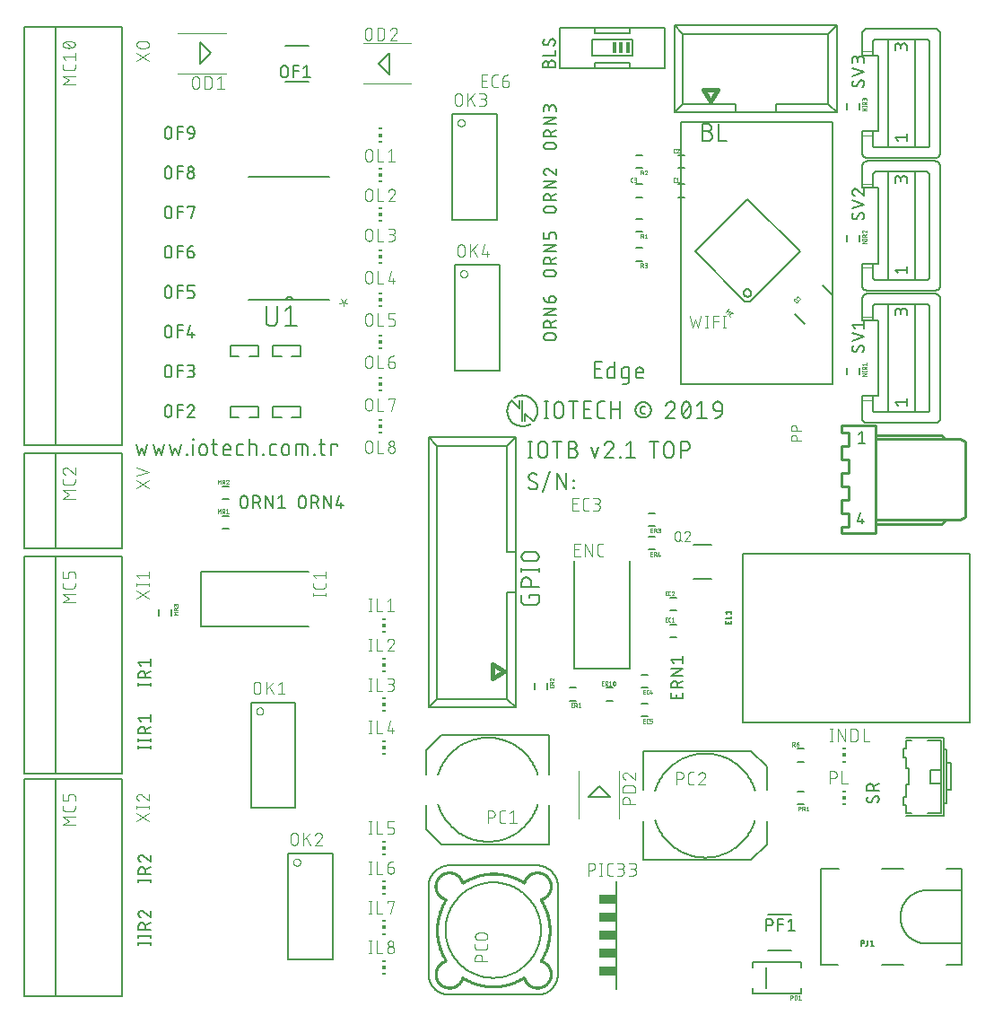
<source format=gbr>
G04 EAGLE Gerber RS-274X export*
G75*
%MOMM*%
%FSLAX34Y34*%
%LPD*%
%INSilkscreen Top*%
%IPPOS*%
%AMOC8*
5,1,8,0,0,1.08239X$1,22.5*%
G01*
%ADD10C,0.127000*%
%ADD11C,0.152400*%
%ADD12R,0.300000X0.150000*%
%ADD13R,0.300000X0.300000*%
%ADD14C,0.101600*%
%ADD15C,0.203200*%
%ADD16C,0.025400*%
%ADD17C,0.076200*%
%ADD18C,0.254000*%
%ADD19C,0.177800*%
%ADD20C,0.020319*%
%ADD21R,1.676400X0.965200*%
%ADD22C,0.050800*%
%ADD23C,0.406400*%
%ADD24R,0.381000X1.016000*%
%ADD25C,0.150000*%


D10*
X447357Y548629D02*
X447357Y533135D01*
X449078Y533135D02*
X445635Y533135D01*
X445635Y548629D02*
X449078Y548629D01*
X454945Y544325D02*
X454945Y537439D01*
X454945Y544325D02*
X454947Y544455D01*
X454953Y544585D01*
X454963Y544715D01*
X454976Y544844D01*
X454994Y544973D01*
X455015Y545101D01*
X455041Y545228D01*
X455070Y545355D01*
X455103Y545481D01*
X455140Y545605D01*
X455180Y545729D01*
X455225Y545851D01*
X455273Y545972D01*
X455324Y546091D01*
X455379Y546209D01*
X455438Y546325D01*
X455500Y546439D01*
X455566Y546552D01*
X455635Y546662D01*
X455707Y546770D01*
X455782Y546876D01*
X455861Y546979D01*
X455943Y547080D01*
X456027Y547179D01*
X456115Y547275D01*
X456206Y547368D01*
X456299Y547459D01*
X456395Y547547D01*
X456494Y547631D01*
X456595Y547713D01*
X456698Y547792D01*
X456804Y547867D01*
X456912Y547939D01*
X457022Y548008D01*
X457135Y548074D01*
X457249Y548136D01*
X457365Y548195D01*
X457483Y548250D01*
X457602Y548301D01*
X457723Y548349D01*
X457845Y548394D01*
X457969Y548434D01*
X458093Y548471D01*
X458219Y548504D01*
X458346Y548533D01*
X458473Y548559D01*
X458601Y548580D01*
X458730Y548598D01*
X458859Y548611D01*
X458989Y548621D01*
X459119Y548627D01*
X459249Y548629D01*
X459379Y548627D01*
X459509Y548621D01*
X459639Y548611D01*
X459768Y548598D01*
X459897Y548580D01*
X460025Y548559D01*
X460152Y548533D01*
X460279Y548504D01*
X460405Y548471D01*
X460529Y548434D01*
X460653Y548394D01*
X460775Y548349D01*
X460896Y548301D01*
X461015Y548250D01*
X461133Y548195D01*
X461249Y548136D01*
X461363Y548074D01*
X461476Y548008D01*
X461586Y547939D01*
X461694Y547867D01*
X461800Y547792D01*
X461903Y547713D01*
X462004Y547631D01*
X462103Y547547D01*
X462199Y547459D01*
X462292Y547368D01*
X462383Y547275D01*
X462471Y547179D01*
X462555Y547080D01*
X462637Y546979D01*
X462716Y546876D01*
X462791Y546770D01*
X462863Y546662D01*
X462932Y546552D01*
X462998Y546439D01*
X463060Y546325D01*
X463119Y546209D01*
X463174Y546091D01*
X463225Y545972D01*
X463273Y545851D01*
X463318Y545729D01*
X463358Y545605D01*
X463395Y545481D01*
X463428Y545355D01*
X463457Y545228D01*
X463483Y545101D01*
X463504Y544973D01*
X463522Y544844D01*
X463535Y544715D01*
X463545Y544585D01*
X463551Y544455D01*
X463553Y544325D01*
X463553Y537439D01*
X463551Y537309D01*
X463545Y537179D01*
X463535Y537049D01*
X463522Y536920D01*
X463504Y536791D01*
X463483Y536663D01*
X463457Y536536D01*
X463428Y536409D01*
X463395Y536283D01*
X463358Y536159D01*
X463318Y536035D01*
X463273Y535913D01*
X463225Y535792D01*
X463174Y535673D01*
X463119Y535555D01*
X463060Y535439D01*
X462998Y535325D01*
X462932Y535212D01*
X462863Y535102D01*
X462791Y534994D01*
X462716Y534888D01*
X462637Y534785D01*
X462555Y534684D01*
X462471Y534585D01*
X462383Y534489D01*
X462292Y534396D01*
X462199Y534305D01*
X462103Y534217D01*
X462004Y534133D01*
X461903Y534051D01*
X461800Y533972D01*
X461694Y533897D01*
X461586Y533825D01*
X461476Y533756D01*
X461363Y533690D01*
X461249Y533628D01*
X461133Y533569D01*
X461015Y533514D01*
X460896Y533463D01*
X460775Y533415D01*
X460653Y533370D01*
X460529Y533330D01*
X460405Y533293D01*
X460279Y533260D01*
X460152Y533231D01*
X460025Y533205D01*
X459897Y533184D01*
X459768Y533166D01*
X459639Y533153D01*
X459509Y533143D01*
X459379Y533137D01*
X459249Y533135D01*
X459119Y533137D01*
X458989Y533143D01*
X458859Y533153D01*
X458730Y533166D01*
X458601Y533184D01*
X458473Y533205D01*
X458346Y533231D01*
X458219Y533260D01*
X458093Y533293D01*
X457969Y533330D01*
X457845Y533370D01*
X457723Y533415D01*
X457602Y533463D01*
X457483Y533514D01*
X457365Y533569D01*
X457249Y533628D01*
X457135Y533690D01*
X457022Y533756D01*
X456912Y533825D01*
X456804Y533897D01*
X456698Y533972D01*
X456595Y534051D01*
X456494Y534133D01*
X456395Y534217D01*
X456299Y534305D01*
X456206Y534396D01*
X456115Y534489D01*
X456027Y534585D01*
X455943Y534684D01*
X455861Y534785D01*
X455782Y534888D01*
X455707Y534994D01*
X455635Y535102D01*
X455566Y535212D01*
X455500Y535325D01*
X455438Y535439D01*
X455379Y535555D01*
X455324Y535673D01*
X455273Y535792D01*
X455225Y535913D01*
X455180Y536035D01*
X455140Y536159D01*
X455103Y536283D01*
X455070Y536409D01*
X455041Y536536D01*
X455015Y536663D01*
X454994Y536791D01*
X454976Y536920D01*
X454963Y537049D01*
X454953Y537179D01*
X454947Y537309D01*
X454945Y537439D01*
X473124Y533135D02*
X473124Y548629D01*
X468820Y548629D02*
X477428Y548629D01*
X483387Y541743D02*
X487691Y541743D01*
X487821Y541741D01*
X487951Y541735D01*
X488081Y541725D01*
X488210Y541712D01*
X488339Y541694D01*
X488467Y541673D01*
X488594Y541647D01*
X488721Y541618D01*
X488847Y541585D01*
X488971Y541548D01*
X489095Y541508D01*
X489217Y541463D01*
X489338Y541415D01*
X489457Y541364D01*
X489575Y541309D01*
X489691Y541250D01*
X489805Y541188D01*
X489918Y541122D01*
X490028Y541053D01*
X490136Y540981D01*
X490242Y540906D01*
X490345Y540827D01*
X490446Y540745D01*
X490545Y540661D01*
X490641Y540573D01*
X490734Y540482D01*
X490825Y540389D01*
X490913Y540293D01*
X490997Y540194D01*
X491079Y540093D01*
X491158Y539990D01*
X491233Y539884D01*
X491305Y539776D01*
X491374Y539666D01*
X491440Y539553D01*
X491502Y539439D01*
X491561Y539323D01*
X491616Y539205D01*
X491667Y539086D01*
X491715Y538965D01*
X491760Y538843D01*
X491800Y538719D01*
X491837Y538595D01*
X491870Y538469D01*
X491899Y538342D01*
X491925Y538215D01*
X491946Y538087D01*
X491964Y537958D01*
X491977Y537829D01*
X491987Y537699D01*
X491993Y537569D01*
X491995Y537439D01*
X491993Y537309D01*
X491987Y537179D01*
X491977Y537049D01*
X491964Y536920D01*
X491946Y536791D01*
X491925Y536663D01*
X491899Y536536D01*
X491870Y536409D01*
X491837Y536283D01*
X491800Y536159D01*
X491760Y536035D01*
X491715Y535913D01*
X491667Y535792D01*
X491616Y535673D01*
X491561Y535555D01*
X491502Y535439D01*
X491440Y535325D01*
X491374Y535212D01*
X491305Y535102D01*
X491233Y534994D01*
X491158Y534888D01*
X491079Y534785D01*
X490997Y534684D01*
X490913Y534585D01*
X490825Y534489D01*
X490734Y534396D01*
X490641Y534305D01*
X490545Y534217D01*
X490446Y534133D01*
X490345Y534051D01*
X490242Y533972D01*
X490136Y533897D01*
X490028Y533825D01*
X489918Y533756D01*
X489805Y533690D01*
X489691Y533628D01*
X489575Y533569D01*
X489457Y533514D01*
X489338Y533463D01*
X489217Y533415D01*
X489095Y533370D01*
X488971Y533330D01*
X488847Y533293D01*
X488721Y533260D01*
X488594Y533231D01*
X488467Y533205D01*
X488339Y533184D01*
X488210Y533166D01*
X488081Y533153D01*
X487951Y533143D01*
X487821Y533137D01*
X487691Y533135D01*
X483387Y533135D01*
X483387Y548629D01*
X487691Y548629D01*
X487807Y548627D01*
X487923Y548621D01*
X488039Y548611D01*
X488155Y548598D01*
X488270Y548580D01*
X488384Y548559D01*
X488498Y548533D01*
X488610Y548504D01*
X488722Y548471D01*
X488832Y548434D01*
X488941Y548394D01*
X489049Y548350D01*
X489155Y548302D01*
X489259Y548251D01*
X489362Y548196D01*
X489463Y548138D01*
X489561Y548077D01*
X489658Y548012D01*
X489752Y547944D01*
X489844Y547873D01*
X489934Y547798D01*
X490021Y547721D01*
X490105Y547641D01*
X490186Y547558D01*
X490265Y547472D01*
X490341Y547384D01*
X490414Y547293D01*
X490483Y547200D01*
X490550Y547105D01*
X490613Y547007D01*
X490673Y546908D01*
X490729Y546806D01*
X490782Y546702D01*
X490832Y546597D01*
X490877Y546490D01*
X490920Y546382D01*
X490958Y546272D01*
X490993Y546161D01*
X491024Y546049D01*
X491051Y545936D01*
X491075Y545822D01*
X491094Y545707D01*
X491110Y545592D01*
X491122Y545476D01*
X491130Y545360D01*
X491134Y545244D01*
X491134Y545128D01*
X491130Y545012D01*
X491122Y544896D01*
X491110Y544780D01*
X491094Y544665D01*
X491075Y544550D01*
X491051Y544436D01*
X491024Y544323D01*
X490993Y544211D01*
X490958Y544100D01*
X490920Y543990D01*
X490877Y543882D01*
X490832Y543775D01*
X490782Y543670D01*
X490729Y543566D01*
X490673Y543465D01*
X490613Y543365D01*
X490550Y543267D01*
X490483Y543172D01*
X490414Y543079D01*
X490341Y542988D01*
X490265Y542900D01*
X490186Y542814D01*
X490105Y542731D01*
X490021Y542651D01*
X489934Y542574D01*
X489844Y542499D01*
X489752Y542428D01*
X489658Y542360D01*
X489561Y542295D01*
X489463Y542234D01*
X489362Y542176D01*
X489259Y542121D01*
X489155Y542070D01*
X489049Y542022D01*
X488941Y541978D01*
X488832Y541938D01*
X488722Y541901D01*
X488610Y541868D01*
X488498Y541839D01*
X488384Y541813D01*
X488270Y541792D01*
X488155Y541774D01*
X488039Y541761D01*
X487923Y541751D01*
X487807Y541745D01*
X487691Y541743D01*
X504863Y543464D02*
X508306Y533135D01*
X511749Y543464D01*
X522116Y548630D02*
X522238Y548628D01*
X522359Y548622D01*
X522481Y548613D01*
X522602Y548599D01*
X522722Y548582D01*
X522842Y548561D01*
X522961Y548537D01*
X523079Y548508D01*
X523197Y548476D01*
X523313Y548440D01*
X523428Y548401D01*
X523542Y548358D01*
X523655Y548311D01*
X523765Y548261D01*
X523875Y548208D01*
X523982Y548151D01*
X524088Y548091D01*
X524192Y548027D01*
X524294Y547960D01*
X524393Y547890D01*
X524490Y547817D01*
X524585Y547741D01*
X524678Y547662D01*
X524768Y547580D01*
X524855Y547495D01*
X524940Y547408D01*
X525022Y547318D01*
X525101Y547225D01*
X525177Y547130D01*
X525250Y547033D01*
X525320Y546934D01*
X525387Y546832D01*
X525451Y546728D01*
X525511Y546622D01*
X525568Y546515D01*
X525621Y546405D01*
X525671Y546295D01*
X525718Y546182D01*
X525761Y546068D01*
X525800Y545953D01*
X525836Y545837D01*
X525868Y545719D01*
X525897Y545601D01*
X525921Y545482D01*
X525942Y545362D01*
X525959Y545242D01*
X525973Y545121D01*
X525982Y544999D01*
X525988Y544878D01*
X525990Y544756D01*
X522116Y548629D02*
X521977Y548627D01*
X521838Y548621D01*
X521699Y548612D01*
X521561Y548598D01*
X521423Y548580D01*
X521286Y548559D01*
X521149Y548534D01*
X521013Y548505D01*
X520878Y548472D01*
X520743Y548436D01*
X520610Y548396D01*
X520478Y548352D01*
X520348Y548304D01*
X520218Y548253D01*
X520091Y548198D01*
X519964Y548140D01*
X519840Y548078D01*
X519717Y548013D01*
X519596Y547944D01*
X519477Y547872D01*
X519360Y547796D01*
X519246Y547718D01*
X519133Y547636D01*
X519023Y547551D01*
X518915Y547463D01*
X518810Y547372D01*
X518708Y547278D01*
X518608Y547182D01*
X518510Y547082D01*
X518416Y546980D01*
X518324Y546876D01*
X518236Y546768D01*
X518150Y546659D01*
X518068Y546547D01*
X517989Y546432D01*
X517913Y546316D01*
X517840Y546198D01*
X517770Y546077D01*
X517704Y545955D01*
X517642Y545830D01*
X517583Y545705D01*
X517527Y545577D01*
X517475Y545448D01*
X517427Y545318D01*
X517382Y545186D01*
X524699Y541743D02*
X524788Y541830D01*
X524874Y541920D01*
X524958Y542013D01*
X525039Y542108D01*
X525117Y542205D01*
X525192Y542305D01*
X525264Y542407D01*
X525333Y542511D01*
X525398Y542617D01*
X525461Y542725D01*
X525520Y542835D01*
X525576Y542947D01*
X525629Y543060D01*
X525678Y543174D01*
X525723Y543291D01*
X525766Y543408D01*
X525804Y543527D01*
X525839Y543646D01*
X525871Y543767D01*
X525899Y543889D01*
X525923Y544011D01*
X525943Y544134D01*
X525960Y544258D01*
X525973Y544382D01*
X525983Y544507D01*
X525988Y544631D01*
X525990Y544756D01*
X524698Y541743D02*
X517382Y533135D01*
X525989Y533135D01*
X531661Y533135D02*
X531661Y533996D01*
X532522Y533996D01*
X532522Y533135D01*
X531661Y533135D01*
X538194Y545186D02*
X542497Y548629D01*
X542497Y533135D01*
X538194Y533135D02*
X546801Y533135D01*
X564301Y533135D02*
X564301Y548629D01*
X568604Y548629D02*
X559997Y548629D01*
X573871Y544325D02*
X573871Y537439D01*
X573871Y544325D02*
X573873Y544455D01*
X573879Y544585D01*
X573889Y544715D01*
X573902Y544844D01*
X573920Y544973D01*
X573941Y545101D01*
X573967Y545228D01*
X573996Y545355D01*
X574029Y545481D01*
X574066Y545605D01*
X574106Y545729D01*
X574151Y545851D01*
X574199Y545972D01*
X574250Y546091D01*
X574305Y546209D01*
X574364Y546325D01*
X574426Y546439D01*
X574492Y546552D01*
X574561Y546662D01*
X574633Y546770D01*
X574708Y546876D01*
X574787Y546979D01*
X574869Y547080D01*
X574953Y547179D01*
X575041Y547275D01*
X575132Y547368D01*
X575225Y547459D01*
X575321Y547547D01*
X575420Y547631D01*
X575521Y547713D01*
X575624Y547792D01*
X575730Y547867D01*
X575838Y547939D01*
X575948Y548008D01*
X576061Y548074D01*
X576175Y548136D01*
X576291Y548195D01*
X576409Y548250D01*
X576528Y548301D01*
X576649Y548349D01*
X576771Y548394D01*
X576895Y548434D01*
X577019Y548471D01*
X577145Y548504D01*
X577272Y548533D01*
X577399Y548559D01*
X577527Y548580D01*
X577656Y548598D01*
X577785Y548611D01*
X577915Y548621D01*
X578045Y548627D01*
X578175Y548629D01*
X578305Y548627D01*
X578435Y548621D01*
X578565Y548611D01*
X578694Y548598D01*
X578823Y548580D01*
X578951Y548559D01*
X579078Y548533D01*
X579205Y548504D01*
X579331Y548471D01*
X579455Y548434D01*
X579579Y548394D01*
X579701Y548349D01*
X579822Y548301D01*
X579941Y548250D01*
X580059Y548195D01*
X580175Y548136D01*
X580289Y548074D01*
X580402Y548008D01*
X580512Y547939D01*
X580620Y547867D01*
X580726Y547792D01*
X580829Y547713D01*
X580930Y547631D01*
X581029Y547547D01*
X581125Y547459D01*
X581218Y547368D01*
X581309Y547275D01*
X581397Y547179D01*
X581481Y547080D01*
X581563Y546979D01*
X581642Y546876D01*
X581717Y546770D01*
X581789Y546662D01*
X581858Y546552D01*
X581924Y546439D01*
X581986Y546325D01*
X582045Y546209D01*
X582100Y546091D01*
X582151Y545972D01*
X582199Y545851D01*
X582244Y545729D01*
X582284Y545605D01*
X582321Y545481D01*
X582354Y545355D01*
X582383Y545228D01*
X582409Y545101D01*
X582430Y544973D01*
X582448Y544844D01*
X582461Y544715D01*
X582471Y544585D01*
X582477Y544455D01*
X582479Y544325D01*
X582479Y537439D01*
X582477Y537309D01*
X582471Y537179D01*
X582461Y537049D01*
X582448Y536920D01*
X582430Y536791D01*
X582409Y536663D01*
X582383Y536536D01*
X582354Y536409D01*
X582321Y536283D01*
X582284Y536159D01*
X582244Y536035D01*
X582199Y535913D01*
X582151Y535792D01*
X582100Y535673D01*
X582045Y535555D01*
X581986Y535439D01*
X581924Y535325D01*
X581858Y535212D01*
X581789Y535102D01*
X581717Y534994D01*
X581642Y534888D01*
X581563Y534785D01*
X581481Y534684D01*
X581397Y534585D01*
X581309Y534489D01*
X581218Y534396D01*
X581125Y534305D01*
X581029Y534217D01*
X580930Y534133D01*
X580829Y534051D01*
X580726Y533972D01*
X580620Y533897D01*
X580512Y533825D01*
X580402Y533756D01*
X580289Y533690D01*
X580175Y533628D01*
X580059Y533569D01*
X579941Y533514D01*
X579822Y533463D01*
X579701Y533415D01*
X579579Y533370D01*
X579455Y533330D01*
X579331Y533293D01*
X579205Y533260D01*
X579078Y533231D01*
X578951Y533205D01*
X578823Y533184D01*
X578694Y533166D01*
X578565Y533153D01*
X578435Y533143D01*
X578305Y533137D01*
X578175Y533135D01*
X578045Y533137D01*
X577915Y533143D01*
X577785Y533153D01*
X577656Y533166D01*
X577527Y533184D01*
X577399Y533205D01*
X577272Y533231D01*
X577145Y533260D01*
X577019Y533293D01*
X576895Y533330D01*
X576771Y533370D01*
X576649Y533415D01*
X576528Y533463D01*
X576409Y533514D01*
X576291Y533569D01*
X576175Y533628D01*
X576061Y533690D01*
X575948Y533756D01*
X575838Y533825D01*
X575730Y533897D01*
X575624Y533972D01*
X575521Y534051D01*
X575420Y534133D01*
X575321Y534217D01*
X575225Y534305D01*
X575132Y534396D01*
X575041Y534489D01*
X574953Y534585D01*
X574869Y534684D01*
X574787Y534785D01*
X574708Y534888D01*
X574633Y534994D01*
X574561Y535102D01*
X574492Y535212D01*
X574426Y535325D01*
X574364Y535439D01*
X574305Y535555D01*
X574250Y535673D01*
X574199Y535792D01*
X574151Y535913D01*
X574106Y536035D01*
X574066Y536159D01*
X574029Y536283D01*
X573996Y536409D01*
X573967Y536536D01*
X573941Y536663D01*
X573920Y536791D01*
X573902Y536920D01*
X573889Y537049D01*
X573879Y537179D01*
X573873Y537309D01*
X573871Y537439D01*
X589430Y533135D02*
X589430Y548629D01*
X593733Y548629D01*
X593863Y548627D01*
X593993Y548621D01*
X594123Y548611D01*
X594252Y548598D01*
X594381Y548580D01*
X594509Y548559D01*
X594636Y548533D01*
X594763Y548504D01*
X594889Y548471D01*
X595013Y548434D01*
X595137Y548394D01*
X595259Y548349D01*
X595380Y548301D01*
X595499Y548250D01*
X595617Y548195D01*
X595733Y548136D01*
X595847Y548074D01*
X595960Y548008D01*
X596070Y547939D01*
X596178Y547867D01*
X596284Y547792D01*
X596387Y547713D01*
X596488Y547631D01*
X596587Y547547D01*
X596683Y547459D01*
X596776Y547368D01*
X596867Y547275D01*
X596955Y547179D01*
X597039Y547080D01*
X597121Y546979D01*
X597200Y546876D01*
X597275Y546770D01*
X597347Y546662D01*
X597416Y546552D01*
X597482Y546439D01*
X597544Y546325D01*
X597603Y546209D01*
X597658Y546091D01*
X597709Y545972D01*
X597757Y545851D01*
X597802Y545729D01*
X597842Y545605D01*
X597879Y545481D01*
X597912Y545355D01*
X597941Y545228D01*
X597967Y545101D01*
X597988Y544973D01*
X598006Y544844D01*
X598019Y544715D01*
X598029Y544585D01*
X598035Y544455D01*
X598037Y544325D01*
X598035Y544195D01*
X598029Y544065D01*
X598019Y543935D01*
X598006Y543806D01*
X597988Y543677D01*
X597967Y543549D01*
X597941Y543422D01*
X597912Y543295D01*
X597879Y543169D01*
X597842Y543045D01*
X597802Y542921D01*
X597757Y542799D01*
X597709Y542678D01*
X597658Y542559D01*
X597603Y542441D01*
X597544Y542325D01*
X597482Y542211D01*
X597416Y542098D01*
X597347Y541988D01*
X597275Y541880D01*
X597200Y541774D01*
X597121Y541671D01*
X597039Y541570D01*
X596955Y541471D01*
X596867Y541375D01*
X596776Y541282D01*
X596683Y541191D01*
X596587Y541103D01*
X596488Y541019D01*
X596387Y540937D01*
X596284Y540858D01*
X596178Y540783D01*
X596070Y540711D01*
X595960Y540642D01*
X595847Y540576D01*
X595733Y540514D01*
X595617Y540455D01*
X595499Y540400D01*
X595380Y540349D01*
X595259Y540301D01*
X595137Y540256D01*
X595013Y540216D01*
X594889Y540179D01*
X594763Y540146D01*
X594636Y540117D01*
X594509Y540091D01*
X594381Y540070D01*
X594252Y540052D01*
X594123Y540039D01*
X593993Y540029D01*
X593863Y540023D01*
X593733Y540021D01*
X589430Y540021D01*
X462357Y570635D02*
X462357Y586129D01*
X460635Y570635D02*
X464078Y570635D01*
X464078Y586129D02*
X460635Y586129D01*
X469945Y581825D02*
X469945Y574939D01*
X469945Y581825D02*
X469947Y581955D01*
X469953Y582085D01*
X469963Y582215D01*
X469976Y582344D01*
X469994Y582473D01*
X470015Y582601D01*
X470041Y582728D01*
X470070Y582855D01*
X470103Y582981D01*
X470140Y583105D01*
X470180Y583229D01*
X470225Y583351D01*
X470273Y583472D01*
X470324Y583591D01*
X470379Y583709D01*
X470438Y583825D01*
X470500Y583939D01*
X470566Y584052D01*
X470635Y584162D01*
X470707Y584270D01*
X470782Y584376D01*
X470861Y584479D01*
X470943Y584580D01*
X471027Y584679D01*
X471115Y584775D01*
X471206Y584868D01*
X471299Y584959D01*
X471395Y585047D01*
X471494Y585131D01*
X471595Y585213D01*
X471698Y585292D01*
X471804Y585367D01*
X471912Y585439D01*
X472022Y585508D01*
X472135Y585574D01*
X472249Y585636D01*
X472365Y585695D01*
X472483Y585750D01*
X472602Y585801D01*
X472723Y585849D01*
X472845Y585894D01*
X472969Y585934D01*
X473093Y585971D01*
X473219Y586004D01*
X473346Y586033D01*
X473473Y586059D01*
X473601Y586080D01*
X473730Y586098D01*
X473859Y586111D01*
X473989Y586121D01*
X474119Y586127D01*
X474249Y586129D01*
X474379Y586127D01*
X474509Y586121D01*
X474639Y586111D01*
X474768Y586098D01*
X474897Y586080D01*
X475025Y586059D01*
X475152Y586033D01*
X475279Y586004D01*
X475405Y585971D01*
X475529Y585934D01*
X475653Y585894D01*
X475775Y585849D01*
X475896Y585801D01*
X476015Y585750D01*
X476133Y585695D01*
X476249Y585636D01*
X476363Y585574D01*
X476476Y585508D01*
X476586Y585439D01*
X476694Y585367D01*
X476800Y585292D01*
X476903Y585213D01*
X477004Y585131D01*
X477103Y585047D01*
X477199Y584959D01*
X477292Y584868D01*
X477383Y584775D01*
X477471Y584679D01*
X477555Y584580D01*
X477637Y584479D01*
X477716Y584376D01*
X477791Y584270D01*
X477863Y584162D01*
X477932Y584052D01*
X477998Y583939D01*
X478060Y583825D01*
X478119Y583709D01*
X478174Y583591D01*
X478225Y583472D01*
X478273Y583351D01*
X478318Y583229D01*
X478358Y583105D01*
X478395Y582981D01*
X478428Y582855D01*
X478457Y582728D01*
X478483Y582601D01*
X478504Y582473D01*
X478522Y582344D01*
X478535Y582215D01*
X478545Y582085D01*
X478551Y581955D01*
X478553Y581825D01*
X478553Y574939D01*
X478551Y574809D01*
X478545Y574679D01*
X478535Y574549D01*
X478522Y574420D01*
X478504Y574291D01*
X478483Y574163D01*
X478457Y574036D01*
X478428Y573909D01*
X478395Y573783D01*
X478358Y573659D01*
X478318Y573535D01*
X478273Y573413D01*
X478225Y573292D01*
X478174Y573173D01*
X478119Y573055D01*
X478060Y572939D01*
X477998Y572825D01*
X477932Y572712D01*
X477863Y572602D01*
X477791Y572494D01*
X477716Y572388D01*
X477637Y572285D01*
X477555Y572184D01*
X477471Y572085D01*
X477383Y571989D01*
X477292Y571896D01*
X477199Y571805D01*
X477103Y571717D01*
X477004Y571633D01*
X476903Y571551D01*
X476800Y571472D01*
X476694Y571397D01*
X476586Y571325D01*
X476476Y571256D01*
X476363Y571190D01*
X476249Y571128D01*
X476133Y571069D01*
X476015Y571014D01*
X475896Y570963D01*
X475775Y570915D01*
X475653Y570870D01*
X475529Y570830D01*
X475405Y570793D01*
X475279Y570760D01*
X475152Y570731D01*
X475025Y570705D01*
X474897Y570684D01*
X474768Y570666D01*
X474639Y570653D01*
X474509Y570643D01*
X474379Y570637D01*
X474249Y570635D01*
X474119Y570637D01*
X473989Y570643D01*
X473859Y570653D01*
X473730Y570666D01*
X473601Y570684D01*
X473473Y570705D01*
X473346Y570731D01*
X473219Y570760D01*
X473093Y570793D01*
X472969Y570830D01*
X472845Y570870D01*
X472723Y570915D01*
X472602Y570963D01*
X472483Y571014D01*
X472365Y571069D01*
X472249Y571128D01*
X472135Y571190D01*
X472022Y571256D01*
X471912Y571325D01*
X471804Y571397D01*
X471698Y571472D01*
X471595Y571551D01*
X471494Y571633D01*
X471395Y571717D01*
X471299Y571805D01*
X471206Y571896D01*
X471115Y571989D01*
X471027Y572085D01*
X470943Y572184D01*
X470861Y572285D01*
X470782Y572388D01*
X470707Y572494D01*
X470635Y572602D01*
X470566Y572712D01*
X470500Y572825D01*
X470438Y572939D01*
X470379Y573055D01*
X470324Y573173D01*
X470273Y573292D01*
X470225Y573413D01*
X470180Y573535D01*
X470140Y573659D01*
X470103Y573783D01*
X470070Y573909D01*
X470041Y574036D01*
X470015Y574163D01*
X469994Y574291D01*
X469976Y574420D01*
X469963Y574549D01*
X469953Y574679D01*
X469947Y574809D01*
X469945Y574939D01*
X488124Y570635D02*
X488124Y586129D01*
X483820Y586129D02*
X492428Y586129D01*
X498218Y570635D02*
X505104Y570635D01*
X498218Y570635D02*
X498218Y586129D01*
X505104Y586129D01*
X503382Y579243D02*
X498218Y579243D01*
X513984Y570635D02*
X517427Y570635D01*
X513984Y570635D02*
X513869Y570637D01*
X513754Y570643D01*
X513639Y570652D01*
X513525Y570666D01*
X513411Y570683D01*
X513298Y570704D01*
X513186Y570729D01*
X513074Y570757D01*
X512964Y570790D01*
X512855Y570826D01*
X512747Y570865D01*
X512640Y570908D01*
X512535Y570955D01*
X512431Y571005D01*
X512329Y571059D01*
X512229Y571116D01*
X512131Y571176D01*
X512035Y571239D01*
X511942Y571306D01*
X511850Y571376D01*
X511761Y571449D01*
X511674Y571524D01*
X511590Y571603D01*
X511509Y571684D01*
X511430Y571768D01*
X511355Y571855D01*
X511282Y571944D01*
X511212Y572036D01*
X511145Y572129D01*
X511082Y572225D01*
X511022Y572323D01*
X510965Y572423D01*
X510911Y572525D01*
X510861Y572629D01*
X510814Y572734D01*
X510771Y572841D01*
X510732Y572949D01*
X510696Y573058D01*
X510663Y573168D01*
X510635Y573280D01*
X510610Y573392D01*
X510589Y573505D01*
X510572Y573619D01*
X510558Y573733D01*
X510549Y573848D01*
X510543Y573963D01*
X510541Y574078D01*
X510541Y582686D01*
X510543Y582801D01*
X510549Y582916D01*
X510558Y583031D01*
X510572Y583145D01*
X510589Y583259D01*
X510610Y583372D01*
X510635Y583484D01*
X510663Y583596D01*
X510696Y583706D01*
X510732Y583815D01*
X510771Y583923D01*
X510814Y584030D01*
X510861Y584135D01*
X510911Y584239D01*
X510965Y584341D01*
X511022Y584441D01*
X511082Y584539D01*
X511145Y584635D01*
X511212Y584728D01*
X511282Y584820D01*
X511355Y584909D01*
X511430Y584996D01*
X511509Y585080D01*
X511590Y585161D01*
X511674Y585239D01*
X511761Y585315D01*
X511850Y585388D01*
X511942Y585458D01*
X512035Y585525D01*
X512131Y585588D01*
X512229Y585648D01*
X512329Y585705D01*
X512431Y585759D01*
X512535Y585809D01*
X512640Y585856D01*
X512747Y585899D01*
X512855Y585938D01*
X512964Y585974D01*
X513074Y586007D01*
X513186Y586035D01*
X513298Y586060D01*
X513411Y586081D01*
X513525Y586098D01*
X513639Y586112D01*
X513754Y586121D01*
X513869Y586127D01*
X513984Y586129D01*
X517427Y586129D01*
X523462Y586129D02*
X523462Y570635D01*
X523462Y579243D02*
X532070Y579243D01*
X532070Y586129D02*
X532070Y570635D01*
X546712Y578382D02*
X546714Y578560D01*
X546721Y578738D01*
X546732Y578916D01*
X546747Y579094D01*
X546766Y579271D01*
X546790Y579447D01*
X546818Y579623D01*
X546850Y579799D01*
X546887Y579973D01*
X546928Y580146D01*
X546973Y580319D01*
X547022Y580490D01*
X547076Y580660D01*
X547133Y580829D01*
X547195Y580996D01*
X547260Y581162D01*
X547330Y581325D01*
X547404Y581488D01*
X547481Y581648D01*
X547563Y581807D01*
X547648Y581963D01*
X547737Y582117D01*
X547830Y582269D01*
X547927Y582419D01*
X548027Y582567D01*
X548130Y582712D01*
X548238Y582854D01*
X548348Y582994D01*
X548462Y583131D01*
X548580Y583265D01*
X548700Y583396D01*
X548824Y583524D01*
X548950Y583650D01*
X549080Y583772D01*
X549213Y583891D01*
X549349Y584006D01*
X549487Y584118D01*
X549628Y584227D01*
X549772Y584333D01*
X549918Y584435D01*
X550066Y584533D01*
X550217Y584628D01*
X550371Y584719D01*
X550526Y584806D01*
X550683Y584889D01*
X550843Y584969D01*
X551004Y585044D01*
X551167Y585116D01*
X551332Y585184D01*
X551499Y585248D01*
X551666Y585307D01*
X551836Y585363D01*
X552006Y585414D01*
X552178Y585461D01*
X552351Y585504D01*
X552525Y585543D01*
X552700Y585577D01*
X552876Y585608D01*
X553052Y585633D01*
X553229Y585655D01*
X553406Y585672D01*
X553584Y585685D01*
X553762Y585694D01*
X553940Y585698D01*
X554118Y585698D01*
X554296Y585694D01*
X554474Y585685D01*
X554652Y585672D01*
X554829Y585655D01*
X555006Y585633D01*
X555182Y585608D01*
X555358Y585577D01*
X555533Y585543D01*
X555707Y585504D01*
X555880Y585461D01*
X556052Y585414D01*
X556222Y585363D01*
X556392Y585307D01*
X556559Y585248D01*
X556726Y585184D01*
X556891Y585116D01*
X557054Y585044D01*
X557215Y584969D01*
X557375Y584889D01*
X557532Y584806D01*
X557688Y584719D01*
X557841Y584628D01*
X557992Y584533D01*
X558140Y584435D01*
X558286Y584333D01*
X558430Y584227D01*
X558571Y584118D01*
X558709Y584006D01*
X558845Y583891D01*
X558978Y583772D01*
X559108Y583650D01*
X559234Y583524D01*
X559358Y583396D01*
X559478Y583265D01*
X559596Y583131D01*
X559710Y582994D01*
X559820Y582854D01*
X559928Y582712D01*
X560031Y582567D01*
X560131Y582419D01*
X560228Y582269D01*
X560321Y582117D01*
X560410Y581963D01*
X560495Y581807D01*
X560577Y581648D01*
X560654Y581488D01*
X560728Y581325D01*
X560798Y581162D01*
X560863Y580996D01*
X560925Y580829D01*
X560982Y580660D01*
X561036Y580490D01*
X561085Y580319D01*
X561130Y580146D01*
X561171Y579973D01*
X561208Y579799D01*
X561240Y579623D01*
X561268Y579447D01*
X561292Y579271D01*
X561311Y579094D01*
X561326Y578916D01*
X561337Y578738D01*
X561344Y578560D01*
X561346Y578382D01*
X561344Y578204D01*
X561337Y578026D01*
X561326Y577848D01*
X561311Y577670D01*
X561292Y577493D01*
X561268Y577317D01*
X561240Y577141D01*
X561208Y576965D01*
X561171Y576791D01*
X561130Y576618D01*
X561085Y576445D01*
X561036Y576274D01*
X560982Y576104D01*
X560925Y575935D01*
X560863Y575768D01*
X560798Y575602D01*
X560728Y575439D01*
X560654Y575276D01*
X560577Y575116D01*
X560495Y574957D01*
X560410Y574801D01*
X560321Y574647D01*
X560228Y574495D01*
X560131Y574345D01*
X560031Y574197D01*
X559928Y574052D01*
X559820Y573910D01*
X559710Y573770D01*
X559596Y573633D01*
X559478Y573499D01*
X559358Y573368D01*
X559234Y573240D01*
X559108Y573114D01*
X558978Y572992D01*
X558845Y572873D01*
X558709Y572758D01*
X558571Y572646D01*
X558430Y572537D01*
X558286Y572431D01*
X558140Y572329D01*
X557992Y572231D01*
X557841Y572136D01*
X557688Y572045D01*
X557532Y571958D01*
X557375Y571875D01*
X557215Y571795D01*
X557054Y571720D01*
X556891Y571648D01*
X556726Y571580D01*
X556559Y571516D01*
X556392Y571457D01*
X556222Y571401D01*
X556052Y571350D01*
X555880Y571303D01*
X555707Y571260D01*
X555533Y571221D01*
X555358Y571187D01*
X555182Y571156D01*
X555006Y571131D01*
X554829Y571109D01*
X554652Y571092D01*
X554474Y571079D01*
X554296Y571070D01*
X554118Y571066D01*
X553940Y571066D01*
X553762Y571070D01*
X553584Y571079D01*
X553406Y571092D01*
X553229Y571109D01*
X553052Y571131D01*
X552876Y571156D01*
X552700Y571187D01*
X552525Y571221D01*
X552351Y571260D01*
X552178Y571303D01*
X552006Y571350D01*
X551836Y571401D01*
X551666Y571457D01*
X551499Y571516D01*
X551332Y571580D01*
X551167Y571648D01*
X551004Y571720D01*
X550843Y571795D01*
X550683Y571875D01*
X550526Y571958D01*
X550371Y572045D01*
X550217Y572136D01*
X550066Y572231D01*
X549918Y572329D01*
X549772Y572431D01*
X549628Y572537D01*
X549487Y572646D01*
X549349Y572758D01*
X549213Y572873D01*
X549080Y572992D01*
X548950Y573114D01*
X548824Y573240D01*
X548700Y573368D01*
X548580Y573499D01*
X548462Y573633D01*
X548348Y573770D01*
X548238Y573910D01*
X548130Y574052D01*
X548027Y574197D01*
X547927Y574345D01*
X547830Y574495D01*
X547737Y574647D01*
X547648Y574801D01*
X547563Y574957D01*
X547481Y575116D01*
X547404Y575276D01*
X547330Y575439D01*
X547260Y575602D01*
X547195Y575768D01*
X547133Y575935D01*
X547076Y576104D01*
X547022Y576274D01*
X546973Y576445D01*
X546928Y576618D01*
X546887Y576791D01*
X546850Y576965D01*
X546818Y577141D01*
X546790Y577317D01*
X546766Y577493D01*
X546747Y577670D01*
X546732Y577848D01*
X546721Y578026D01*
X546714Y578204D01*
X546712Y578382D01*
X553598Y574939D02*
X555750Y574939D01*
X553598Y574938D02*
X553516Y574940D01*
X553434Y574946D01*
X553353Y574956D01*
X553272Y574969D01*
X553192Y574987D01*
X553113Y575008D01*
X553035Y575033D01*
X552958Y575061D01*
X552883Y575094D01*
X552809Y575129D01*
X552737Y575169D01*
X552667Y575211D01*
X552599Y575257D01*
X552534Y575306D01*
X552470Y575359D01*
X552410Y575414D01*
X552352Y575472D01*
X552297Y575532D01*
X552244Y575596D01*
X552195Y575661D01*
X552149Y575729D01*
X552107Y575799D01*
X552067Y575871D01*
X552032Y575945D01*
X551999Y576020D01*
X551971Y576097D01*
X551946Y576175D01*
X551925Y576254D01*
X551907Y576334D01*
X551894Y576415D01*
X551884Y576496D01*
X551878Y576578D01*
X551876Y576660D01*
X551877Y576660D02*
X551877Y580104D01*
X551876Y580104D02*
X551878Y580186D01*
X551884Y580268D01*
X551894Y580349D01*
X551907Y580430D01*
X551925Y580510D01*
X551946Y580589D01*
X551971Y580667D01*
X551999Y580744D01*
X552032Y580819D01*
X552067Y580893D01*
X552107Y580965D01*
X552149Y581035D01*
X552195Y581103D01*
X552244Y581168D01*
X552297Y581232D01*
X552352Y581292D01*
X552410Y581350D01*
X552470Y581405D01*
X552534Y581458D01*
X552599Y581507D01*
X552667Y581553D01*
X552737Y581595D01*
X552809Y581635D01*
X552883Y581670D01*
X552958Y581703D01*
X553035Y581731D01*
X553113Y581756D01*
X553192Y581777D01*
X553272Y581795D01*
X553353Y581808D01*
X553434Y581818D01*
X553516Y581824D01*
X553598Y581826D01*
X553598Y581825D02*
X555750Y581825D01*
X580227Y586130D02*
X580349Y586128D01*
X580470Y586122D01*
X580592Y586113D01*
X580713Y586099D01*
X580833Y586082D01*
X580953Y586061D01*
X581072Y586037D01*
X581190Y586008D01*
X581308Y585976D01*
X581424Y585940D01*
X581539Y585901D01*
X581653Y585858D01*
X581766Y585811D01*
X581876Y585761D01*
X581986Y585708D01*
X582093Y585651D01*
X582199Y585591D01*
X582303Y585527D01*
X582405Y585460D01*
X582504Y585390D01*
X582601Y585317D01*
X582696Y585241D01*
X582789Y585162D01*
X582879Y585080D01*
X582966Y584995D01*
X583051Y584908D01*
X583133Y584818D01*
X583212Y584725D01*
X583288Y584630D01*
X583361Y584533D01*
X583431Y584434D01*
X583498Y584332D01*
X583562Y584228D01*
X583622Y584122D01*
X583679Y584015D01*
X583732Y583905D01*
X583782Y583795D01*
X583829Y583682D01*
X583872Y583568D01*
X583911Y583453D01*
X583947Y583337D01*
X583979Y583219D01*
X584008Y583101D01*
X584032Y582982D01*
X584053Y582862D01*
X584070Y582742D01*
X584084Y582621D01*
X584093Y582499D01*
X584099Y582378D01*
X584101Y582256D01*
X580227Y586129D02*
X580088Y586127D01*
X579949Y586121D01*
X579810Y586112D01*
X579672Y586098D01*
X579534Y586080D01*
X579397Y586059D01*
X579260Y586034D01*
X579124Y586005D01*
X578989Y585972D01*
X578854Y585936D01*
X578721Y585896D01*
X578589Y585852D01*
X578459Y585804D01*
X578329Y585753D01*
X578202Y585698D01*
X578075Y585640D01*
X577951Y585578D01*
X577828Y585513D01*
X577707Y585444D01*
X577588Y585372D01*
X577471Y585296D01*
X577357Y585218D01*
X577244Y585136D01*
X577134Y585051D01*
X577026Y584963D01*
X576921Y584872D01*
X576819Y584778D01*
X576719Y584682D01*
X576621Y584582D01*
X576527Y584480D01*
X576435Y584376D01*
X576347Y584268D01*
X576261Y584159D01*
X576179Y584047D01*
X576100Y583932D01*
X576024Y583816D01*
X575951Y583698D01*
X575881Y583577D01*
X575815Y583455D01*
X575753Y583330D01*
X575694Y583205D01*
X575638Y583077D01*
X575586Y582948D01*
X575538Y582818D01*
X575493Y582686D01*
X582810Y579243D02*
X582899Y579330D01*
X582985Y579420D01*
X583069Y579513D01*
X583150Y579608D01*
X583228Y579705D01*
X583303Y579805D01*
X583375Y579907D01*
X583444Y580011D01*
X583509Y580117D01*
X583572Y580225D01*
X583631Y580335D01*
X583687Y580447D01*
X583740Y580560D01*
X583789Y580674D01*
X583834Y580791D01*
X583877Y580908D01*
X583915Y581027D01*
X583950Y581146D01*
X583982Y581267D01*
X584010Y581389D01*
X584034Y581511D01*
X584054Y581634D01*
X584071Y581758D01*
X584084Y581882D01*
X584094Y582007D01*
X584099Y582131D01*
X584101Y582256D01*
X582809Y579243D02*
X575492Y570635D01*
X584100Y570635D01*
X590358Y578382D02*
X590362Y578687D01*
X590373Y578991D01*
X590391Y579296D01*
X590416Y579599D01*
X590449Y579902D01*
X590489Y580205D01*
X590536Y580506D01*
X590590Y580806D01*
X590652Y581104D01*
X590720Y581401D01*
X590796Y581697D01*
X590878Y581990D01*
X590968Y582281D01*
X591065Y582570D01*
X591168Y582857D01*
X591278Y583141D01*
X591395Y583423D01*
X591519Y583701D01*
X591649Y583977D01*
X591687Y584080D01*
X591727Y584182D01*
X591772Y584282D01*
X591820Y584381D01*
X591871Y584478D01*
X591925Y584573D01*
X591983Y584667D01*
X592044Y584758D01*
X592108Y584847D01*
X592175Y584934D01*
X592245Y585018D01*
X592318Y585101D01*
X592394Y585180D01*
X592472Y585257D01*
X592553Y585331D01*
X592637Y585402D01*
X592723Y585470D01*
X592811Y585536D01*
X592901Y585598D01*
X592994Y585657D01*
X593088Y585713D01*
X593184Y585766D01*
X593282Y585815D01*
X593382Y585861D01*
X593483Y585903D01*
X593586Y585942D01*
X593690Y585977D01*
X593795Y586009D01*
X593901Y586037D01*
X594008Y586061D01*
X594116Y586082D01*
X594224Y586099D01*
X594333Y586112D01*
X594443Y586121D01*
X594552Y586127D01*
X594662Y586129D01*
X594772Y586127D01*
X594881Y586121D01*
X594991Y586112D01*
X595100Y586099D01*
X595208Y586082D01*
X595316Y586061D01*
X595423Y586037D01*
X595529Y586009D01*
X595634Y585977D01*
X595738Y585942D01*
X595841Y585903D01*
X595942Y585861D01*
X596042Y585815D01*
X596140Y585766D01*
X596236Y585713D01*
X596330Y585657D01*
X596423Y585598D01*
X596513Y585536D01*
X596601Y585470D01*
X596687Y585402D01*
X596771Y585331D01*
X596852Y585257D01*
X596930Y585180D01*
X597006Y585100D01*
X597079Y585018D01*
X597149Y584934D01*
X597216Y584847D01*
X597280Y584758D01*
X597341Y584667D01*
X597399Y584573D01*
X597453Y584478D01*
X597504Y584381D01*
X597552Y584282D01*
X597597Y584182D01*
X597637Y584080D01*
X597675Y583977D01*
X597805Y583701D01*
X597929Y583423D01*
X598046Y583141D01*
X598156Y582857D01*
X598259Y582570D01*
X598356Y582281D01*
X598446Y581990D01*
X598528Y581697D01*
X598604Y581401D01*
X598672Y581104D01*
X598734Y580806D01*
X598788Y580506D01*
X598835Y580205D01*
X598875Y579902D01*
X598908Y579599D01*
X598933Y579296D01*
X598951Y578991D01*
X598962Y578687D01*
X598966Y578382D01*
X590358Y578382D02*
X590362Y578077D01*
X590373Y577773D01*
X590391Y577468D01*
X590416Y577165D01*
X590449Y576862D01*
X590489Y576559D01*
X590536Y576258D01*
X590590Y575958D01*
X590652Y575660D01*
X590720Y575363D01*
X590796Y575067D01*
X590878Y574774D01*
X590968Y574483D01*
X591065Y574194D01*
X591168Y573907D01*
X591278Y573623D01*
X591395Y573341D01*
X591519Y573063D01*
X591649Y572787D01*
X591687Y572684D01*
X591727Y572582D01*
X591772Y572482D01*
X591820Y572383D01*
X591871Y572286D01*
X591925Y572191D01*
X591983Y572097D01*
X592044Y572006D01*
X592108Y571917D01*
X592175Y571830D01*
X592245Y571745D01*
X592318Y571663D01*
X592394Y571584D01*
X592472Y571507D01*
X592553Y571433D01*
X592637Y571362D01*
X592723Y571294D01*
X592811Y571228D01*
X592901Y571166D01*
X592994Y571107D01*
X593088Y571051D01*
X593184Y570998D01*
X593283Y570949D01*
X593382Y570903D01*
X593483Y570861D01*
X593586Y570822D01*
X593690Y570787D01*
X593795Y570755D01*
X593901Y570727D01*
X594008Y570703D01*
X594116Y570682D01*
X594224Y570665D01*
X594333Y570652D01*
X594443Y570643D01*
X594552Y570637D01*
X594662Y570635D01*
X597675Y572787D02*
X597805Y573063D01*
X597929Y573341D01*
X598046Y573623D01*
X598156Y573907D01*
X598259Y574194D01*
X598356Y574483D01*
X598446Y574774D01*
X598528Y575067D01*
X598604Y575363D01*
X598672Y575660D01*
X598734Y575958D01*
X598788Y576258D01*
X598835Y576559D01*
X598875Y576862D01*
X598908Y577165D01*
X598933Y577468D01*
X598951Y577773D01*
X598962Y578077D01*
X598966Y578382D01*
X597675Y572787D02*
X597637Y572684D01*
X597597Y572582D01*
X597552Y572482D01*
X597504Y572383D01*
X597453Y572286D01*
X597399Y572191D01*
X597341Y572097D01*
X597280Y572006D01*
X597216Y571917D01*
X597149Y571830D01*
X597079Y571746D01*
X597006Y571663D01*
X596930Y571584D01*
X596852Y571507D01*
X596771Y571433D01*
X596687Y571362D01*
X596601Y571294D01*
X596513Y571228D01*
X596423Y571166D01*
X596330Y571107D01*
X596236Y571051D01*
X596140Y570998D01*
X596042Y570949D01*
X595942Y570903D01*
X595841Y570861D01*
X595738Y570822D01*
X595634Y570787D01*
X595529Y570755D01*
X595423Y570727D01*
X595316Y570703D01*
X595208Y570682D01*
X595100Y570665D01*
X594991Y570652D01*
X594881Y570643D01*
X594772Y570637D01*
X594662Y570635D01*
X591219Y574078D02*
X598105Y582686D01*
X605224Y582686D02*
X609528Y586129D01*
X609528Y570635D01*
X605224Y570635D02*
X613832Y570635D01*
X623533Y577521D02*
X628697Y577521D01*
X623533Y577521D02*
X623418Y577523D01*
X623303Y577529D01*
X623188Y577538D01*
X623074Y577552D01*
X622960Y577569D01*
X622847Y577590D01*
X622735Y577615D01*
X622623Y577643D01*
X622513Y577676D01*
X622404Y577712D01*
X622296Y577751D01*
X622189Y577794D01*
X622084Y577841D01*
X621980Y577891D01*
X621878Y577945D01*
X621778Y578002D01*
X621680Y578062D01*
X621584Y578125D01*
X621491Y578192D01*
X621399Y578262D01*
X621310Y578335D01*
X621223Y578410D01*
X621139Y578489D01*
X621058Y578570D01*
X620979Y578654D01*
X620904Y578741D01*
X620831Y578830D01*
X620761Y578922D01*
X620694Y579015D01*
X620631Y579111D01*
X620571Y579209D01*
X620514Y579309D01*
X620460Y579411D01*
X620410Y579515D01*
X620363Y579620D01*
X620320Y579727D01*
X620281Y579835D01*
X620245Y579944D01*
X620212Y580054D01*
X620184Y580166D01*
X620159Y580278D01*
X620138Y580391D01*
X620121Y580505D01*
X620107Y580619D01*
X620098Y580734D01*
X620092Y580849D01*
X620090Y580964D01*
X620090Y581825D01*
X620089Y581825D02*
X620091Y581955D01*
X620097Y582085D01*
X620107Y582215D01*
X620120Y582344D01*
X620138Y582473D01*
X620159Y582601D01*
X620185Y582728D01*
X620214Y582855D01*
X620247Y582981D01*
X620284Y583105D01*
X620324Y583229D01*
X620369Y583351D01*
X620417Y583472D01*
X620468Y583591D01*
X620523Y583709D01*
X620582Y583825D01*
X620644Y583939D01*
X620710Y584052D01*
X620779Y584162D01*
X620851Y584270D01*
X620926Y584376D01*
X621005Y584479D01*
X621087Y584580D01*
X621171Y584679D01*
X621259Y584775D01*
X621350Y584868D01*
X621443Y584959D01*
X621539Y585047D01*
X621638Y585131D01*
X621739Y585213D01*
X621842Y585292D01*
X621948Y585367D01*
X622056Y585439D01*
X622166Y585508D01*
X622279Y585574D01*
X622393Y585636D01*
X622509Y585695D01*
X622627Y585750D01*
X622746Y585801D01*
X622867Y585849D01*
X622989Y585894D01*
X623113Y585934D01*
X623237Y585971D01*
X623363Y586004D01*
X623490Y586033D01*
X623617Y586059D01*
X623745Y586080D01*
X623874Y586098D01*
X624003Y586111D01*
X624133Y586121D01*
X624263Y586127D01*
X624393Y586129D01*
X624523Y586127D01*
X624653Y586121D01*
X624783Y586111D01*
X624912Y586098D01*
X625041Y586080D01*
X625169Y586059D01*
X625296Y586033D01*
X625423Y586004D01*
X625549Y585971D01*
X625673Y585934D01*
X625797Y585894D01*
X625919Y585849D01*
X626040Y585801D01*
X626159Y585750D01*
X626277Y585695D01*
X626393Y585636D01*
X626507Y585574D01*
X626620Y585508D01*
X626730Y585439D01*
X626838Y585367D01*
X626944Y585292D01*
X627047Y585213D01*
X627148Y585131D01*
X627247Y585047D01*
X627343Y584959D01*
X627436Y584868D01*
X627527Y584775D01*
X627615Y584679D01*
X627699Y584580D01*
X627781Y584479D01*
X627860Y584376D01*
X627935Y584270D01*
X628007Y584162D01*
X628076Y584052D01*
X628142Y583939D01*
X628204Y583825D01*
X628263Y583709D01*
X628318Y583591D01*
X628369Y583472D01*
X628417Y583351D01*
X628462Y583229D01*
X628502Y583105D01*
X628539Y582981D01*
X628572Y582855D01*
X628601Y582728D01*
X628627Y582601D01*
X628648Y582473D01*
X628666Y582344D01*
X628679Y582215D01*
X628689Y582085D01*
X628695Y581955D01*
X628697Y581825D01*
X628697Y577521D01*
X628695Y577352D01*
X628689Y577183D01*
X628678Y577014D01*
X628664Y576846D01*
X628645Y576678D01*
X628622Y576511D01*
X628596Y576344D01*
X628565Y576178D01*
X628530Y576012D01*
X628491Y575848D01*
X628448Y575684D01*
X628400Y575522D01*
X628349Y575361D01*
X628294Y575201D01*
X628236Y575043D01*
X628173Y574886D01*
X628106Y574731D01*
X628036Y574577D01*
X627962Y574425D01*
X627884Y574275D01*
X627802Y574127D01*
X627717Y573981D01*
X627629Y573837D01*
X627537Y573695D01*
X627441Y573556D01*
X627342Y573419D01*
X627240Y573285D01*
X627134Y573153D01*
X627025Y573023D01*
X626913Y572897D01*
X626798Y572773D01*
X626680Y572652D01*
X626559Y572534D01*
X626435Y572419D01*
X626309Y572307D01*
X626179Y572198D01*
X626047Y572092D01*
X625913Y571990D01*
X625776Y571891D01*
X625637Y571796D01*
X625495Y571703D01*
X625351Y571615D01*
X625205Y571530D01*
X625057Y571448D01*
X624907Y571370D01*
X624755Y571296D01*
X624602Y571226D01*
X624446Y571159D01*
X624289Y571096D01*
X624131Y571038D01*
X623971Y570983D01*
X623810Y570932D01*
X623648Y570884D01*
X623484Y570841D01*
X623320Y570802D01*
X623154Y570767D01*
X622988Y570736D01*
X622821Y570710D01*
X622654Y570687D01*
X622486Y570668D01*
X622318Y570654D01*
X622149Y570643D01*
X621980Y570637D01*
X621811Y570635D01*
D11*
X437500Y580000D02*
X430000Y587500D01*
X442500Y575000D02*
X450000Y567500D01*
X437500Y580000D02*
X437500Y587500D01*
X442500Y575000D02*
X442500Y567500D01*
X440000Y567500D02*
X440000Y587500D01*
X432500Y590000D02*
X432802Y590176D01*
X433108Y590344D01*
X433419Y590505D01*
X433733Y590658D01*
X434051Y590803D01*
X434372Y590941D01*
X434697Y591071D01*
X435024Y591193D01*
X435355Y591306D01*
X435688Y591412D01*
X436024Y591510D01*
X436362Y591599D01*
X436702Y591680D01*
X437043Y591753D01*
X437387Y591818D01*
X437732Y591874D01*
X438078Y591921D01*
X438426Y591961D01*
X438774Y591991D01*
X439123Y592014D01*
X439472Y592028D01*
X439821Y592033D01*
X440171Y592030D01*
X440520Y592018D01*
X440869Y591998D01*
X441217Y591969D01*
X441565Y591932D01*
X441912Y591886D01*
X442257Y591832D01*
X442601Y591770D01*
X442943Y591699D01*
X443284Y591620D01*
X443622Y591533D01*
X443958Y591437D01*
X444292Y591334D01*
X444623Y591222D01*
X444952Y591102D01*
X445277Y590974D01*
X445599Y590839D01*
X445918Y590695D01*
X446233Y590544D01*
X446544Y590385D01*
X446852Y590219D01*
X447155Y590045D01*
X447454Y589864D01*
X447748Y589676D01*
X448038Y589480D01*
X448323Y589278D01*
X448603Y589068D01*
X448878Y588852D01*
X449147Y588630D01*
X449411Y588401D01*
X449669Y588165D01*
X449922Y587923D01*
X450168Y587675D01*
X450409Y587422D01*
X450643Y587162D01*
X450871Y586897D01*
X451092Y586626D01*
X451307Y586351D01*
X451514Y586070D01*
X451715Y585784D01*
X451909Y585493D01*
X452096Y585197D01*
X452275Y584897D01*
X452448Y584593D01*
X452612Y584285D01*
X452769Y583973D01*
X452919Y583657D01*
X453061Y583337D01*
X453195Y583014D01*
X453321Y582688D01*
X453439Y582359D01*
X453549Y582028D01*
X453651Y581693D01*
X453745Y581357D01*
X453830Y581018D01*
X453907Y580677D01*
X453976Y580334D01*
X454037Y579990D01*
X454089Y579644D01*
X454133Y579297D01*
X454168Y578950D01*
X454195Y578601D01*
X454213Y578252D01*
X454223Y577903D01*
X454225Y577553D01*
X454217Y577204D01*
X454202Y576855D01*
X454177Y576506D01*
X454145Y576158D01*
X454104Y575811D01*
X454054Y575465D01*
X453996Y575120D01*
X453930Y574777D01*
X453855Y574435D01*
X453772Y574096D01*
X453681Y573758D01*
X453582Y573423D01*
X453474Y573091D01*
X453359Y572761D01*
X453235Y572434D01*
X453104Y572110D01*
X452964Y571789D01*
X452817Y571472D01*
X452663Y571159D01*
X452500Y570849D01*
X452330Y570544D01*
X452153Y570243D01*
X451969Y569946D01*
X451777Y569653D01*
X451578Y569366D01*
X451373Y569083D01*
X451160Y568806D01*
X450941Y568533D01*
X450715Y568267D01*
X450483Y568005D01*
X450245Y567750D01*
X450000Y567500D01*
X447500Y565000D02*
X447198Y564824D01*
X446892Y564656D01*
X446581Y564495D01*
X446267Y564342D01*
X445949Y564197D01*
X445628Y564059D01*
X445303Y563929D01*
X444976Y563807D01*
X444645Y563694D01*
X444312Y563588D01*
X443976Y563490D01*
X443638Y563401D01*
X443298Y563320D01*
X442957Y563247D01*
X442613Y563182D01*
X442268Y563126D01*
X441922Y563079D01*
X441574Y563039D01*
X441226Y563009D01*
X440877Y562986D01*
X440528Y562972D01*
X440179Y562967D01*
X439829Y562970D01*
X439480Y562982D01*
X439131Y563002D01*
X438783Y563031D01*
X438435Y563068D01*
X438088Y563114D01*
X437743Y563168D01*
X437399Y563230D01*
X437057Y563301D01*
X436716Y563380D01*
X436378Y563467D01*
X436042Y563563D01*
X435708Y563666D01*
X435377Y563778D01*
X435048Y563898D01*
X434723Y564026D01*
X434401Y564161D01*
X434082Y564305D01*
X433767Y564456D01*
X433456Y564615D01*
X433148Y564781D01*
X432845Y564955D01*
X432546Y565136D01*
X432252Y565324D01*
X431962Y565520D01*
X431677Y565722D01*
X431397Y565932D01*
X431122Y566148D01*
X430853Y566370D01*
X430589Y566599D01*
X430331Y566835D01*
X430078Y567077D01*
X429832Y567325D01*
X429591Y567578D01*
X429357Y567838D01*
X429129Y568103D01*
X428908Y568374D01*
X428693Y568649D01*
X428486Y568930D01*
X428285Y569216D01*
X428091Y569507D01*
X427904Y569803D01*
X427725Y570103D01*
X427552Y570407D01*
X427388Y570715D01*
X427231Y571027D01*
X427081Y571343D01*
X426939Y571663D01*
X426805Y571986D01*
X426679Y572312D01*
X426561Y572641D01*
X426451Y572972D01*
X426349Y573307D01*
X426255Y573643D01*
X426170Y573982D01*
X426093Y574323D01*
X426024Y574666D01*
X425963Y575010D01*
X425911Y575356D01*
X425867Y575703D01*
X425832Y576050D01*
X425805Y576399D01*
X425787Y576748D01*
X425777Y577097D01*
X425775Y577447D01*
X425783Y577796D01*
X425798Y578145D01*
X425823Y578494D01*
X425855Y578842D01*
X425896Y579189D01*
X425946Y579535D01*
X426004Y579880D01*
X426070Y580223D01*
X426145Y580565D01*
X426228Y580904D01*
X426319Y581242D01*
X426418Y581577D01*
X426526Y581909D01*
X426641Y582239D01*
X426765Y582566D01*
X426896Y582890D01*
X427036Y583211D01*
X427183Y583528D01*
X427337Y583841D01*
X427500Y584151D01*
X427670Y584456D01*
X427847Y584757D01*
X428031Y585054D01*
X428223Y585347D01*
X428422Y585634D01*
X428627Y585917D01*
X428840Y586194D01*
X429059Y586467D01*
X429285Y586733D01*
X429517Y586995D01*
X429755Y587250D01*
X430000Y587500D01*
D10*
X78217Y535635D02*
X75635Y545964D01*
X80800Y542521D02*
X78217Y535635D01*
X83382Y535635D02*
X80800Y542521D01*
X85964Y545964D02*
X83382Y535635D01*
X94074Y535635D02*
X91492Y545964D01*
X96657Y542521D02*
X94074Y535635D01*
X99239Y535635D02*
X96657Y542521D01*
X101821Y545964D02*
X99239Y535635D01*
X109931Y535635D02*
X107349Y545964D01*
X112513Y542521D02*
X109931Y535635D01*
X115096Y535635D02*
X112513Y542521D01*
X117678Y545964D02*
X115096Y535635D01*
X122985Y535635D02*
X122985Y536496D01*
X123845Y536496D01*
X123845Y535635D01*
X122985Y535635D01*
X129361Y535635D02*
X129361Y545964D01*
X128931Y550268D02*
X128931Y551129D01*
X129792Y551129D01*
X129792Y550268D01*
X128931Y550268D01*
X135333Y542521D02*
X135333Y539078D01*
X135333Y542521D02*
X135335Y542637D01*
X135341Y542753D01*
X135351Y542869D01*
X135364Y542985D01*
X135382Y543100D01*
X135403Y543214D01*
X135429Y543328D01*
X135458Y543440D01*
X135491Y543552D01*
X135528Y543662D01*
X135568Y543771D01*
X135612Y543879D01*
X135660Y543985D01*
X135711Y544089D01*
X135766Y544192D01*
X135824Y544293D01*
X135885Y544391D01*
X135950Y544488D01*
X136018Y544582D01*
X136089Y544674D01*
X136164Y544764D01*
X136241Y544851D01*
X136321Y544935D01*
X136404Y545016D01*
X136490Y545095D01*
X136578Y545171D01*
X136669Y545244D01*
X136762Y545313D01*
X136857Y545380D01*
X136955Y545443D01*
X137055Y545503D01*
X137156Y545559D01*
X137260Y545612D01*
X137365Y545662D01*
X137472Y545707D01*
X137580Y545750D01*
X137690Y545788D01*
X137801Y545823D01*
X137913Y545854D01*
X138026Y545881D01*
X138140Y545905D01*
X138255Y545924D01*
X138370Y545940D01*
X138486Y545952D01*
X138602Y545960D01*
X138718Y545964D01*
X138834Y545964D01*
X138950Y545960D01*
X139066Y545952D01*
X139182Y545940D01*
X139297Y545924D01*
X139412Y545905D01*
X139526Y545881D01*
X139639Y545854D01*
X139751Y545823D01*
X139862Y545788D01*
X139972Y545750D01*
X140080Y545707D01*
X140187Y545662D01*
X140292Y545612D01*
X140396Y545559D01*
X140498Y545503D01*
X140597Y545443D01*
X140695Y545380D01*
X140790Y545313D01*
X140883Y545244D01*
X140974Y545171D01*
X141062Y545095D01*
X141148Y545016D01*
X141231Y544935D01*
X141311Y544851D01*
X141388Y544764D01*
X141463Y544674D01*
X141534Y544582D01*
X141602Y544488D01*
X141667Y544391D01*
X141728Y544293D01*
X141786Y544192D01*
X141841Y544089D01*
X141892Y543985D01*
X141940Y543879D01*
X141984Y543771D01*
X142024Y543662D01*
X142061Y543552D01*
X142094Y543440D01*
X142123Y543328D01*
X142149Y543214D01*
X142170Y543100D01*
X142188Y542985D01*
X142201Y542869D01*
X142211Y542753D01*
X142217Y542637D01*
X142219Y542521D01*
X142219Y539078D01*
X142217Y538962D01*
X142211Y538846D01*
X142201Y538730D01*
X142188Y538614D01*
X142170Y538499D01*
X142149Y538385D01*
X142123Y538271D01*
X142094Y538159D01*
X142061Y538047D01*
X142024Y537937D01*
X141984Y537828D01*
X141940Y537720D01*
X141892Y537614D01*
X141841Y537510D01*
X141786Y537407D01*
X141728Y537306D01*
X141667Y537208D01*
X141602Y537111D01*
X141534Y537017D01*
X141463Y536925D01*
X141388Y536835D01*
X141311Y536748D01*
X141231Y536664D01*
X141148Y536583D01*
X141062Y536504D01*
X140974Y536428D01*
X140883Y536355D01*
X140790Y536286D01*
X140695Y536219D01*
X140597Y536156D01*
X140497Y536096D01*
X140396Y536040D01*
X140292Y535987D01*
X140187Y535937D01*
X140080Y535892D01*
X139972Y535849D01*
X139862Y535811D01*
X139751Y535776D01*
X139639Y535745D01*
X139526Y535718D01*
X139412Y535694D01*
X139297Y535675D01*
X139182Y535659D01*
X139066Y535647D01*
X138950Y535639D01*
X138834Y535635D01*
X138718Y535635D01*
X138602Y535639D01*
X138486Y535647D01*
X138370Y535659D01*
X138255Y535675D01*
X138140Y535694D01*
X138026Y535718D01*
X137913Y535745D01*
X137801Y535776D01*
X137690Y535811D01*
X137580Y535849D01*
X137472Y535892D01*
X137365Y535937D01*
X137260Y535987D01*
X137156Y536040D01*
X137055Y536096D01*
X136955Y536156D01*
X136857Y536219D01*
X136762Y536286D01*
X136669Y536355D01*
X136578Y536428D01*
X136490Y536504D01*
X136404Y536583D01*
X136321Y536664D01*
X136241Y536748D01*
X136164Y536835D01*
X136089Y536925D01*
X136018Y537017D01*
X135950Y537111D01*
X135885Y537208D01*
X135824Y537306D01*
X135766Y537407D01*
X135711Y537510D01*
X135660Y537614D01*
X135612Y537720D01*
X135568Y537828D01*
X135528Y537937D01*
X135491Y538047D01*
X135458Y538159D01*
X135429Y538271D01*
X135403Y538385D01*
X135382Y538499D01*
X135364Y538614D01*
X135351Y538730D01*
X135341Y538846D01*
X135335Y538962D01*
X135333Y539078D01*
X146987Y545964D02*
X152152Y545964D01*
X148709Y551129D02*
X148709Y538217D01*
X148711Y538118D01*
X148717Y538019D01*
X148726Y537921D01*
X148739Y537823D01*
X148756Y537725D01*
X148777Y537629D01*
X148801Y537533D01*
X148829Y537438D01*
X148861Y537344D01*
X148896Y537252D01*
X148935Y537161D01*
X148977Y537071D01*
X149023Y536984D01*
X149072Y536898D01*
X149124Y536813D01*
X149179Y536732D01*
X149238Y536652D01*
X149299Y536574D01*
X149363Y536499D01*
X149431Y536427D01*
X149501Y536357D01*
X149573Y536289D01*
X149648Y536225D01*
X149726Y536164D01*
X149806Y536105D01*
X149888Y536050D01*
X149972Y535998D01*
X150058Y535949D01*
X150145Y535903D01*
X150235Y535861D01*
X150326Y535822D01*
X150418Y535787D01*
X150512Y535755D01*
X150607Y535727D01*
X150703Y535703D01*
X150799Y535682D01*
X150897Y535665D01*
X150995Y535652D01*
X151093Y535643D01*
X151192Y535637D01*
X151291Y535635D01*
X152152Y535635D01*
X160214Y535635D02*
X164518Y535635D01*
X160214Y535635D02*
X160115Y535637D01*
X160016Y535643D01*
X159918Y535652D01*
X159820Y535665D01*
X159722Y535682D01*
X159626Y535703D01*
X159530Y535727D01*
X159435Y535755D01*
X159341Y535787D01*
X159249Y535822D01*
X159158Y535861D01*
X159068Y535903D01*
X158981Y535949D01*
X158895Y535998D01*
X158811Y536050D01*
X158729Y536105D01*
X158649Y536164D01*
X158571Y536225D01*
X158496Y536289D01*
X158424Y536357D01*
X158354Y536427D01*
X158286Y536499D01*
X158222Y536574D01*
X158161Y536652D01*
X158102Y536732D01*
X158047Y536814D01*
X157995Y536898D01*
X157946Y536984D01*
X157900Y537071D01*
X157858Y537161D01*
X157819Y537252D01*
X157784Y537344D01*
X157752Y537438D01*
X157724Y537533D01*
X157700Y537629D01*
X157679Y537725D01*
X157662Y537823D01*
X157649Y537921D01*
X157640Y538019D01*
X157634Y538118D01*
X157632Y538217D01*
X157632Y542521D01*
X157634Y542637D01*
X157640Y542753D01*
X157650Y542869D01*
X157663Y542985D01*
X157681Y543100D01*
X157702Y543214D01*
X157728Y543328D01*
X157757Y543440D01*
X157790Y543552D01*
X157827Y543662D01*
X157867Y543771D01*
X157911Y543879D01*
X157959Y543985D01*
X158010Y544089D01*
X158065Y544192D01*
X158123Y544293D01*
X158184Y544391D01*
X158249Y544488D01*
X158317Y544582D01*
X158388Y544674D01*
X158463Y544764D01*
X158540Y544851D01*
X158620Y544935D01*
X158703Y545016D01*
X158789Y545095D01*
X158877Y545171D01*
X158968Y545244D01*
X159061Y545313D01*
X159156Y545380D01*
X159254Y545443D01*
X159354Y545503D01*
X159455Y545559D01*
X159559Y545612D01*
X159664Y545662D01*
X159771Y545707D01*
X159879Y545750D01*
X159989Y545788D01*
X160100Y545823D01*
X160212Y545854D01*
X160325Y545881D01*
X160439Y545905D01*
X160554Y545924D01*
X160669Y545940D01*
X160785Y545952D01*
X160901Y545960D01*
X161017Y545964D01*
X161133Y545964D01*
X161249Y545960D01*
X161365Y545952D01*
X161481Y545940D01*
X161596Y545924D01*
X161711Y545905D01*
X161825Y545881D01*
X161938Y545854D01*
X162050Y545823D01*
X162161Y545788D01*
X162271Y545750D01*
X162379Y545707D01*
X162486Y545662D01*
X162591Y545612D01*
X162695Y545559D01*
X162797Y545503D01*
X162896Y545443D01*
X162994Y545380D01*
X163089Y545313D01*
X163182Y545244D01*
X163273Y545171D01*
X163361Y545095D01*
X163447Y545016D01*
X163530Y544935D01*
X163610Y544851D01*
X163687Y544764D01*
X163762Y544674D01*
X163833Y544582D01*
X163901Y544488D01*
X163966Y544391D01*
X164027Y544293D01*
X164085Y544192D01*
X164140Y544089D01*
X164191Y543985D01*
X164239Y543879D01*
X164283Y543771D01*
X164323Y543662D01*
X164360Y543552D01*
X164393Y543440D01*
X164422Y543328D01*
X164448Y543214D01*
X164469Y543100D01*
X164487Y542985D01*
X164500Y542869D01*
X164510Y542753D01*
X164516Y542637D01*
X164518Y542521D01*
X164518Y540800D01*
X157632Y540800D01*
X173114Y535635D02*
X176557Y535635D01*
X173114Y535635D02*
X173015Y535637D01*
X172916Y535643D01*
X172818Y535652D01*
X172720Y535665D01*
X172622Y535682D01*
X172526Y535703D01*
X172430Y535727D01*
X172335Y535755D01*
X172241Y535787D01*
X172149Y535822D01*
X172058Y535861D01*
X171968Y535903D01*
X171881Y535949D01*
X171795Y535998D01*
X171711Y536050D01*
X171629Y536105D01*
X171549Y536164D01*
X171471Y536225D01*
X171396Y536289D01*
X171324Y536357D01*
X171254Y536427D01*
X171186Y536499D01*
X171122Y536574D01*
X171061Y536652D01*
X171002Y536732D01*
X170947Y536814D01*
X170895Y536898D01*
X170846Y536984D01*
X170800Y537071D01*
X170758Y537161D01*
X170719Y537252D01*
X170684Y537344D01*
X170652Y537438D01*
X170624Y537533D01*
X170600Y537629D01*
X170579Y537725D01*
X170562Y537823D01*
X170549Y537921D01*
X170540Y538019D01*
X170534Y538118D01*
X170532Y538217D01*
X170531Y538217D02*
X170531Y543382D01*
X170532Y543382D02*
X170534Y543481D01*
X170540Y543580D01*
X170549Y543678D01*
X170562Y543776D01*
X170579Y543874D01*
X170600Y543970D01*
X170624Y544066D01*
X170652Y544161D01*
X170684Y544255D01*
X170719Y544347D01*
X170758Y544438D01*
X170800Y544528D01*
X170846Y544615D01*
X170895Y544701D01*
X170947Y544785D01*
X171002Y544867D01*
X171061Y544947D01*
X171122Y545025D01*
X171186Y545100D01*
X171254Y545172D01*
X171324Y545242D01*
X171396Y545310D01*
X171471Y545374D01*
X171549Y545435D01*
X171629Y545494D01*
X171711Y545549D01*
X171795Y545601D01*
X171881Y545650D01*
X171968Y545696D01*
X172058Y545738D01*
X172149Y545777D01*
X172241Y545812D01*
X172335Y545844D01*
X172430Y545872D01*
X172526Y545896D01*
X172622Y545917D01*
X172720Y545934D01*
X172818Y545947D01*
X172916Y545956D01*
X173015Y545962D01*
X173114Y545964D01*
X176557Y545964D01*
X182408Y551129D02*
X182408Y535635D01*
X182408Y545964D02*
X186712Y545964D01*
X186813Y545962D01*
X186915Y545956D01*
X187015Y545946D01*
X187116Y545932D01*
X187216Y545914D01*
X187315Y545893D01*
X187413Y545867D01*
X187510Y545838D01*
X187606Y545804D01*
X187700Y545767D01*
X187793Y545727D01*
X187884Y545683D01*
X187974Y545635D01*
X188061Y545584D01*
X188146Y545529D01*
X188230Y545471D01*
X188310Y545410D01*
X188389Y545345D01*
X188465Y545278D01*
X188538Y545208D01*
X188608Y545135D01*
X188675Y545059D01*
X188740Y544981D01*
X188801Y544900D01*
X188859Y544816D01*
X188914Y544731D01*
X188965Y544644D01*
X189013Y544554D01*
X189057Y544463D01*
X189097Y544370D01*
X189134Y544276D01*
X189168Y544180D01*
X189197Y544083D01*
X189223Y543985D01*
X189244Y543886D01*
X189262Y543786D01*
X189276Y543686D01*
X189286Y543585D01*
X189292Y543483D01*
X189294Y543382D01*
X189294Y535635D01*
X195331Y535635D02*
X195331Y536496D01*
X196192Y536496D01*
X196192Y535635D01*
X195331Y535635D01*
X204332Y535635D02*
X207775Y535635D01*
X204332Y535635D02*
X204233Y535637D01*
X204134Y535643D01*
X204036Y535652D01*
X203938Y535665D01*
X203840Y535682D01*
X203744Y535703D01*
X203648Y535727D01*
X203553Y535755D01*
X203459Y535787D01*
X203367Y535822D01*
X203276Y535861D01*
X203186Y535903D01*
X203099Y535949D01*
X203013Y535998D01*
X202929Y536050D01*
X202847Y536105D01*
X202767Y536164D01*
X202689Y536225D01*
X202614Y536289D01*
X202542Y536357D01*
X202472Y536427D01*
X202404Y536499D01*
X202340Y536574D01*
X202279Y536652D01*
X202220Y536732D01*
X202165Y536814D01*
X202113Y536898D01*
X202064Y536984D01*
X202018Y537071D01*
X201976Y537161D01*
X201937Y537252D01*
X201902Y537344D01*
X201870Y537438D01*
X201842Y537533D01*
X201818Y537629D01*
X201797Y537725D01*
X201780Y537823D01*
X201767Y537921D01*
X201758Y538019D01*
X201752Y538118D01*
X201750Y538217D01*
X201749Y538217D02*
X201749Y543382D01*
X201750Y543382D02*
X201752Y543481D01*
X201758Y543580D01*
X201767Y543678D01*
X201780Y543776D01*
X201797Y543874D01*
X201818Y543970D01*
X201842Y544066D01*
X201870Y544161D01*
X201902Y544255D01*
X201937Y544347D01*
X201976Y544438D01*
X202018Y544528D01*
X202064Y544615D01*
X202113Y544701D01*
X202165Y544785D01*
X202220Y544867D01*
X202279Y544947D01*
X202340Y545025D01*
X202404Y545100D01*
X202472Y545172D01*
X202542Y545242D01*
X202614Y545310D01*
X202689Y545374D01*
X202767Y545435D01*
X202847Y545494D01*
X202929Y545549D01*
X203013Y545601D01*
X203099Y545650D01*
X203186Y545696D01*
X203276Y545738D01*
X203367Y545777D01*
X203459Y545812D01*
X203553Y545844D01*
X203648Y545872D01*
X203744Y545896D01*
X203840Y545917D01*
X203938Y545934D01*
X204036Y545947D01*
X204134Y545956D01*
X204233Y545962D01*
X204332Y545964D01*
X207775Y545964D01*
X213131Y542521D02*
X213131Y539078D01*
X213131Y542521D02*
X213133Y542637D01*
X213139Y542753D01*
X213149Y542869D01*
X213162Y542985D01*
X213180Y543100D01*
X213201Y543214D01*
X213227Y543328D01*
X213256Y543440D01*
X213289Y543552D01*
X213326Y543662D01*
X213366Y543771D01*
X213410Y543879D01*
X213458Y543985D01*
X213509Y544089D01*
X213564Y544192D01*
X213622Y544293D01*
X213683Y544391D01*
X213748Y544488D01*
X213816Y544582D01*
X213887Y544674D01*
X213962Y544764D01*
X214039Y544851D01*
X214119Y544935D01*
X214202Y545016D01*
X214288Y545095D01*
X214376Y545171D01*
X214467Y545244D01*
X214560Y545313D01*
X214655Y545380D01*
X214753Y545443D01*
X214853Y545503D01*
X214954Y545559D01*
X215058Y545612D01*
X215163Y545662D01*
X215270Y545707D01*
X215378Y545750D01*
X215488Y545788D01*
X215599Y545823D01*
X215711Y545854D01*
X215824Y545881D01*
X215938Y545905D01*
X216053Y545924D01*
X216168Y545940D01*
X216284Y545952D01*
X216400Y545960D01*
X216516Y545964D01*
X216632Y545964D01*
X216748Y545960D01*
X216864Y545952D01*
X216980Y545940D01*
X217095Y545924D01*
X217210Y545905D01*
X217324Y545881D01*
X217437Y545854D01*
X217549Y545823D01*
X217660Y545788D01*
X217770Y545750D01*
X217878Y545707D01*
X217985Y545662D01*
X218090Y545612D01*
X218194Y545559D01*
X218296Y545503D01*
X218395Y545443D01*
X218493Y545380D01*
X218588Y545313D01*
X218681Y545244D01*
X218772Y545171D01*
X218860Y545095D01*
X218946Y545016D01*
X219029Y544935D01*
X219109Y544851D01*
X219186Y544764D01*
X219261Y544674D01*
X219332Y544582D01*
X219400Y544488D01*
X219465Y544391D01*
X219526Y544293D01*
X219584Y544192D01*
X219639Y544089D01*
X219690Y543985D01*
X219738Y543879D01*
X219782Y543771D01*
X219822Y543662D01*
X219859Y543552D01*
X219892Y543440D01*
X219921Y543328D01*
X219947Y543214D01*
X219968Y543100D01*
X219986Y542985D01*
X219999Y542869D01*
X220009Y542753D01*
X220015Y542637D01*
X220017Y542521D01*
X220017Y539078D01*
X220015Y538962D01*
X220009Y538846D01*
X219999Y538730D01*
X219986Y538614D01*
X219968Y538499D01*
X219947Y538385D01*
X219921Y538271D01*
X219892Y538159D01*
X219859Y538047D01*
X219822Y537937D01*
X219782Y537828D01*
X219738Y537720D01*
X219690Y537614D01*
X219639Y537510D01*
X219584Y537407D01*
X219526Y537306D01*
X219465Y537208D01*
X219400Y537111D01*
X219332Y537017D01*
X219261Y536925D01*
X219186Y536835D01*
X219109Y536748D01*
X219029Y536664D01*
X218946Y536583D01*
X218860Y536504D01*
X218772Y536428D01*
X218681Y536355D01*
X218588Y536286D01*
X218493Y536219D01*
X218395Y536156D01*
X218295Y536096D01*
X218194Y536040D01*
X218090Y535987D01*
X217985Y535937D01*
X217878Y535892D01*
X217770Y535849D01*
X217660Y535811D01*
X217549Y535776D01*
X217437Y535745D01*
X217324Y535718D01*
X217210Y535694D01*
X217095Y535675D01*
X216980Y535659D01*
X216864Y535647D01*
X216748Y535639D01*
X216632Y535635D01*
X216516Y535635D01*
X216400Y535639D01*
X216284Y535647D01*
X216168Y535659D01*
X216053Y535675D01*
X215938Y535694D01*
X215824Y535718D01*
X215711Y535745D01*
X215599Y535776D01*
X215488Y535811D01*
X215378Y535849D01*
X215270Y535892D01*
X215163Y535937D01*
X215058Y535987D01*
X214954Y536040D01*
X214853Y536096D01*
X214753Y536156D01*
X214655Y536219D01*
X214560Y536286D01*
X214467Y536355D01*
X214376Y536428D01*
X214288Y536504D01*
X214202Y536583D01*
X214119Y536664D01*
X214039Y536748D01*
X213962Y536835D01*
X213887Y536925D01*
X213816Y537017D01*
X213748Y537111D01*
X213683Y537208D01*
X213622Y537306D01*
X213564Y537407D01*
X213509Y537510D01*
X213458Y537614D01*
X213410Y537720D01*
X213366Y537828D01*
X213326Y537937D01*
X213289Y538047D01*
X213256Y538159D01*
X213227Y538271D01*
X213201Y538385D01*
X213180Y538499D01*
X213162Y538614D01*
X213149Y538730D01*
X213139Y538846D01*
X213133Y538962D01*
X213131Y539078D01*
X226770Y535635D02*
X226770Y545964D01*
X234517Y545964D01*
X234616Y545962D01*
X234715Y545956D01*
X234813Y545947D01*
X234911Y545934D01*
X235009Y545917D01*
X235105Y545896D01*
X235201Y545872D01*
X235296Y545844D01*
X235390Y545812D01*
X235482Y545777D01*
X235573Y545738D01*
X235663Y545696D01*
X235750Y545650D01*
X235836Y545601D01*
X235920Y545549D01*
X236002Y545494D01*
X236082Y545435D01*
X236160Y545374D01*
X236235Y545310D01*
X236307Y545242D01*
X236377Y545172D01*
X236445Y545100D01*
X236509Y545025D01*
X236570Y544947D01*
X236629Y544867D01*
X236684Y544785D01*
X236736Y544701D01*
X236785Y544615D01*
X236831Y544528D01*
X236873Y544438D01*
X236912Y544347D01*
X236947Y544255D01*
X236979Y544161D01*
X237007Y544066D01*
X237031Y543970D01*
X237052Y543874D01*
X237069Y543776D01*
X237082Y543678D01*
X237091Y543580D01*
X237097Y543481D01*
X237099Y543382D01*
X237100Y543382D02*
X237100Y535635D01*
X231935Y535635D02*
X231935Y545964D01*
X243397Y536496D02*
X243397Y535635D01*
X243397Y536496D02*
X244258Y536496D01*
X244258Y535635D01*
X243397Y535635D01*
X248570Y545964D02*
X253735Y545964D01*
X250292Y551129D02*
X250292Y538217D01*
X250294Y538118D01*
X250300Y538019D01*
X250309Y537921D01*
X250322Y537823D01*
X250339Y537725D01*
X250360Y537629D01*
X250384Y537533D01*
X250412Y537438D01*
X250444Y537344D01*
X250479Y537252D01*
X250518Y537161D01*
X250560Y537071D01*
X250606Y536984D01*
X250655Y536898D01*
X250707Y536813D01*
X250762Y536732D01*
X250821Y536652D01*
X250882Y536574D01*
X250946Y536499D01*
X251014Y536427D01*
X251084Y536357D01*
X251156Y536289D01*
X251231Y536225D01*
X251309Y536164D01*
X251389Y536105D01*
X251471Y536050D01*
X251555Y535998D01*
X251641Y535949D01*
X251728Y535903D01*
X251818Y535861D01*
X251909Y535822D01*
X252001Y535787D01*
X252095Y535755D01*
X252190Y535727D01*
X252286Y535703D01*
X252382Y535682D01*
X252480Y535665D01*
X252578Y535652D01*
X252676Y535643D01*
X252775Y535637D01*
X252874Y535635D01*
X253735Y535635D01*
X259788Y535635D02*
X259788Y545964D01*
X264953Y545964D01*
X264953Y544243D01*
X450800Y503135D02*
X450915Y503137D01*
X451030Y503143D01*
X451145Y503152D01*
X451259Y503166D01*
X451373Y503183D01*
X451486Y503204D01*
X451598Y503229D01*
X451710Y503257D01*
X451820Y503290D01*
X451929Y503326D01*
X452037Y503365D01*
X452144Y503408D01*
X452249Y503455D01*
X452353Y503505D01*
X452455Y503559D01*
X452555Y503616D01*
X452653Y503676D01*
X452749Y503739D01*
X452842Y503806D01*
X452934Y503876D01*
X453023Y503949D01*
X453110Y504025D01*
X453194Y504103D01*
X453275Y504184D01*
X453354Y504268D01*
X453429Y504355D01*
X453502Y504444D01*
X453572Y504536D01*
X453639Y504629D01*
X453702Y504725D01*
X453762Y504823D01*
X453819Y504923D01*
X453873Y505025D01*
X453923Y505129D01*
X453970Y505234D01*
X454013Y505341D01*
X454052Y505449D01*
X454088Y505558D01*
X454121Y505668D01*
X454149Y505780D01*
X454174Y505892D01*
X454195Y506005D01*
X454212Y506119D01*
X454226Y506233D01*
X454235Y506348D01*
X454241Y506463D01*
X454243Y506578D01*
X450800Y503135D02*
X450626Y503137D01*
X450452Y503143D01*
X450278Y503154D01*
X450105Y503168D01*
X449932Y503187D01*
X449760Y503210D01*
X449588Y503237D01*
X449416Y503268D01*
X449246Y503303D01*
X449076Y503342D01*
X448908Y503385D01*
X448740Y503433D01*
X448574Y503484D01*
X448409Y503539D01*
X448245Y503598D01*
X448083Y503661D01*
X447923Y503728D01*
X447764Y503799D01*
X447606Y503874D01*
X447451Y503952D01*
X447297Y504034D01*
X447146Y504120D01*
X446997Y504209D01*
X446849Y504302D01*
X446704Y504398D01*
X446562Y504498D01*
X446422Y504601D01*
X446284Y504707D01*
X446149Y504817D01*
X446016Y504930D01*
X445887Y505046D01*
X445760Y505165D01*
X445636Y505287D01*
X446066Y515186D02*
X446068Y515301D01*
X446074Y515416D01*
X446083Y515531D01*
X446097Y515645D01*
X446114Y515759D01*
X446135Y515872D01*
X446160Y515984D01*
X446188Y516096D01*
X446221Y516206D01*
X446257Y516315D01*
X446296Y516423D01*
X446339Y516530D01*
X446386Y516635D01*
X446436Y516739D01*
X446490Y516841D01*
X446547Y516941D01*
X446607Y517039D01*
X446670Y517135D01*
X446737Y517228D01*
X446807Y517320D01*
X446880Y517409D01*
X446955Y517496D01*
X447034Y517580D01*
X447115Y517661D01*
X447199Y517740D01*
X447286Y517815D01*
X447375Y517888D01*
X447467Y517958D01*
X447560Y518025D01*
X447656Y518088D01*
X447754Y518148D01*
X447854Y518205D01*
X447956Y518259D01*
X448060Y518309D01*
X448165Y518356D01*
X448272Y518399D01*
X448380Y518438D01*
X448489Y518474D01*
X448599Y518507D01*
X448711Y518535D01*
X448823Y518560D01*
X448936Y518581D01*
X449050Y518598D01*
X449164Y518612D01*
X449279Y518621D01*
X449394Y518627D01*
X449509Y518629D01*
X449669Y518627D01*
X449828Y518621D01*
X449988Y518611D01*
X450147Y518597D01*
X450306Y518580D01*
X450464Y518558D01*
X450622Y518532D01*
X450779Y518503D01*
X450935Y518469D01*
X451091Y518432D01*
X451245Y518391D01*
X451398Y518346D01*
X451551Y518298D01*
X451702Y518245D01*
X451851Y518189D01*
X451999Y518129D01*
X452146Y518066D01*
X452291Y517999D01*
X452434Y517928D01*
X452576Y517854D01*
X452716Y517776D01*
X452853Y517695D01*
X452989Y517611D01*
X453122Y517523D01*
X453254Y517432D01*
X453383Y517338D01*
X447787Y512173D02*
X447687Y512234D01*
X447589Y512299D01*
X447493Y512366D01*
X447400Y512437D01*
X447309Y512511D01*
X447221Y512588D01*
X447135Y512668D01*
X447052Y512751D01*
X446972Y512836D01*
X446895Y512924D01*
X446821Y513015D01*
X446750Y513108D01*
X446681Y513203D01*
X446617Y513301D01*
X446555Y513400D01*
X446497Y513502D01*
X446442Y513606D01*
X446391Y513711D01*
X446344Y513818D01*
X446300Y513927D01*
X446259Y514037D01*
X446223Y514148D01*
X446190Y514260D01*
X446161Y514374D01*
X446135Y514488D01*
X446114Y514603D01*
X446096Y514719D01*
X446083Y514835D01*
X446073Y514952D01*
X446067Y515069D01*
X446065Y515186D01*
X452521Y509591D02*
X452621Y509530D01*
X452719Y509465D01*
X452815Y509398D01*
X452908Y509327D01*
X452999Y509253D01*
X453087Y509176D01*
X453173Y509096D01*
X453256Y509013D01*
X453336Y508928D01*
X453413Y508840D01*
X453487Y508749D01*
X453558Y508656D01*
X453627Y508561D01*
X453691Y508463D01*
X453753Y508364D01*
X453811Y508262D01*
X453866Y508158D01*
X453917Y508053D01*
X453964Y507946D01*
X454008Y507837D01*
X454049Y507727D01*
X454085Y507616D01*
X454118Y507504D01*
X454147Y507390D01*
X454173Y507276D01*
X454194Y507161D01*
X454212Y507045D01*
X454225Y506929D01*
X454235Y506812D01*
X454241Y506695D01*
X454243Y506578D01*
X452521Y509591D02*
X447787Y512173D01*
X459379Y501413D02*
X466266Y520351D01*
X472393Y518629D02*
X472393Y503135D01*
X481001Y503135D02*
X472393Y518629D01*
X481001Y518629D02*
X481001Y503135D01*
X487664Y504426D02*
X487664Y505287D01*
X488525Y505287D01*
X488525Y504426D01*
X487664Y504426D01*
X487664Y511312D02*
X487664Y512173D01*
X488525Y512173D01*
X488525Y511312D01*
X487664Y511312D01*
X508135Y608135D02*
X515021Y608135D01*
X508135Y608135D02*
X508135Y623629D01*
X515021Y623629D01*
X513300Y616743D02*
X508135Y616743D01*
X527183Y623629D02*
X527183Y608135D01*
X522880Y608135D01*
X522781Y608137D01*
X522682Y608143D01*
X522584Y608152D01*
X522486Y608165D01*
X522388Y608182D01*
X522292Y608203D01*
X522196Y608227D01*
X522101Y608255D01*
X522007Y608287D01*
X521915Y608322D01*
X521824Y608361D01*
X521734Y608403D01*
X521647Y608449D01*
X521561Y608498D01*
X521477Y608550D01*
X521395Y608605D01*
X521315Y608664D01*
X521237Y608725D01*
X521162Y608789D01*
X521090Y608857D01*
X521020Y608927D01*
X520952Y608999D01*
X520888Y609074D01*
X520827Y609152D01*
X520768Y609232D01*
X520713Y609314D01*
X520661Y609398D01*
X520612Y609484D01*
X520566Y609571D01*
X520524Y609661D01*
X520485Y609752D01*
X520450Y609844D01*
X520418Y609938D01*
X520390Y610033D01*
X520366Y610129D01*
X520345Y610225D01*
X520328Y610323D01*
X520315Y610421D01*
X520306Y610519D01*
X520300Y610618D01*
X520298Y610717D01*
X520297Y610717D02*
X520297Y615882D01*
X520298Y615882D02*
X520300Y615981D01*
X520306Y616080D01*
X520315Y616178D01*
X520328Y616276D01*
X520345Y616374D01*
X520366Y616470D01*
X520390Y616566D01*
X520418Y616661D01*
X520450Y616755D01*
X520485Y616847D01*
X520524Y616938D01*
X520566Y617028D01*
X520612Y617115D01*
X520661Y617201D01*
X520713Y617285D01*
X520768Y617367D01*
X520827Y617447D01*
X520888Y617525D01*
X520952Y617600D01*
X521020Y617672D01*
X521090Y617742D01*
X521162Y617810D01*
X521237Y617874D01*
X521315Y617935D01*
X521395Y617994D01*
X521477Y618049D01*
X521561Y618101D01*
X521647Y618150D01*
X521734Y618196D01*
X521824Y618238D01*
X521915Y618277D01*
X522007Y618312D01*
X522101Y618344D01*
X522196Y618372D01*
X522292Y618396D01*
X522388Y618417D01*
X522486Y618434D01*
X522584Y618447D01*
X522682Y618456D01*
X522781Y618462D01*
X522880Y618464D01*
X527183Y618464D01*
X536259Y608135D02*
X540563Y608135D01*
X536259Y608135D02*
X536160Y608137D01*
X536061Y608143D01*
X535963Y608152D01*
X535865Y608165D01*
X535767Y608182D01*
X535671Y608203D01*
X535575Y608227D01*
X535480Y608255D01*
X535386Y608287D01*
X535294Y608322D01*
X535203Y608361D01*
X535113Y608403D01*
X535026Y608449D01*
X534940Y608498D01*
X534856Y608550D01*
X534774Y608605D01*
X534694Y608664D01*
X534616Y608725D01*
X534541Y608789D01*
X534469Y608857D01*
X534399Y608927D01*
X534331Y608999D01*
X534267Y609074D01*
X534206Y609152D01*
X534147Y609232D01*
X534092Y609314D01*
X534040Y609398D01*
X533991Y609484D01*
X533945Y609571D01*
X533903Y609661D01*
X533864Y609752D01*
X533829Y609844D01*
X533797Y609938D01*
X533769Y610033D01*
X533745Y610129D01*
X533724Y610225D01*
X533707Y610323D01*
X533694Y610421D01*
X533685Y610519D01*
X533679Y610618D01*
X533677Y610717D01*
X533676Y610717D02*
X533676Y615882D01*
X533677Y615882D02*
X533679Y615981D01*
X533685Y616080D01*
X533694Y616178D01*
X533707Y616276D01*
X533724Y616374D01*
X533745Y616470D01*
X533769Y616566D01*
X533797Y616661D01*
X533829Y616755D01*
X533864Y616847D01*
X533903Y616938D01*
X533945Y617028D01*
X533991Y617115D01*
X534040Y617201D01*
X534092Y617285D01*
X534147Y617367D01*
X534206Y617447D01*
X534267Y617525D01*
X534331Y617600D01*
X534399Y617672D01*
X534469Y617742D01*
X534541Y617810D01*
X534616Y617874D01*
X534694Y617935D01*
X534774Y617994D01*
X534856Y618049D01*
X534940Y618101D01*
X535026Y618150D01*
X535113Y618196D01*
X535203Y618238D01*
X535294Y618277D01*
X535386Y618312D01*
X535480Y618344D01*
X535575Y618372D01*
X535671Y618396D01*
X535767Y618417D01*
X535865Y618434D01*
X535963Y618447D01*
X536061Y618456D01*
X536160Y618462D01*
X536259Y618464D01*
X540563Y618464D01*
X540563Y605553D01*
X540562Y605553D02*
X540560Y605452D01*
X540554Y605350D01*
X540544Y605250D01*
X540530Y605149D01*
X540512Y605049D01*
X540491Y604950D01*
X540465Y604852D01*
X540436Y604755D01*
X540402Y604659D01*
X540365Y604565D01*
X540325Y604472D01*
X540281Y604381D01*
X540233Y604291D01*
X540182Y604204D01*
X540127Y604119D01*
X540069Y604035D01*
X540008Y603955D01*
X539943Y603876D01*
X539876Y603800D01*
X539806Y603727D01*
X539733Y603657D01*
X539657Y603590D01*
X539579Y603525D01*
X539498Y603464D01*
X539414Y603406D01*
X539329Y603351D01*
X539242Y603300D01*
X539152Y603252D01*
X539061Y603208D01*
X538968Y603168D01*
X538874Y603131D01*
X538778Y603097D01*
X538681Y603068D01*
X538583Y603042D01*
X538484Y603021D01*
X538384Y603003D01*
X538284Y602989D01*
X538183Y602979D01*
X538081Y602973D01*
X537980Y602971D01*
X537980Y602970D02*
X534537Y602970D01*
X549706Y608135D02*
X554010Y608135D01*
X549706Y608135D02*
X549607Y608137D01*
X549508Y608143D01*
X549410Y608152D01*
X549312Y608165D01*
X549214Y608182D01*
X549118Y608203D01*
X549022Y608227D01*
X548927Y608255D01*
X548833Y608287D01*
X548741Y608322D01*
X548650Y608361D01*
X548560Y608403D01*
X548473Y608449D01*
X548387Y608498D01*
X548303Y608550D01*
X548221Y608605D01*
X548141Y608664D01*
X548063Y608725D01*
X547988Y608789D01*
X547916Y608857D01*
X547846Y608927D01*
X547778Y608999D01*
X547714Y609074D01*
X547653Y609152D01*
X547594Y609232D01*
X547539Y609314D01*
X547487Y609398D01*
X547438Y609484D01*
X547392Y609571D01*
X547350Y609661D01*
X547311Y609752D01*
X547276Y609844D01*
X547244Y609938D01*
X547216Y610033D01*
X547192Y610129D01*
X547171Y610225D01*
X547154Y610323D01*
X547141Y610421D01*
X547132Y610519D01*
X547126Y610618D01*
X547124Y610717D01*
X547124Y615021D01*
X547126Y615137D01*
X547132Y615253D01*
X547142Y615369D01*
X547155Y615485D01*
X547173Y615600D01*
X547194Y615714D01*
X547220Y615828D01*
X547249Y615940D01*
X547282Y616052D01*
X547319Y616162D01*
X547359Y616271D01*
X547403Y616379D01*
X547451Y616485D01*
X547502Y616589D01*
X547557Y616692D01*
X547615Y616793D01*
X547676Y616891D01*
X547741Y616988D01*
X547809Y617082D01*
X547880Y617174D01*
X547955Y617264D01*
X548032Y617351D01*
X548112Y617435D01*
X548195Y617516D01*
X548281Y617595D01*
X548369Y617671D01*
X548460Y617744D01*
X548553Y617813D01*
X548648Y617880D01*
X548746Y617943D01*
X548846Y618003D01*
X548947Y618059D01*
X549051Y618112D01*
X549156Y618162D01*
X549263Y618207D01*
X549371Y618250D01*
X549481Y618288D01*
X549592Y618323D01*
X549704Y618354D01*
X549817Y618381D01*
X549931Y618405D01*
X550046Y618424D01*
X550161Y618440D01*
X550277Y618452D01*
X550393Y618460D01*
X550509Y618464D01*
X550625Y618464D01*
X550741Y618460D01*
X550857Y618452D01*
X550973Y618440D01*
X551088Y618424D01*
X551203Y618405D01*
X551317Y618381D01*
X551430Y618354D01*
X551542Y618323D01*
X551653Y618288D01*
X551763Y618250D01*
X551871Y618207D01*
X551978Y618162D01*
X552083Y618112D01*
X552187Y618059D01*
X552289Y618003D01*
X552388Y617943D01*
X552486Y617880D01*
X552581Y617813D01*
X552674Y617744D01*
X552765Y617671D01*
X552853Y617595D01*
X552939Y617516D01*
X553022Y617435D01*
X553102Y617351D01*
X553179Y617264D01*
X553254Y617174D01*
X553325Y617082D01*
X553393Y616988D01*
X553458Y616891D01*
X553519Y616793D01*
X553577Y616692D01*
X553632Y616589D01*
X553683Y616485D01*
X553731Y616379D01*
X553775Y616271D01*
X553815Y616162D01*
X553852Y616052D01*
X553885Y615940D01*
X553914Y615828D01*
X553940Y615714D01*
X553961Y615600D01*
X553979Y615485D01*
X553992Y615369D01*
X554002Y615253D01*
X554008Y615137D01*
X554010Y615021D01*
X554010Y613300D01*
X547124Y613300D01*
D12*
X744000Y218500D03*
X744000Y206500D03*
D13*
X744000Y212500D03*
D14*
X730308Y225708D02*
X730308Y237392D01*
X733554Y237392D01*
X733667Y237390D01*
X733780Y237384D01*
X733893Y237374D01*
X734006Y237360D01*
X734118Y237343D01*
X734229Y237321D01*
X734339Y237296D01*
X734449Y237266D01*
X734557Y237233D01*
X734664Y237196D01*
X734770Y237156D01*
X734874Y237111D01*
X734977Y237063D01*
X735078Y237012D01*
X735177Y236957D01*
X735274Y236899D01*
X735369Y236837D01*
X735462Y236772D01*
X735552Y236704D01*
X735640Y236633D01*
X735726Y236558D01*
X735809Y236481D01*
X735889Y236401D01*
X735966Y236318D01*
X736041Y236232D01*
X736112Y236144D01*
X736180Y236054D01*
X736245Y235961D01*
X736307Y235866D01*
X736365Y235769D01*
X736420Y235670D01*
X736471Y235569D01*
X736519Y235466D01*
X736564Y235362D01*
X736604Y235256D01*
X736641Y235149D01*
X736674Y235041D01*
X736704Y234931D01*
X736729Y234821D01*
X736751Y234710D01*
X736768Y234598D01*
X736782Y234485D01*
X736792Y234372D01*
X736798Y234259D01*
X736800Y234146D01*
X736798Y234033D01*
X736792Y233920D01*
X736782Y233807D01*
X736768Y233694D01*
X736751Y233582D01*
X736729Y233471D01*
X736704Y233361D01*
X736674Y233251D01*
X736641Y233143D01*
X736604Y233036D01*
X736564Y232930D01*
X736519Y232826D01*
X736471Y232723D01*
X736420Y232622D01*
X736365Y232523D01*
X736307Y232426D01*
X736245Y232331D01*
X736180Y232238D01*
X736112Y232148D01*
X736041Y232060D01*
X735966Y231974D01*
X735889Y231891D01*
X735809Y231811D01*
X735726Y231734D01*
X735640Y231659D01*
X735552Y231588D01*
X735462Y231520D01*
X735369Y231455D01*
X735274Y231393D01*
X735177Y231335D01*
X735078Y231280D01*
X734977Y231229D01*
X734874Y231181D01*
X734770Y231136D01*
X734664Y231096D01*
X734557Y231059D01*
X734449Y231026D01*
X734339Y230996D01*
X734229Y230971D01*
X734118Y230949D01*
X734006Y230932D01*
X733893Y230918D01*
X733780Y230908D01*
X733667Y230902D01*
X733554Y230900D01*
X733554Y230901D02*
X730308Y230901D01*
X741591Y225708D02*
X741591Y237392D01*
X741591Y225708D02*
X746784Y225708D01*
D15*
X703000Y32500D02*
X703000Y28000D01*
X657000Y28000D01*
X657000Y32500D01*
X657000Y52500D02*
X657000Y57000D01*
X703000Y57000D01*
X703000Y52500D01*
X670000Y52500D02*
X670000Y32500D01*
D16*
X693228Y25863D02*
X693228Y22053D01*
X693228Y25863D02*
X694286Y25863D01*
X694350Y25861D01*
X694414Y25855D01*
X694477Y25846D01*
X694539Y25832D01*
X694601Y25815D01*
X694661Y25794D01*
X694720Y25770D01*
X694778Y25742D01*
X694833Y25710D01*
X694887Y25676D01*
X694938Y25638D01*
X694988Y25597D01*
X695034Y25553D01*
X695078Y25507D01*
X695119Y25457D01*
X695157Y25406D01*
X695191Y25352D01*
X695223Y25297D01*
X695251Y25239D01*
X695275Y25180D01*
X695296Y25120D01*
X695313Y25058D01*
X695327Y24996D01*
X695336Y24933D01*
X695342Y24869D01*
X695344Y24805D01*
X695342Y24741D01*
X695336Y24677D01*
X695327Y24614D01*
X695313Y24552D01*
X695296Y24490D01*
X695275Y24430D01*
X695251Y24371D01*
X695223Y24313D01*
X695191Y24258D01*
X695157Y24204D01*
X695119Y24153D01*
X695078Y24103D01*
X695034Y24057D01*
X694988Y24013D01*
X694938Y23972D01*
X694887Y23934D01*
X694833Y23900D01*
X694778Y23868D01*
X694720Y23840D01*
X694661Y23816D01*
X694601Y23795D01*
X694539Y23778D01*
X694477Y23764D01*
X694414Y23755D01*
X694350Y23749D01*
X694286Y23747D01*
X694286Y23746D02*
X693228Y23746D01*
X696837Y22053D02*
X696837Y25863D01*
X697895Y25863D01*
X697959Y25861D01*
X698023Y25855D01*
X698086Y25846D01*
X698148Y25832D01*
X698210Y25815D01*
X698270Y25794D01*
X698329Y25770D01*
X698387Y25742D01*
X698442Y25710D01*
X698496Y25676D01*
X698547Y25638D01*
X698597Y25597D01*
X698643Y25553D01*
X698687Y25507D01*
X698728Y25457D01*
X698766Y25406D01*
X698800Y25352D01*
X698832Y25297D01*
X698860Y25239D01*
X698884Y25180D01*
X698905Y25120D01*
X698922Y25058D01*
X698936Y24996D01*
X698945Y24933D01*
X698951Y24869D01*
X698953Y24805D01*
X698954Y24805D02*
X698954Y23111D01*
X698953Y23111D02*
X698951Y23047D01*
X698945Y22983D01*
X698936Y22920D01*
X698922Y22858D01*
X698905Y22796D01*
X698884Y22736D01*
X698860Y22677D01*
X698832Y22619D01*
X698800Y22564D01*
X698766Y22510D01*
X698728Y22459D01*
X698687Y22409D01*
X698643Y22363D01*
X698597Y22319D01*
X698547Y22278D01*
X698496Y22240D01*
X698442Y22206D01*
X698387Y22174D01*
X698329Y22146D01*
X698270Y22122D01*
X698210Y22101D01*
X698148Y22084D01*
X698086Y22070D01*
X698023Y22061D01*
X697959Y22055D01*
X697895Y22053D01*
X696837Y22053D01*
X700616Y25016D02*
X701675Y25863D01*
X701675Y22053D01*
X702733Y22053D02*
X700616Y22053D01*
D11*
X699500Y206500D02*
X705500Y206500D01*
X705500Y218500D02*
X699500Y218500D01*
D16*
X700609Y204118D02*
X700609Y200308D01*
X700609Y204118D02*
X701668Y204118D01*
X701732Y204116D01*
X701796Y204110D01*
X701859Y204101D01*
X701921Y204087D01*
X701983Y204070D01*
X702043Y204049D01*
X702102Y204025D01*
X702160Y203997D01*
X702215Y203965D01*
X702269Y203931D01*
X702320Y203893D01*
X702370Y203852D01*
X702416Y203808D01*
X702460Y203762D01*
X702501Y203712D01*
X702539Y203661D01*
X702573Y203607D01*
X702605Y203552D01*
X702633Y203494D01*
X702657Y203435D01*
X702678Y203375D01*
X702695Y203313D01*
X702709Y203251D01*
X702718Y203188D01*
X702724Y203124D01*
X702726Y203060D01*
X702724Y202996D01*
X702718Y202932D01*
X702709Y202869D01*
X702695Y202807D01*
X702678Y202745D01*
X702657Y202685D01*
X702633Y202626D01*
X702605Y202568D01*
X702573Y202513D01*
X702539Y202459D01*
X702501Y202408D01*
X702460Y202358D01*
X702416Y202312D01*
X702370Y202268D01*
X702320Y202227D01*
X702269Y202189D01*
X702215Y202155D01*
X702160Y202123D01*
X702102Y202095D01*
X702043Y202071D01*
X701983Y202050D01*
X701921Y202033D01*
X701859Y202019D01*
X701796Y202010D01*
X701732Y202004D01*
X701668Y202002D01*
X701668Y202001D02*
X700609Y202001D01*
X704240Y200308D02*
X704240Y204118D01*
X705298Y204118D01*
X705362Y204116D01*
X705426Y204110D01*
X705489Y204101D01*
X705551Y204087D01*
X705613Y204070D01*
X705673Y204049D01*
X705732Y204025D01*
X705790Y203997D01*
X705845Y203965D01*
X705899Y203931D01*
X705950Y203893D01*
X706000Y203852D01*
X706046Y203808D01*
X706090Y203762D01*
X706131Y203712D01*
X706169Y203661D01*
X706203Y203607D01*
X706235Y203552D01*
X706263Y203494D01*
X706287Y203435D01*
X706308Y203375D01*
X706325Y203313D01*
X706339Y203251D01*
X706348Y203188D01*
X706354Y203124D01*
X706356Y203060D01*
X706354Y202996D01*
X706348Y202932D01*
X706339Y202869D01*
X706325Y202807D01*
X706308Y202745D01*
X706287Y202685D01*
X706263Y202626D01*
X706235Y202568D01*
X706203Y202513D01*
X706169Y202459D01*
X706131Y202408D01*
X706090Y202358D01*
X706046Y202312D01*
X706000Y202268D01*
X705950Y202227D01*
X705899Y202189D01*
X705845Y202155D01*
X705790Y202123D01*
X705732Y202095D01*
X705673Y202071D01*
X705613Y202050D01*
X705551Y202033D01*
X705489Y202019D01*
X705426Y202010D01*
X705362Y202004D01*
X705298Y202002D01*
X705298Y202001D02*
X704240Y202001D01*
X705510Y202001D02*
X706356Y200308D01*
X707876Y203271D02*
X708935Y204118D01*
X708935Y200308D01*
X709993Y200308D02*
X707876Y200308D01*
D11*
X693650Y102050D02*
X671350Y102050D01*
X671350Y67950D02*
X693650Y67950D01*
D10*
X670135Y86635D02*
X670135Y98065D01*
X673310Y98065D01*
X673421Y98063D01*
X673531Y98057D01*
X673642Y98048D01*
X673752Y98034D01*
X673861Y98017D01*
X673970Y97996D01*
X674078Y97971D01*
X674185Y97942D01*
X674291Y97910D01*
X674396Y97874D01*
X674499Y97834D01*
X674601Y97791D01*
X674702Y97744D01*
X674801Y97693D01*
X674898Y97640D01*
X674992Y97583D01*
X675085Y97522D01*
X675176Y97459D01*
X675265Y97392D01*
X675351Y97322D01*
X675434Y97249D01*
X675516Y97174D01*
X675594Y97096D01*
X675669Y97014D01*
X675742Y96931D01*
X675812Y96845D01*
X675879Y96756D01*
X675942Y96665D01*
X676003Y96572D01*
X676060Y96477D01*
X676113Y96381D01*
X676164Y96282D01*
X676211Y96181D01*
X676254Y96079D01*
X676294Y95976D01*
X676330Y95871D01*
X676362Y95765D01*
X676391Y95658D01*
X676416Y95550D01*
X676437Y95441D01*
X676454Y95332D01*
X676468Y95222D01*
X676477Y95111D01*
X676483Y95001D01*
X676485Y94890D01*
X676483Y94779D01*
X676477Y94669D01*
X676468Y94558D01*
X676454Y94448D01*
X676437Y94339D01*
X676416Y94230D01*
X676391Y94122D01*
X676362Y94015D01*
X676330Y93909D01*
X676294Y93804D01*
X676254Y93701D01*
X676211Y93599D01*
X676164Y93498D01*
X676113Y93399D01*
X676060Y93302D01*
X676003Y93208D01*
X675942Y93115D01*
X675879Y93024D01*
X675812Y92935D01*
X675742Y92849D01*
X675669Y92766D01*
X675594Y92684D01*
X675516Y92606D01*
X675434Y92531D01*
X675351Y92458D01*
X675265Y92388D01*
X675176Y92321D01*
X675085Y92258D01*
X674992Y92197D01*
X674898Y92140D01*
X674801Y92087D01*
X674702Y92036D01*
X674601Y91989D01*
X674499Y91946D01*
X674396Y91906D01*
X674291Y91870D01*
X674185Y91838D01*
X674078Y91809D01*
X673970Y91784D01*
X673861Y91763D01*
X673752Y91746D01*
X673642Y91732D01*
X673531Y91723D01*
X673421Y91717D01*
X673310Y91715D01*
X670135Y91715D01*
X681400Y86635D02*
X681400Y98065D01*
X686480Y98065D01*
X686480Y92985D02*
X681400Y92985D01*
X690899Y95525D02*
X694074Y98065D01*
X694074Y86635D01*
X690899Y86635D02*
X697249Y86635D01*
D15*
X722000Y55000D02*
X722000Y145000D01*
X855000Y75000D02*
X855000Y55000D01*
X855000Y75000D02*
X855000Y125000D01*
X855000Y145000D01*
X855000Y75000D02*
X820000Y75000D01*
X819422Y75033D01*
X818845Y75080D01*
X818269Y75140D01*
X817695Y75215D01*
X817123Y75303D01*
X816554Y75406D01*
X815986Y75522D01*
X815422Y75651D01*
X814861Y75795D01*
X814304Y75951D01*
X813751Y76122D01*
X813202Y76305D01*
X812658Y76502D01*
X812118Y76712D01*
X811584Y76934D01*
X811055Y77170D01*
X810532Y77418D01*
X810015Y77679D01*
X809505Y77953D01*
X809002Y78238D01*
X808505Y78536D01*
X808016Y78845D01*
X807535Y79167D01*
X807061Y79500D01*
X806596Y79844D01*
X806139Y80199D01*
X805690Y80565D01*
X805251Y80942D01*
X804821Y81330D01*
X804401Y81728D01*
X803990Y82135D01*
X803589Y82553D01*
X803198Y82980D01*
X802818Y83417D01*
X802449Y83862D01*
X802090Y84317D01*
X801742Y84780D01*
X801406Y85251D01*
X801081Y85730D01*
X800768Y86217D01*
X800467Y86711D01*
X800178Y87212D01*
X799901Y87721D01*
X799636Y88236D01*
X799384Y88757D01*
X799144Y89284D01*
X798918Y89816D01*
X798704Y90354D01*
X798503Y90897D01*
X798316Y91445D01*
X798141Y91997D01*
X797980Y92553D01*
X797833Y93113D01*
X797699Y93676D01*
X797579Y94242D01*
X797473Y94811D01*
X797380Y95382D01*
X797301Y95956D01*
X797236Y96531D01*
X797185Y97108D01*
X797148Y97685D01*
X797125Y98264D01*
X797116Y98843D01*
X797121Y99421D01*
X797140Y100000D01*
X797121Y100579D01*
X797116Y101157D01*
X797125Y101736D01*
X797148Y102315D01*
X797185Y102892D01*
X797236Y103469D01*
X797301Y104044D01*
X797380Y104618D01*
X797473Y105189D01*
X797579Y105758D01*
X797699Y106324D01*
X797833Y106887D01*
X797980Y107447D01*
X798141Y108003D01*
X798316Y108555D01*
X798503Y109103D01*
X798704Y109646D01*
X798918Y110184D01*
X799144Y110716D01*
X799384Y111243D01*
X799636Y111764D01*
X799901Y112279D01*
X800178Y112788D01*
X800467Y113289D01*
X800768Y113783D01*
X801081Y114270D01*
X801406Y114749D01*
X801742Y115220D01*
X802090Y115683D01*
X802449Y116138D01*
X802818Y116583D01*
X803198Y117020D01*
X803589Y117447D01*
X803990Y117865D01*
X804401Y118272D01*
X804821Y118670D01*
X805251Y119058D01*
X805690Y119435D01*
X806139Y119801D01*
X806596Y120156D01*
X807061Y120500D01*
X807535Y120833D01*
X808016Y121155D01*
X808505Y121464D01*
X809002Y121762D01*
X809505Y122047D01*
X810015Y122321D01*
X810532Y122582D01*
X811055Y122830D01*
X811584Y123066D01*
X812118Y123288D01*
X812658Y123498D01*
X813202Y123695D01*
X813751Y123878D01*
X814304Y124049D01*
X814861Y124205D01*
X815422Y124349D01*
X815986Y124478D01*
X816554Y124594D01*
X817123Y124697D01*
X817695Y124785D01*
X818269Y124860D01*
X818845Y124920D01*
X819422Y124967D01*
X820000Y125000D01*
X855000Y125000D01*
X855000Y55000D02*
X840000Y55000D01*
X800000Y55000D02*
X779000Y55000D01*
X738000Y55000D02*
X722000Y55000D01*
X722000Y145000D02*
X739000Y145000D01*
X779000Y145000D02*
X800000Y145000D01*
X840000Y145000D02*
X855000Y145000D01*
D10*
X759934Y77775D02*
X759934Y72949D01*
X759934Y77775D02*
X761275Y77775D01*
X761346Y77773D01*
X761418Y77767D01*
X761488Y77758D01*
X761558Y77745D01*
X761628Y77728D01*
X761696Y77707D01*
X761763Y77683D01*
X761829Y77655D01*
X761893Y77624D01*
X761956Y77589D01*
X762016Y77551D01*
X762075Y77510D01*
X762131Y77466D01*
X762185Y77419D01*
X762236Y77370D01*
X762284Y77317D01*
X762330Y77262D01*
X762372Y77205D01*
X762412Y77145D01*
X762448Y77084D01*
X762481Y77020D01*
X762510Y76955D01*
X762536Y76889D01*
X762559Y76821D01*
X762578Y76752D01*
X762593Y76682D01*
X762604Y76612D01*
X762612Y76541D01*
X762616Y76470D01*
X762616Y76398D01*
X762612Y76327D01*
X762604Y76256D01*
X762593Y76186D01*
X762578Y76116D01*
X762559Y76047D01*
X762536Y75979D01*
X762510Y75913D01*
X762481Y75848D01*
X762448Y75784D01*
X762412Y75723D01*
X762372Y75663D01*
X762330Y75606D01*
X762284Y75551D01*
X762236Y75498D01*
X762185Y75449D01*
X762131Y75402D01*
X762075Y75358D01*
X762016Y75317D01*
X761956Y75279D01*
X761893Y75244D01*
X761829Y75213D01*
X761763Y75185D01*
X761696Y75161D01*
X761628Y75140D01*
X761558Y75123D01*
X761488Y75110D01*
X761418Y75101D01*
X761346Y75095D01*
X761275Y75093D01*
X761275Y75094D02*
X759934Y75094D01*
X765984Y74021D02*
X765984Y77775D01*
X765984Y74021D02*
X765982Y73956D01*
X765976Y73892D01*
X765966Y73828D01*
X765953Y73764D01*
X765935Y73702D01*
X765914Y73641D01*
X765890Y73581D01*
X765861Y73523D01*
X765829Y73466D01*
X765794Y73412D01*
X765756Y73360D01*
X765714Y73310D01*
X765670Y73263D01*
X765623Y73219D01*
X765573Y73177D01*
X765521Y73139D01*
X765467Y73104D01*
X765410Y73072D01*
X765352Y73043D01*
X765292Y73019D01*
X765231Y72998D01*
X765169Y72980D01*
X765105Y72967D01*
X765041Y72957D01*
X764977Y72951D01*
X764912Y72949D01*
X764375Y72949D01*
X768932Y76703D02*
X770272Y77775D01*
X770272Y72949D01*
X768932Y72949D02*
X771613Y72949D01*
D11*
X758500Y612000D02*
X758500Y618000D01*
X746500Y618000D02*
X746500Y612000D01*
D16*
X760882Y610623D02*
X764692Y610623D01*
X764692Y612739D02*
X760882Y610623D01*
X760882Y612739D02*
X764692Y612739D01*
X764692Y614729D02*
X760882Y614729D01*
X764692Y614306D02*
X764692Y615152D01*
X760882Y615152D02*
X760882Y614306D01*
X760882Y616740D02*
X764692Y616740D01*
X760882Y616740D02*
X760882Y617798D01*
X760884Y617862D01*
X760890Y617926D01*
X760899Y617989D01*
X760913Y618051D01*
X760930Y618113D01*
X760951Y618173D01*
X760975Y618232D01*
X761003Y618290D01*
X761035Y618345D01*
X761069Y618399D01*
X761107Y618450D01*
X761148Y618500D01*
X761192Y618546D01*
X761238Y618590D01*
X761288Y618631D01*
X761339Y618669D01*
X761393Y618703D01*
X761448Y618735D01*
X761506Y618763D01*
X761565Y618787D01*
X761625Y618808D01*
X761687Y618825D01*
X761749Y618839D01*
X761812Y618848D01*
X761876Y618854D01*
X761940Y618856D01*
X762004Y618854D01*
X762068Y618848D01*
X762131Y618839D01*
X762193Y618825D01*
X762255Y618808D01*
X762315Y618787D01*
X762374Y618763D01*
X762432Y618735D01*
X762487Y618703D01*
X762541Y618669D01*
X762592Y618631D01*
X762642Y618590D01*
X762688Y618546D01*
X762732Y618500D01*
X762773Y618450D01*
X762811Y618399D01*
X762845Y618345D01*
X762877Y618290D01*
X762905Y618232D01*
X762929Y618173D01*
X762950Y618113D01*
X762967Y618051D01*
X762981Y617989D01*
X762990Y617926D01*
X762996Y617862D01*
X762998Y617798D01*
X762999Y617798D02*
X762999Y616740D01*
X762999Y618010D02*
X764692Y618856D01*
X761729Y620376D02*
X760882Y621435D01*
X764692Y621435D01*
X764692Y622493D02*
X764692Y620376D01*
D11*
X758500Y737000D02*
X758500Y743000D01*
X746500Y743000D02*
X746500Y737000D01*
D16*
X760882Y735623D02*
X764692Y735623D01*
X764692Y737739D02*
X760882Y735623D01*
X760882Y737739D02*
X764692Y737739D01*
X764692Y739729D02*
X760882Y739729D01*
X764692Y739306D02*
X764692Y740152D01*
X760882Y740152D02*
X760882Y739306D01*
X760882Y741740D02*
X764692Y741740D01*
X760882Y741740D02*
X760882Y742798D01*
X760884Y742862D01*
X760890Y742926D01*
X760899Y742989D01*
X760913Y743051D01*
X760930Y743113D01*
X760951Y743173D01*
X760975Y743232D01*
X761003Y743290D01*
X761035Y743345D01*
X761069Y743399D01*
X761107Y743450D01*
X761148Y743500D01*
X761192Y743546D01*
X761238Y743590D01*
X761288Y743631D01*
X761339Y743669D01*
X761393Y743703D01*
X761448Y743735D01*
X761506Y743763D01*
X761565Y743787D01*
X761625Y743808D01*
X761687Y743825D01*
X761749Y743839D01*
X761812Y743848D01*
X761876Y743854D01*
X761940Y743856D01*
X762004Y743854D01*
X762068Y743848D01*
X762131Y743839D01*
X762193Y743825D01*
X762255Y743808D01*
X762315Y743787D01*
X762374Y743763D01*
X762432Y743735D01*
X762487Y743703D01*
X762541Y743669D01*
X762592Y743631D01*
X762642Y743590D01*
X762688Y743546D01*
X762732Y743500D01*
X762773Y743450D01*
X762811Y743399D01*
X762845Y743345D01*
X762877Y743290D01*
X762905Y743232D01*
X762929Y743173D01*
X762950Y743113D01*
X762967Y743051D01*
X762981Y742989D01*
X762990Y742926D01*
X762996Y742862D01*
X762998Y742798D01*
X762999Y742798D02*
X762999Y741740D01*
X762999Y743010D02*
X764692Y743856D01*
X761835Y747494D02*
X761775Y747492D01*
X761716Y747486D01*
X761656Y747477D01*
X761598Y747464D01*
X761541Y747447D01*
X761484Y747427D01*
X761429Y747403D01*
X761376Y747376D01*
X761324Y747346D01*
X761275Y747312D01*
X761228Y747275D01*
X761183Y747236D01*
X761140Y747193D01*
X761101Y747148D01*
X761064Y747101D01*
X761030Y747052D01*
X761000Y747000D01*
X760973Y746947D01*
X760949Y746892D01*
X760929Y746835D01*
X760912Y746778D01*
X760899Y746720D01*
X760890Y746660D01*
X760884Y746601D01*
X760882Y746541D01*
X760884Y746474D01*
X760889Y746407D01*
X760898Y746341D01*
X760911Y746275D01*
X760927Y746211D01*
X760947Y746147D01*
X760971Y746084D01*
X760997Y746022D01*
X761027Y745963D01*
X761060Y745905D01*
X761097Y745848D01*
X761136Y745794D01*
X761178Y745742D01*
X761223Y745693D01*
X761271Y745646D01*
X761321Y745602D01*
X761374Y745560D01*
X761429Y745522D01*
X761485Y745486D01*
X761544Y745454D01*
X761604Y745425D01*
X761666Y745399D01*
X761729Y745377D01*
X762576Y747175D02*
X762534Y747217D01*
X762489Y747256D01*
X762443Y747293D01*
X762394Y747327D01*
X762344Y747357D01*
X762292Y747385D01*
X762238Y747410D01*
X762183Y747432D01*
X762127Y747451D01*
X762070Y747466D01*
X762012Y747478D01*
X761953Y747486D01*
X761894Y747491D01*
X761835Y747493D01*
X762575Y747176D02*
X764692Y745376D01*
X764692Y747493D01*
D10*
X590000Y773800D02*
X590000Y850000D01*
X590000Y773800D02*
X590000Y602350D01*
X732875Y602350D01*
X732875Y773800D01*
X732875Y850000D01*
X590000Y850000D01*
D14*
X598008Y667192D02*
X600604Y655508D01*
X603201Y663297D01*
X605797Y655508D01*
X608394Y667192D01*
X613869Y667192D02*
X613869Y655508D01*
X612571Y655508D02*
X615167Y655508D01*
X615167Y667192D02*
X612571Y667192D01*
X620171Y667192D02*
X620171Y655508D01*
X620171Y667192D02*
X625364Y667192D01*
X625364Y661999D02*
X620171Y661999D01*
X630633Y667192D02*
X630633Y655508D01*
X629335Y655508D02*
X631931Y655508D01*
X631931Y667192D02*
X629335Y667192D01*
D11*
X758500Y862000D02*
X758500Y868000D01*
X746500Y868000D02*
X746500Y862000D01*
D16*
X760882Y860623D02*
X764692Y860623D01*
X764692Y862739D02*
X760882Y860623D01*
X760882Y862739D02*
X764692Y862739D01*
X764692Y864729D02*
X760882Y864729D01*
X764692Y864306D02*
X764692Y865152D01*
X760882Y865152D02*
X760882Y864306D01*
X760882Y866740D02*
X764692Y866740D01*
X760882Y866740D02*
X760882Y867798D01*
X760884Y867862D01*
X760890Y867926D01*
X760899Y867989D01*
X760913Y868051D01*
X760930Y868113D01*
X760951Y868173D01*
X760975Y868232D01*
X761003Y868290D01*
X761035Y868345D01*
X761069Y868399D01*
X761107Y868450D01*
X761148Y868500D01*
X761192Y868546D01*
X761238Y868590D01*
X761288Y868631D01*
X761339Y868669D01*
X761393Y868703D01*
X761448Y868735D01*
X761506Y868763D01*
X761565Y868787D01*
X761625Y868808D01*
X761687Y868825D01*
X761749Y868839D01*
X761812Y868848D01*
X761876Y868854D01*
X761940Y868856D01*
X762004Y868854D01*
X762068Y868848D01*
X762131Y868839D01*
X762193Y868825D01*
X762255Y868808D01*
X762315Y868787D01*
X762374Y868763D01*
X762432Y868735D01*
X762487Y868703D01*
X762541Y868669D01*
X762592Y868631D01*
X762642Y868590D01*
X762688Y868546D01*
X762732Y868500D01*
X762773Y868450D01*
X762811Y868399D01*
X762845Y868345D01*
X762877Y868290D01*
X762905Y868232D01*
X762929Y868173D01*
X762950Y868113D01*
X762967Y868051D01*
X762981Y867989D01*
X762990Y867926D01*
X762996Y867862D01*
X762998Y867798D01*
X762999Y867798D02*
X762999Y866740D01*
X762999Y868010D02*
X764692Y868856D01*
X764692Y870376D02*
X764692Y871435D01*
X764690Y871499D01*
X764684Y871563D01*
X764675Y871626D01*
X764661Y871688D01*
X764644Y871750D01*
X764623Y871810D01*
X764599Y871869D01*
X764571Y871927D01*
X764539Y871982D01*
X764505Y872036D01*
X764467Y872087D01*
X764426Y872137D01*
X764382Y872183D01*
X764336Y872227D01*
X764286Y872268D01*
X764235Y872306D01*
X764181Y872340D01*
X764126Y872372D01*
X764068Y872400D01*
X764009Y872424D01*
X763949Y872445D01*
X763887Y872462D01*
X763825Y872476D01*
X763762Y872485D01*
X763698Y872491D01*
X763634Y872493D01*
X763570Y872491D01*
X763506Y872485D01*
X763443Y872476D01*
X763381Y872462D01*
X763319Y872445D01*
X763259Y872424D01*
X763200Y872400D01*
X763142Y872372D01*
X763087Y872340D01*
X763033Y872306D01*
X762982Y872268D01*
X762932Y872227D01*
X762886Y872183D01*
X762842Y872137D01*
X762801Y872087D01*
X762763Y872036D01*
X762729Y871982D01*
X762697Y871927D01*
X762669Y871869D01*
X762645Y871810D01*
X762624Y871750D01*
X762607Y871688D01*
X762593Y871626D01*
X762584Y871563D01*
X762578Y871499D01*
X762576Y871435D01*
X760882Y871646D02*
X760882Y870376D01*
X760882Y871646D02*
X760884Y871703D01*
X760890Y871759D01*
X760899Y871815D01*
X760912Y871870D01*
X760929Y871924D01*
X760949Y871977D01*
X760973Y872028D01*
X761000Y872078D01*
X761031Y872125D01*
X761064Y872171D01*
X761101Y872214D01*
X761140Y872255D01*
X761182Y872293D01*
X761227Y872328D01*
X761273Y872360D01*
X761322Y872389D01*
X761372Y872414D01*
X761425Y872436D01*
X761478Y872455D01*
X761533Y872470D01*
X761588Y872481D01*
X761644Y872489D01*
X761701Y872493D01*
X761757Y872493D01*
X761814Y872489D01*
X761870Y872481D01*
X761925Y872470D01*
X761980Y872455D01*
X762033Y872436D01*
X762086Y872414D01*
X762136Y872389D01*
X762185Y872360D01*
X762231Y872328D01*
X762276Y872293D01*
X762318Y872255D01*
X762357Y872214D01*
X762394Y872171D01*
X762427Y872125D01*
X762458Y872078D01*
X762485Y872028D01*
X762509Y871977D01*
X762529Y871924D01*
X762546Y871870D01*
X762559Y871815D01*
X762568Y871759D01*
X762574Y871703D01*
X762576Y871646D01*
X762575Y871646D02*
X762575Y870800D01*
D15*
X489000Y436000D02*
X489000Y334000D01*
X541000Y334000D01*
X541000Y436000D01*
D14*
X494402Y440268D02*
X489209Y440268D01*
X489209Y451952D01*
X494402Y451952D01*
X493104Y446759D02*
X489209Y446759D01*
X499092Y451952D02*
X499092Y440268D01*
X505584Y440268D02*
X499092Y451952D01*
X505584Y451952D02*
X505584Y440268D01*
X513467Y440268D02*
X516063Y440268D01*
X513467Y440268D02*
X513368Y440270D01*
X513268Y440276D01*
X513169Y440285D01*
X513071Y440298D01*
X512973Y440315D01*
X512875Y440336D01*
X512779Y440361D01*
X512684Y440389D01*
X512590Y440421D01*
X512497Y440456D01*
X512405Y440495D01*
X512315Y440538D01*
X512227Y440583D01*
X512140Y440633D01*
X512056Y440685D01*
X511973Y440741D01*
X511893Y440799D01*
X511815Y440861D01*
X511740Y440926D01*
X511667Y440994D01*
X511597Y441064D01*
X511529Y441137D01*
X511464Y441212D01*
X511402Y441290D01*
X511344Y441370D01*
X511288Y441453D01*
X511236Y441537D01*
X511186Y441624D01*
X511141Y441712D01*
X511098Y441802D01*
X511059Y441894D01*
X511024Y441987D01*
X510992Y442081D01*
X510964Y442176D01*
X510939Y442272D01*
X510918Y442370D01*
X510901Y442468D01*
X510888Y442566D01*
X510879Y442665D01*
X510873Y442765D01*
X510871Y442864D01*
X510870Y442864D02*
X510870Y449356D01*
X510871Y449356D02*
X510873Y449455D01*
X510879Y449555D01*
X510888Y449654D01*
X510901Y449752D01*
X510918Y449850D01*
X510939Y449948D01*
X510964Y450044D01*
X510992Y450139D01*
X511024Y450233D01*
X511059Y450326D01*
X511098Y450418D01*
X511141Y450508D01*
X511186Y450596D01*
X511236Y450683D01*
X511288Y450767D01*
X511344Y450850D01*
X511402Y450930D01*
X511464Y451008D01*
X511529Y451083D01*
X511597Y451156D01*
X511667Y451226D01*
X511740Y451294D01*
X511815Y451359D01*
X511893Y451421D01*
X511973Y451479D01*
X512056Y451535D01*
X512140Y451587D01*
X512227Y451637D01*
X512315Y451682D01*
X512405Y451725D01*
X512497Y451764D01*
X512589Y451799D01*
X512684Y451831D01*
X512779Y451859D01*
X512875Y451884D01*
X512973Y451905D01*
X513071Y451922D01*
X513169Y451935D01*
X513268Y451944D01*
X513368Y451950D01*
X513467Y451952D01*
X516063Y451952D01*
D11*
X490500Y304000D02*
X484500Y304000D01*
X484500Y316000D02*
X490500Y316000D01*
D16*
X487749Y297808D02*
X486055Y297808D01*
X486055Y301618D01*
X487749Y301618D01*
X487325Y299925D02*
X486055Y299925D01*
X489240Y301618D02*
X489240Y297808D01*
X489240Y301618D02*
X490298Y301618D01*
X490362Y301616D01*
X490426Y301610D01*
X490489Y301601D01*
X490551Y301587D01*
X490613Y301570D01*
X490673Y301549D01*
X490732Y301525D01*
X490790Y301497D01*
X490845Y301465D01*
X490899Y301431D01*
X490950Y301393D01*
X491000Y301352D01*
X491046Y301308D01*
X491090Y301262D01*
X491131Y301212D01*
X491169Y301161D01*
X491203Y301107D01*
X491235Y301052D01*
X491263Y300994D01*
X491287Y300935D01*
X491308Y300875D01*
X491325Y300813D01*
X491339Y300751D01*
X491348Y300688D01*
X491354Y300624D01*
X491356Y300560D01*
X491354Y300496D01*
X491348Y300432D01*
X491339Y300369D01*
X491325Y300307D01*
X491308Y300245D01*
X491287Y300185D01*
X491263Y300126D01*
X491235Y300068D01*
X491203Y300013D01*
X491169Y299959D01*
X491131Y299908D01*
X491090Y299858D01*
X491046Y299812D01*
X491000Y299768D01*
X490950Y299727D01*
X490899Y299689D01*
X490845Y299655D01*
X490790Y299623D01*
X490732Y299595D01*
X490673Y299571D01*
X490613Y299550D01*
X490551Y299533D01*
X490489Y299519D01*
X490426Y299510D01*
X490362Y299504D01*
X490298Y299502D01*
X490298Y299501D02*
X489240Y299501D01*
X490510Y299501D02*
X491356Y297808D01*
X492876Y300771D02*
X493935Y301618D01*
X493935Y297808D01*
X494993Y297808D02*
X492876Y297808D01*
D11*
X463500Y314500D02*
X463500Y320500D01*
X451500Y320500D02*
X451500Y314500D01*
D16*
X469692Y316055D02*
X469692Y317749D01*
X469692Y316055D02*
X465882Y316055D01*
X465882Y317749D01*
X467575Y317325D02*
X467575Y316055D01*
X465882Y319240D02*
X469692Y319240D01*
X465882Y319240D02*
X465882Y320298D01*
X465884Y320362D01*
X465890Y320426D01*
X465899Y320489D01*
X465913Y320551D01*
X465930Y320613D01*
X465951Y320673D01*
X465975Y320732D01*
X466003Y320790D01*
X466035Y320845D01*
X466069Y320899D01*
X466107Y320950D01*
X466148Y321000D01*
X466192Y321046D01*
X466238Y321090D01*
X466288Y321131D01*
X466339Y321169D01*
X466393Y321203D01*
X466448Y321235D01*
X466506Y321263D01*
X466565Y321287D01*
X466625Y321308D01*
X466687Y321325D01*
X466749Y321339D01*
X466812Y321348D01*
X466876Y321354D01*
X466940Y321356D01*
X467004Y321354D01*
X467068Y321348D01*
X467131Y321339D01*
X467193Y321325D01*
X467255Y321308D01*
X467315Y321287D01*
X467374Y321263D01*
X467432Y321235D01*
X467487Y321203D01*
X467541Y321169D01*
X467592Y321131D01*
X467642Y321090D01*
X467688Y321046D01*
X467732Y321000D01*
X467773Y320950D01*
X467811Y320899D01*
X467845Y320845D01*
X467877Y320790D01*
X467905Y320732D01*
X467929Y320673D01*
X467950Y320613D01*
X467967Y320551D01*
X467981Y320489D01*
X467990Y320426D01*
X467996Y320362D01*
X467998Y320298D01*
X467999Y320298D02*
X467999Y319240D01*
X467999Y320510D02*
X469692Y321356D01*
X466835Y324994D02*
X466775Y324992D01*
X466716Y324986D01*
X466656Y324977D01*
X466598Y324964D01*
X466541Y324947D01*
X466484Y324927D01*
X466429Y324903D01*
X466376Y324876D01*
X466324Y324846D01*
X466275Y324812D01*
X466228Y324775D01*
X466183Y324736D01*
X466140Y324693D01*
X466101Y324648D01*
X466064Y324601D01*
X466030Y324552D01*
X466000Y324500D01*
X465973Y324447D01*
X465949Y324392D01*
X465929Y324335D01*
X465912Y324278D01*
X465899Y324220D01*
X465890Y324160D01*
X465884Y324101D01*
X465882Y324041D01*
X465884Y323974D01*
X465889Y323907D01*
X465898Y323841D01*
X465911Y323775D01*
X465927Y323711D01*
X465947Y323647D01*
X465971Y323584D01*
X465997Y323522D01*
X466027Y323463D01*
X466060Y323405D01*
X466097Y323348D01*
X466136Y323294D01*
X466178Y323242D01*
X466223Y323193D01*
X466271Y323146D01*
X466321Y323102D01*
X466374Y323060D01*
X466429Y323022D01*
X466485Y322986D01*
X466544Y322954D01*
X466604Y322925D01*
X466666Y322899D01*
X466729Y322877D01*
X467576Y324675D02*
X467534Y324717D01*
X467489Y324756D01*
X467443Y324793D01*
X467394Y324827D01*
X467344Y324857D01*
X467292Y324885D01*
X467238Y324910D01*
X467183Y324932D01*
X467127Y324951D01*
X467070Y324966D01*
X467012Y324978D01*
X466953Y324986D01*
X466894Y324991D01*
X466835Y324993D01*
X467575Y324676D02*
X469692Y322876D01*
X469692Y324993D01*
D11*
X519500Y316000D02*
X525500Y316000D01*
X525500Y304000D02*
X519500Y304000D01*
D16*
X516700Y318382D02*
X515007Y318382D01*
X515007Y322192D01*
X516700Y322192D01*
X516277Y320499D02*
X515007Y320499D01*
X518191Y322192D02*
X518191Y318382D01*
X518191Y322192D02*
X519250Y322192D01*
X519314Y322190D01*
X519378Y322184D01*
X519441Y322175D01*
X519503Y322161D01*
X519565Y322144D01*
X519625Y322123D01*
X519684Y322099D01*
X519742Y322071D01*
X519797Y322039D01*
X519851Y322005D01*
X519902Y321967D01*
X519952Y321926D01*
X519998Y321882D01*
X520042Y321836D01*
X520083Y321786D01*
X520121Y321735D01*
X520155Y321681D01*
X520187Y321626D01*
X520215Y321568D01*
X520239Y321509D01*
X520260Y321449D01*
X520277Y321387D01*
X520291Y321325D01*
X520300Y321262D01*
X520306Y321198D01*
X520308Y321134D01*
X520306Y321070D01*
X520300Y321006D01*
X520291Y320943D01*
X520277Y320881D01*
X520260Y320819D01*
X520239Y320759D01*
X520215Y320700D01*
X520187Y320642D01*
X520155Y320587D01*
X520121Y320533D01*
X520083Y320482D01*
X520042Y320432D01*
X519998Y320386D01*
X519952Y320342D01*
X519902Y320301D01*
X519851Y320263D01*
X519797Y320229D01*
X519742Y320197D01*
X519684Y320169D01*
X519625Y320145D01*
X519565Y320124D01*
X519503Y320107D01*
X519441Y320093D01*
X519378Y320084D01*
X519314Y320078D01*
X519250Y320076D01*
X519250Y320075D02*
X518191Y320075D01*
X519461Y320075D02*
X520308Y318382D01*
X521828Y321345D02*
X522886Y322192D01*
X522886Y318382D01*
X521828Y318382D02*
X523945Y318382D01*
X525485Y320287D02*
X525487Y320397D01*
X525493Y320506D01*
X525502Y320615D01*
X525516Y320724D01*
X525533Y320832D01*
X525554Y320940D01*
X525578Y321046D01*
X525607Y321152D01*
X525639Y321257D01*
X525674Y321361D01*
X525713Y321463D01*
X525756Y321564D01*
X525803Y321663D01*
X525823Y321713D01*
X525845Y321762D01*
X525871Y321810D01*
X525900Y321855D01*
X525933Y321898D01*
X525968Y321939D01*
X526006Y321978D01*
X526046Y322013D01*
X526089Y322046D01*
X526134Y322076D01*
X526181Y322103D01*
X526229Y322126D01*
X526279Y322146D01*
X526331Y322162D01*
X526383Y322175D01*
X526436Y322185D01*
X526490Y322190D01*
X526544Y322192D01*
X526598Y322190D01*
X526652Y322185D01*
X526705Y322175D01*
X526757Y322162D01*
X526809Y322146D01*
X526859Y322126D01*
X526907Y322103D01*
X526954Y322076D01*
X526999Y322046D01*
X527042Y322013D01*
X527082Y321978D01*
X527120Y321939D01*
X527155Y321898D01*
X527188Y321855D01*
X527217Y321810D01*
X527243Y321762D01*
X527265Y321713D01*
X527285Y321663D01*
X527332Y321564D01*
X527375Y321463D01*
X527414Y321361D01*
X527449Y321257D01*
X527481Y321152D01*
X527510Y321046D01*
X527534Y320940D01*
X527555Y320832D01*
X527572Y320724D01*
X527586Y320615D01*
X527595Y320506D01*
X527601Y320397D01*
X527603Y320287D01*
X525485Y320287D02*
X525487Y320177D01*
X525493Y320068D01*
X525502Y319959D01*
X525516Y319850D01*
X525533Y319742D01*
X525554Y319634D01*
X525578Y319528D01*
X525607Y319422D01*
X525639Y319317D01*
X525674Y319214D01*
X525713Y319111D01*
X525756Y319010D01*
X525803Y318911D01*
X525823Y318861D01*
X525845Y318812D01*
X525871Y318764D01*
X525900Y318719D01*
X525933Y318676D01*
X525968Y318635D01*
X526006Y318596D01*
X526046Y318561D01*
X526089Y318528D01*
X526134Y318498D01*
X526181Y318471D01*
X526229Y318448D01*
X526279Y318428D01*
X526331Y318412D01*
X526383Y318399D01*
X526436Y318389D01*
X526490Y318384D01*
X526544Y318382D01*
X527284Y318911D02*
X527331Y319010D01*
X527374Y319111D01*
X527413Y319214D01*
X527448Y319317D01*
X527480Y319422D01*
X527509Y319528D01*
X527533Y319634D01*
X527554Y319742D01*
X527571Y319850D01*
X527585Y319959D01*
X527594Y320068D01*
X527600Y320177D01*
X527602Y320287D01*
X527285Y318911D02*
X527265Y318861D01*
X527243Y318812D01*
X527217Y318764D01*
X527188Y318719D01*
X527155Y318676D01*
X527120Y318635D01*
X527082Y318596D01*
X527042Y318561D01*
X526999Y318528D01*
X526954Y318498D01*
X526907Y318471D01*
X526859Y318448D01*
X526809Y318428D01*
X526757Y318412D01*
X526705Y318399D01*
X526652Y318389D01*
X526598Y318384D01*
X526544Y318382D01*
X525697Y319229D02*
X527391Y321345D01*
D11*
X601500Y451000D02*
X618500Y451000D01*
X618500Y419000D02*
X601500Y419000D01*
D17*
X583981Y456992D02*
X583981Y461168D01*
X583983Y461269D01*
X583989Y461370D01*
X583999Y461471D01*
X584012Y461571D01*
X584030Y461671D01*
X584051Y461770D01*
X584077Y461868D01*
X584106Y461965D01*
X584138Y462061D01*
X584175Y462155D01*
X584215Y462248D01*
X584259Y462340D01*
X584306Y462429D01*
X584357Y462517D01*
X584411Y462603D01*
X584468Y462686D01*
X584528Y462768D01*
X584592Y462846D01*
X584658Y462923D01*
X584728Y462996D01*
X584800Y463067D01*
X584875Y463135D01*
X584953Y463200D01*
X585033Y463262D01*
X585115Y463321D01*
X585200Y463377D01*
X585287Y463429D01*
X585375Y463478D01*
X585466Y463524D01*
X585558Y463565D01*
X585652Y463604D01*
X585747Y463638D01*
X585843Y463669D01*
X585941Y463696D01*
X586039Y463720D01*
X586139Y463739D01*
X586239Y463755D01*
X586339Y463767D01*
X586440Y463775D01*
X586541Y463779D01*
X586643Y463779D01*
X586744Y463775D01*
X586845Y463767D01*
X586945Y463755D01*
X587045Y463739D01*
X587145Y463720D01*
X587243Y463696D01*
X587341Y463669D01*
X587437Y463638D01*
X587532Y463604D01*
X587626Y463565D01*
X587718Y463524D01*
X587809Y463478D01*
X587898Y463429D01*
X587984Y463377D01*
X588069Y463321D01*
X588151Y463262D01*
X588231Y463200D01*
X588309Y463135D01*
X588384Y463067D01*
X588456Y462996D01*
X588526Y462923D01*
X588592Y462846D01*
X588656Y462768D01*
X588716Y462686D01*
X588773Y462603D01*
X588827Y462517D01*
X588878Y462429D01*
X588925Y462340D01*
X588969Y462248D01*
X589009Y462155D01*
X589046Y462061D01*
X589078Y461965D01*
X589107Y461868D01*
X589133Y461770D01*
X589154Y461671D01*
X589172Y461571D01*
X589185Y461471D01*
X589195Y461370D01*
X589201Y461269D01*
X589203Y461168D01*
X589202Y461168D02*
X589202Y456992D01*
X589203Y456992D02*
X589201Y456891D01*
X589195Y456790D01*
X589185Y456689D01*
X589172Y456589D01*
X589154Y456489D01*
X589133Y456390D01*
X589107Y456292D01*
X589078Y456195D01*
X589046Y456099D01*
X589009Y456005D01*
X588969Y455912D01*
X588925Y455820D01*
X588878Y455731D01*
X588827Y455643D01*
X588773Y455557D01*
X588716Y455474D01*
X588656Y455392D01*
X588592Y455314D01*
X588526Y455237D01*
X588456Y455164D01*
X588384Y455093D01*
X588309Y455025D01*
X588231Y454960D01*
X588151Y454898D01*
X588069Y454839D01*
X587984Y454783D01*
X587898Y454731D01*
X587809Y454682D01*
X587718Y454636D01*
X587626Y454595D01*
X587532Y454556D01*
X587437Y454522D01*
X587341Y454491D01*
X587243Y454464D01*
X587145Y454440D01*
X587045Y454421D01*
X586945Y454405D01*
X586845Y454393D01*
X586744Y454385D01*
X586643Y454381D01*
X586541Y454381D01*
X586440Y454385D01*
X586339Y454393D01*
X586239Y454405D01*
X586139Y454421D01*
X586039Y454440D01*
X585941Y454464D01*
X585843Y454491D01*
X585747Y454522D01*
X585652Y454556D01*
X585558Y454595D01*
X585466Y454636D01*
X585375Y454682D01*
X585287Y454731D01*
X585200Y454783D01*
X585115Y454839D01*
X585033Y454898D01*
X584953Y454960D01*
X584875Y455025D01*
X584800Y455093D01*
X584728Y455164D01*
X584658Y455237D01*
X584592Y455314D01*
X584528Y455392D01*
X584468Y455474D01*
X584411Y455557D01*
X584357Y455643D01*
X584306Y455731D01*
X584259Y455820D01*
X584215Y455912D01*
X584175Y456005D01*
X584138Y456099D01*
X584106Y456195D01*
X584077Y456292D01*
X584051Y456390D01*
X584030Y456489D01*
X584012Y456589D01*
X583999Y456689D01*
X583989Y456790D01*
X583983Y456891D01*
X583981Y456992D01*
X588158Y456469D02*
X590246Y454381D01*
X598134Y461430D02*
X598132Y461525D01*
X598126Y461619D01*
X598117Y461713D01*
X598104Y461807D01*
X598087Y461900D01*
X598066Y461992D01*
X598041Y462084D01*
X598013Y462174D01*
X597981Y462263D01*
X597946Y462351D01*
X597907Y462437D01*
X597865Y462522D01*
X597819Y462605D01*
X597770Y462686D01*
X597718Y462765D01*
X597663Y462842D01*
X597604Y462916D01*
X597543Y462988D01*
X597479Y463058D01*
X597412Y463125D01*
X597342Y463189D01*
X597270Y463250D01*
X597196Y463309D01*
X597119Y463364D01*
X597040Y463416D01*
X596959Y463465D01*
X596876Y463511D01*
X596791Y463553D01*
X596705Y463592D01*
X596617Y463627D01*
X596528Y463659D01*
X596438Y463687D01*
X596346Y463712D01*
X596254Y463733D01*
X596161Y463750D01*
X596067Y463763D01*
X595973Y463772D01*
X595879Y463778D01*
X595784Y463780D01*
X595784Y463779D02*
X595676Y463777D01*
X595567Y463771D01*
X595459Y463761D01*
X595352Y463748D01*
X595245Y463730D01*
X595138Y463709D01*
X595033Y463684D01*
X594928Y463655D01*
X594825Y463623D01*
X594723Y463586D01*
X594622Y463546D01*
X594523Y463503D01*
X594425Y463456D01*
X594329Y463405D01*
X594235Y463351D01*
X594143Y463294D01*
X594053Y463233D01*
X593965Y463169D01*
X593880Y463103D01*
X593797Y463033D01*
X593717Y462960D01*
X593639Y462884D01*
X593564Y462806D01*
X593492Y462725D01*
X593423Y462641D01*
X593357Y462555D01*
X593294Y462467D01*
X593235Y462376D01*
X593178Y462284D01*
X593125Y462189D01*
X593076Y462093D01*
X593030Y461994D01*
X592987Y461895D01*
X592948Y461793D01*
X592913Y461691D01*
X597351Y459602D02*
X597420Y459671D01*
X597486Y459742D01*
X597550Y459815D01*
X597611Y459891D01*
X597669Y459970D01*
X597723Y460050D01*
X597775Y460133D01*
X597823Y460217D01*
X597869Y460303D01*
X597910Y460391D01*
X597949Y460481D01*
X597984Y460572D01*
X598015Y460664D01*
X598043Y460757D01*
X598067Y460851D01*
X598087Y460946D01*
X598104Y461042D01*
X598117Y461139D01*
X598126Y461236D01*
X598132Y461333D01*
X598134Y461430D01*
X597351Y459602D02*
X592913Y454381D01*
X598134Y454381D01*
D11*
X585500Y376000D02*
X579500Y376000D01*
X579500Y364000D02*
X585500Y364000D01*
D16*
X576700Y378382D02*
X575007Y378382D01*
X575007Y382192D01*
X576700Y382192D01*
X576277Y380499D02*
X575007Y380499D01*
X578886Y378382D02*
X579732Y378382D01*
X578886Y378382D02*
X578831Y378384D01*
X578775Y378389D01*
X578721Y378398D01*
X578667Y378411D01*
X578614Y378427D01*
X578562Y378446D01*
X578511Y378469D01*
X578463Y378495D01*
X578415Y378525D01*
X578370Y378557D01*
X578328Y378592D01*
X578287Y378630D01*
X578249Y378671D01*
X578214Y378713D01*
X578182Y378758D01*
X578152Y378806D01*
X578126Y378854D01*
X578103Y378905D01*
X578084Y378957D01*
X578068Y379010D01*
X578055Y379064D01*
X578046Y379118D01*
X578041Y379174D01*
X578039Y379229D01*
X578039Y381345D01*
X578041Y381403D01*
X578047Y381460D01*
X578057Y381517D01*
X578070Y381574D01*
X578088Y381629D01*
X578109Y381682D01*
X578134Y381735D01*
X578162Y381785D01*
X578194Y381833D01*
X578229Y381880D01*
X578267Y381923D01*
X578308Y381964D01*
X578351Y382002D01*
X578398Y382037D01*
X578446Y382069D01*
X578496Y382097D01*
X578549Y382122D01*
X578602Y382143D01*
X578657Y382161D01*
X578714Y382174D01*
X578771Y382184D01*
X578828Y382190D01*
X578886Y382192D01*
X579732Y382192D01*
X581097Y381345D02*
X582155Y382192D01*
X582155Y378382D01*
X581097Y378382D02*
X583213Y378382D01*
D11*
X585500Y401000D02*
X579500Y401000D01*
X579500Y389000D02*
X585500Y389000D01*
D16*
X576700Y403382D02*
X575007Y403382D01*
X575007Y407192D01*
X576700Y407192D01*
X576277Y405499D02*
X575007Y405499D01*
X578886Y403382D02*
X579732Y403382D01*
X578886Y403382D02*
X578831Y403384D01*
X578775Y403389D01*
X578721Y403398D01*
X578667Y403411D01*
X578614Y403427D01*
X578562Y403446D01*
X578511Y403469D01*
X578463Y403495D01*
X578415Y403525D01*
X578370Y403557D01*
X578328Y403592D01*
X578287Y403630D01*
X578249Y403671D01*
X578214Y403713D01*
X578182Y403758D01*
X578152Y403806D01*
X578126Y403854D01*
X578103Y403905D01*
X578084Y403957D01*
X578068Y404010D01*
X578055Y404064D01*
X578046Y404118D01*
X578041Y404174D01*
X578039Y404229D01*
X578039Y406345D01*
X578041Y406403D01*
X578047Y406460D01*
X578057Y406517D01*
X578070Y406574D01*
X578088Y406629D01*
X578109Y406682D01*
X578134Y406735D01*
X578162Y406785D01*
X578194Y406833D01*
X578229Y406880D01*
X578267Y406923D01*
X578308Y406964D01*
X578351Y407002D01*
X578398Y407037D01*
X578446Y407069D01*
X578496Y407097D01*
X578549Y407122D01*
X578602Y407143D01*
X578657Y407161D01*
X578714Y407174D01*
X578771Y407184D01*
X578828Y407190D01*
X578886Y407192D01*
X579732Y407192D01*
X582261Y407193D02*
X582321Y407191D01*
X582380Y407185D01*
X582440Y407176D01*
X582498Y407163D01*
X582555Y407146D01*
X582612Y407126D01*
X582667Y407102D01*
X582720Y407075D01*
X582772Y407045D01*
X582821Y407011D01*
X582868Y406974D01*
X582913Y406935D01*
X582956Y406892D01*
X582995Y406847D01*
X583032Y406800D01*
X583066Y406751D01*
X583096Y406699D01*
X583123Y406646D01*
X583147Y406591D01*
X583167Y406534D01*
X583184Y406477D01*
X583197Y406419D01*
X583206Y406359D01*
X583212Y406300D01*
X583214Y406240D01*
X582261Y407192D02*
X582194Y407190D01*
X582127Y407185D01*
X582061Y407176D01*
X581995Y407163D01*
X581931Y407147D01*
X581867Y407127D01*
X581804Y407103D01*
X581742Y407077D01*
X581683Y407047D01*
X581625Y407014D01*
X581568Y406977D01*
X581514Y406938D01*
X581462Y406896D01*
X581413Y406851D01*
X581366Y406803D01*
X581322Y406753D01*
X581280Y406700D01*
X581242Y406645D01*
X581206Y406589D01*
X581174Y406530D01*
X581145Y406470D01*
X581119Y406408D01*
X581097Y406345D01*
X582896Y405499D02*
X582937Y405541D01*
X582976Y405586D01*
X583013Y405632D01*
X583047Y405681D01*
X583078Y405731D01*
X583105Y405783D01*
X583130Y405837D01*
X583152Y405892D01*
X583171Y405948D01*
X583186Y406005D01*
X583198Y406063D01*
X583206Y406122D01*
X583211Y406181D01*
X583213Y406240D01*
X582896Y405499D02*
X581097Y403382D01*
X583213Y403382D01*
D11*
X558000Y316500D02*
X552000Y316500D01*
X552000Y328500D02*
X558000Y328500D01*
D16*
X555980Y310308D02*
X554287Y310308D01*
X554287Y314118D01*
X555980Y314118D01*
X555557Y312425D02*
X554287Y312425D01*
X558166Y310308D02*
X559012Y310308D01*
X558166Y310308D02*
X558111Y310310D01*
X558055Y310315D01*
X558001Y310324D01*
X557947Y310337D01*
X557894Y310353D01*
X557842Y310372D01*
X557791Y310395D01*
X557743Y310421D01*
X557695Y310451D01*
X557650Y310483D01*
X557608Y310518D01*
X557567Y310556D01*
X557529Y310597D01*
X557494Y310639D01*
X557462Y310684D01*
X557432Y310732D01*
X557406Y310780D01*
X557383Y310831D01*
X557364Y310883D01*
X557348Y310936D01*
X557335Y310990D01*
X557326Y311044D01*
X557321Y311100D01*
X557319Y311155D01*
X557319Y313271D01*
X557321Y313329D01*
X557327Y313386D01*
X557337Y313443D01*
X557350Y313500D01*
X557368Y313555D01*
X557389Y313608D01*
X557414Y313661D01*
X557442Y313711D01*
X557474Y313759D01*
X557509Y313806D01*
X557547Y313849D01*
X557588Y313890D01*
X557631Y313928D01*
X557678Y313963D01*
X557726Y313995D01*
X557776Y314023D01*
X557829Y314048D01*
X557882Y314069D01*
X557937Y314087D01*
X557994Y314100D01*
X558051Y314110D01*
X558108Y314116D01*
X558166Y314118D01*
X559012Y314118D01*
X561223Y314118D02*
X560376Y311155D01*
X562493Y311155D01*
X561858Y312001D02*
X561858Y310308D01*
D10*
X636851Y376506D02*
X636851Y378651D01*
X636851Y376506D02*
X632025Y376506D01*
X632025Y378651D01*
X634170Y378115D02*
X634170Y376506D01*
X632025Y381261D02*
X636851Y381261D01*
X636851Y383406D01*
X633097Y385813D02*
X632025Y387154D01*
X636851Y387154D01*
X636851Y388494D02*
X636851Y385813D01*
D11*
X558000Y289000D02*
X552000Y289000D01*
X552000Y301000D02*
X558000Y301000D01*
D16*
X555980Y282808D02*
X554287Y282808D01*
X554287Y286618D01*
X555980Y286618D01*
X555557Y284925D02*
X554287Y284925D01*
X558166Y282808D02*
X559012Y282808D01*
X558166Y282808D02*
X558111Y282810D01*
X558055Y282815D01*
X558001Y282824D01*
X557947Y282837D01*
X557894Y282853D01*
X557842Y282872D01*
X557791Y282895D01*
X557743Y282921D01*
X557695Y282951D01*
X557650Y282983D01*
X557608Y283018D01*
X557567Y283056D01*
X557529Y283097D01*
X557494Y283139D01*
X557462Y283184D01*
X557432Y283232D01*
X557406Y283280D01*
X557383Y283331D01*
X557364Y283383D01*
X557348Y283436D01*
X557335Y283490D01*
X557326Y283544D01*
X557321Y283600D01*
X557319Y283655D01*
X557319Y285771D01*
X557321Y285829D01*
X557327Y285886D01*
X557337Y285943D01*
X557350Y286000D01*
X557368Y286055D01*
X557389Y286108D01*
X557414Y286161D01*
X557442Y286211D01*
X557474Y286259D01*
X557509Y286306D01*
X557547Y286349D01*
X557588Y286390D01*
X557631Y286428D01*
X557678Y286463D01*
X557726Y286495D01*
X557776Y286523D01*
X557829Y286548D01*
X557882Y286569D01*
X557937Y286587D01*
X557994Y286600D01*
X558051Y286610D01*
X558108Y286616D01*
X558166Y286618D01*
X559012Y286618D01*
X560376Y282808D02*
X561646Y282808D01*
X561701Y282810D01*
X561757Y282815D01*
X561811Y282824D01*
X561865Y282837D01*
X561918Y282853D01*
X561970Y282872D01*
X562021Y282895D01*
X562070Y282921D01*
X562117Y282951D01*
X562162Y282983D01*
X562204Y283018D01*
X562245Y283056D01*
X562283Y283097D01*
X562318Y283139D01*
X562350Y283184D01*
X562380Y283232D01*
X562406Y283280D01*
X562429Y283331D01*
X562448Y283383D01*
X562464Y283436D01*
X562477Y283490D01*
X562486Y283544D01*
X562491Y283600D01*
X562493Y283655D01*
X562493Y284078D01*
X562491Y284133D01*
X562486Y284189D01*
X562477Y284243D01*
X562464Y284297D01*
X562448Y284350D01*
X562429Y284402D01*
X562406Y284453D01*
X562380Y284502D01*
X562350Y284549D01*
X562318Y284594D01*
X562283Y284636D01*
X562245Y284677D01*
X562204Y284715D01*
X562162Y284750D01*
X562117Y284782D01*
X562070Y284812D01*
X562021Y284838D01*
X561970Y284861D01*
X561918Y284880D01*
X561865Y284896D01*
X561811Y284909D01*
X561757Y284918D01*
X561701Y284923D01*
X561646Y284925D01*
X560376Y284925D01*
X560376Y286618D01*
X562493Y286618D01*
D14*
X492801Y483208D02*
X487608Y483208D01*
X487608Y494892D01*
X492801Y494892D01*
X491503Y489699D02*
X487608Y489699D01*
X499674Y483208D02*
X502270Y483208D01*
X499674Y483208D02*
X499575Y483210D01*
X499475Y483216D01*
X499376Y483225D01*
X499278Y483238D01*
X499180Y483255D01*
X499082Y483276D01*
X498986Y483301D01*
X498891Y483329D01*
X498797Y483361D01*
X498704Y483396D01*
X498612Y483435D01*
X498522Y483478D01*
X498434Y483523D01*
X498347Y483573D01*
X498263Y483625D01*
X498180Y483681D01*
X498100Y483739D01*
X498022Y483801D01*
X497947Y483866D01*
X497874Y483934D01*
X497804Y484004D01*
X497736Y484077D01*
X497671Y484152D01*
X497609Y484230D01*
X497551Y484310D01*
X497495Y484393D01*
X497443Y484477D01*
X497393Y484564D01*
X497348Y484652D01*
X497305Y484742D01*
X497266Y484834D01*
X497231Y484927D01*
X497199Y485021D01*
X497171Y485116D01*
X497146Y485212D01*
X497125Y485310D01*
X497108Y485408D01*
X497095Y485506D01*
X497086Y485605D01*
X497080Y485705D01*
X497078Y485804D01*
X497077Y485804D02*
X497077Y492296D01*
X497078Y492296D02*
X497080Y492395D01*
X497086Y492495D01*
X497095Y492594D01*
X497108Y492692D01*
X497125Y492790D01*
X497146Y492888D01*
X497171Y492984D01*
X497199Y493079D01*
X497231Y493173D01*
X497266Y493266D01*
X497305Y493358D01*
X497348Y493448D01*
X497393Y493536D01*
X497443Y493623D01*
X497495Y493707D01*
X497551Y493790D01*
X497609Y493870D01*
X497671Y493948D01*
X497736Y494023D01*
X497804Y494096D01*
X497874Y494166D01*
X497947Y494234D01*
X498022Y494299D01*
X498100Y494361D01*
X498180Y494419D01*
X498263Y494475D01*
X498347Y494527D01*
X498434Y494577D01*
X498522Y494622D01*
X498612Y494665D01*
X498704Y494704D01*
X498796Y494739D01*
X498891Y494771D01*
X498986Y494799D01*
X499082Y494824D01*
X499180Y494845D01*
X499278Y494862D01*
X499376Y494875D01*
X499475Y494884D01*
X499575Y494890D01*
X499674Y494892D01*
X502270Y494892D01*
X506635Y483208D02*
X509881Y483208D01*
X509994Y483210D01*
X510107Y483216D01*
X510220Y483226D01*
X510333Y483240D01*
X510445Y483257D01*
X510556Y483279D01*
X510666Y483304D01*
X510776Y483334D01*
X510884Y483367D01*
X510991Y483404D01*
X511097Y483444D01*
X511201Y483489D01*
X511304Y483537D01*
X511405Y483588D01*
X511504Y483643D01*
X511601Y483701D01*
X511696Y483763D01*
X511789Y483828D01*
X511879Y483896D01*
X511967Y483967D01*
X512053Y484042D01*
X512136Y484119D01*
X512216Y484199D01*
X512293Y484282D01*
X512368Y484368D01*
X512439Y484456D01*
X512507Y484546D01*
X512572Y484639D01*
X512634Y484734D01*
X512692Y484831D01*
X512747Y484930D01*
X512798Y485031D01*
X512846Y485134D01*
X512891Y485238D01*
X512931Y485344D01*
X512968Y485451D01*
X513001Y485559D01*
X513031Y485669D01*
X513056Y485779D01*
X513078Y485890D01*
X513095Y486002D01*
X513109Y486115D01*
X513119Y486228D01*
X513125Y486341D01*
X513127Y486454D01*
X513125Y486567D01*
X513119Y486680D01*
X513109Y486793D01*
X513095Y486906D01*
X513078Y487018D01*
X513056Y487129D01*
X513031Y487239D01*
X513001Y487349D01*
X512968Y487457D01*
X512931Y487564D01*
X512891Y487670D01*
X512846Y487774D01*
X512798Y487877D01*
X512747Y487978D01*
X512692Y488077D01*
X512634Y488174D01*
X512572Y488269D01*
X512507Y488362D01*
X512439Y488452D01*
X512368Y488540D01*
X512293Y488626D01*
X512216Y488709D01*
X512136Y488789D01*
X512053Y488866D01*
X511967Y488941D01*
X511879Y489012D01*
X511789Y489080D01*
X511696Y489145D01*
X511601Y489207D01*
X511504Y489265D01*
X511405Y489320D01*
X511304Y489371D01*
X511201Y489419D01*
X511097Y489464D01*
X510991Y489504D01*
X510884Y489541D01*
X510776Y489574D01*
X510666Y489604D01*
X510556Y489629D01*
X510445Y489651D01*
X510333Y489668D01*
X510220Y489682D01*
X510107Y489692D01*
X509994Y489698D01*
X509881Y489700D01*
X510530Y494892D02*
X506635Y494892D01*
X510530Y494892D02*
X510631Y494890D01*
X510731Y494884D01*
X510831Y494874D01*
X510931Y494861D01*
X511030Y494843D01*
X511129Y494822D01*
X511226Y494797D01*
X511323Y494768D01*
X511418Y494735D01*
X511512Y494699D01*
X511604Y494659D01*
X511695Y494616D01*
X511784Y494569D01*
X511871Y494519D01*
X511957Y494465D01*
X512040Y494408D01*
X512120Y494348D01*
X512199Y494285D01*
X512275Y494218D01*
X512348Y494149D01*
X512418Y494077D01*
X512486Y494003D01*
X512551Y493926D01*
X512612Y493846D01*
X512671Y493764D01*
X512726Y493680D01*
X512778Y493594D01*
X512827Y493506D01*
X512872Y493416D01*
X512914Y493324D01*
X512952Y493231D01*
X512986Y493136D01*
X513017Y493041D01*
X513044Y492944D01*
X513067Y492846D01*
X513087Y492747D01*
X513102Y492647D01*
X513114Y492547D01*
X513122Y492447D01*
X513126Y492346D01*
X513126Y492246D01*
X513122Y492145D01*
X513114Y492045D01*
X513102Y491945D01*
X513087Y491845D01*
X513067Y491746D01*
X513044Y491648D01*
X513017Y491551D01*
X512986Y491456D01*
X512952Y491361D01*
X512914Y491268D01*
X512872Y491176D01*
X512827Y491086D01*
X512778Y490998D01*
X512726Y490912D01*
X512671Y490828D01*
X512612Y490746D01*
X512551Y490666D01*
X512486Y490589D01*
X512418Y490515D01*
X512348Y490443D01*
X512275Y490374D01*
X512199Y490307D01*
X512120Y490244D01*
X512040Y490184D01*
X511957Y490127D01*
X511871Y490073D01*
X511784Y490023D01*
X511695Y489976D01*
X511604Y489933D01*
X511512Y489893D01*
X511418Y489857D01*
X511323Y489824D01*
X511226Y489795D01*
X511129Y489770D01*
X511030Y489749D01*
X510931Y489731D01*
X510831Y489718D01*
X510731Y489708D01*
X510631Y489702D01*
X510530Y489700D01*
X510530Y489699D02*
X507934Y489699D01*
D11*
X559500Y469000D02*
X565500Y469000D01*
X565500Y481000D02*
X559500Y481000D01*
D16*
X561055Y462808D02*
X562749Y462808D01*
X561055Y462808D02*
X561055Y466618D01*
X562749Y466618D01*
X562325Y464925D02*
X561055Y464925D01*
X564240Y466618D02*
X564240Y462808D01*
X564240Y466618D02*
X565298Y466618D01*
X565362Y466616D01*
X565426Y466610D01*
X565489Y466601D01*
X565551Y466587D01*
X565613Y466570D01*
X565673Y466549D01*
X565732Y466525D01*
X565790Y466497D01*
X565845Y466465D01*
X565899Y466431D01*
X565950Y466393D01*
X566000Y466352D01*
X566046Y466308D01*
X566090Y466262D01*
X566131Y466212D01*
X566169Y466161D01*
X566203Y466107D01*
X566235Y466052D01*
X566263Y465994D01*
X566287Y465935D01*
X566308Y465875D01*
X566325Y465813D01*
X566339Y465751D01*
X566348Y465688D01*
X566354Y465624D01*
X566356Y465560D01*
X566354Y465496D01*
X566348Y465432D01*
X566339Y465369D01*
X566325Y465307D01*
X566308Y465245D01*
X566287Y465185D01*
X566263Y465126D01*
X566235Y465068D01*
X566203Y465013D01*
X566169Y464959D01*
X566131Y464908D01*
X566090Y464858D01*
X566046Y464812D01*
X566000Y464768D01*
X565950Y464727D01*
X565899Y464689D01*
X565845Y464655D01*
X565790Y464623D01*
X565732Y464595D01*
X565673Y464571D01*
X565613Y464550D01*
X565551Y464533D01*
X565489Y464519D01*
X565426Y464510D01*
X565362Y464504D01*
X565298Y464502D01*
X565298Y464501D02*
X564240Y464501D01*
X565510Y464501D02*
X566356Y462808D01*
X567876Y462808D02*
X568935Y462808D01*
X568999Y462810D01*
X569063Y462816D01*
X569126Y462825D01*
X569188Y462839D01*
X569250Y462856D01*
X569310Y462877D01*
X569369Y462901D01*
X569427Y462929D01*
X569482Y462961D01*
X569536Y462995D01*
X569587Y463033D01*
X569637Y463074D01*
X569683Y463118D01*
X569727Y463164D01*
X569768Y463214D01*
X569806Y463265D01*
X569840Y463319D01*
X569872Y463374D01*
X569900Y463432D01*
X569924Y463491D01*
X569945Y463551D01*
X569962Y463613D01*
X569976Y463675D01*
X569985Y463738D01*
X569991Y463802D01*
X569993Y463866D01*
X569991Y463930D01*
X569985Y463994D01*
X569976Y464057D01*
X569962Y464119D01*
X569945Y464181D01*
X569924Y464241D01*
X569900Y464300D01*
X569872Y464358D01*
X569840Y464413D01*
X569806Y464467D01*
X569768Y464518D01*
X569727Y464568D01*
X569683Y464614D01*
X569637Y464658D01*
X569587Y464699D01*
X569536Y464737D01*
X569482Y464771D01*
X569427Y464803D01*
X569369Y464831D01*
X569310Y464855D01*
X569250Y464876D01*
X569188Y464893D01*
X569126Y464907D01*
X569063Y464916D01*
X568999Y464922D01*
X568935Y464924D01*
X569146Y466618D02*
X567876Y466618D01*
X569146Y466618D02*
X569203Y466616D01*
X569259Y466610D01*
X569315Y466601D01*
X569370Y466588D01*
X569424Y466571D01*
X569477Y466551D01*
X569528Y466527D01*
X569578Y466500D01*
X569625Y466469D01*
X569671Y466436D01*
X569714Y466399D01*
X569755Y466360D01*
X569793Y466318D01*
X569828Y466273D01*
X569860Y466227D01*
X569889Y466178D01*
X569914Y466128D01*
X569936Y466075D01*
X569955Y466022D01*
X569970Y465967D01*
X569981Y465912D01*
X569989Y465856D01*
X569993Y465799D01*
X569993Y465743D01*
X569989Y465686D01*
X569981Y465630D01*
X569970Y465575D01*
X569955Y465520D01*
X569936Y465467D01*
X569914Y465414D01*
X569889Y465364D01*
X569860Y465315D01*
X569828Y465269D01*
X569793Y465224D01*
X569755Y465182D01*
X569714Y465143D01*
X569671Y465106D01*
X569625Y465073D01*
X569578Y465042D01*
X569528Y465015D01*
X569477Y464991D01*
X569424Y464971D01*
X569370Y464954D01*
X569315Y464941D01*
X569259Y464932D01*
X569203Y464926D01*
X569146Y464924D01*
X569146Y464925D02*
X568300Y464925D01*
D11*
X565500Y446500D02*
X559500Y446500D01*
X559500Y458500D02*
X565500Y458500D01*
D16*
X562749Y440308D02*
X561055Y440308D01*
X561055Y444118D01*
X562749Y444118D01*
X562325Y442425D02*
X561055Y442425D01*
X564240Y444118D02*
X564240Y440308D01*
X564240Y444118D02*
X565298Y444118D01*
X565362Y444116D01*
X565426Y444110D01*
X565489Y444101D01*
X565551Y444087D01*
X565613Y444070D01*
X565673Y444049D01*
X565732Y444025D01*
X565790Y443997D01*
X565845Y443965D01*
X565899Y443931D01*
X565950Y443893D01*
X566000Y443852D01*
X566046Y443808D01*
X566090Y443762D01*
X566131Y443712D01*
X566169Y443661D01*
X566203Y443607D01*
X566235Y443552D01*
X566263Y443494D01*
X566287Y443435D01*
X566308Y443375D01*
X566325Y443313D01*
X566339Y443251D01*
X566348Y443188D01*
X566354Y443124D01*
X566356Y443060D01*
X566354Y442996D01*
X566348Y442932D01*
X566339Y442869D01*
X566325Y442807D01*
X566308Y442745D01*
X566287Y442685D01*
X566263Y442626D01*
X566235Y442568D01*
X566203Y442513D01*
X566169Y442459D01*
X566131Y442408D01*
X566090Y442358D01*
X566046Y442312D01*
X566000Y442268D01*
X565950Y442227D01*
X565899Y442189D01*
X565845Y442155D01*
X565790Y442123D01*
X565732Y442095D01*
X565673Y442071D01*
X565613Y442050D01*
X565551Y442033D01*
X565489Y442019D01*
X565426Y442010D01*
X565362Y442004D01*
X565298Y442002D01*
X565298Y442001D02*
X564240Y442001D01*
X565510Y442001D02*
X566356Y440308D01*
X567876Y441155D02*
X568723Y444118D01*
X567876Y441155D02*
X569993Y441155D01*
X569358Y442001D02*
X569358Y440308D01*
D10*
X648400Y442600D02*
X648400Y283800D01*
X862400Y283800D01*
X862400Y442600D01*
X648400Y442600D01*
D18*
X741550Y563300D02*
X773300Y563300D01*
X741550Y563300D02*
X741550Y556950D01*
X747900Y556950D01*
X747900Y544250D01*
X741550Y544250D01*
X741550Y531550D01*
X747900Y531550D01*
X747900Y518850D01*
X741550Y518850D01*
X741550Y506150D01*
X747900Y506150D01*
X747900Y493450D01*
X741550Y493450D01*
X741550Y480750D01*
X747900Y480750D01*
X747900Y468050D01*
X741550Y468050D01*
X741550Y461700D01*
X773300Y461700D01*
X773300Y470590D01*
X773300Y550600D01*
X773300Y563300D01*
X773300Y550600D02*
X853310Y550600D01*
X858390Y548060D01*
X858390Y511992D01*
X853310Y474400D02*
X773300Y474400D01*
X853310Y474400D02*
X858390Y476940D01*
X858390Y513008D01*
X835530Y470590D02*
X773300Y470590D01*
X835530Y470590D02*
X839086Y473892D01*
X835530Y554410D02*
X773300Y554410D01*
X835530Y554410D02*
X839086Y551108D01*
D19*
X760444Y557570D02*
X757410Y555143D01*
X760444Y557570D02*
X760444Y546648D01*
X757410Y546648D02*
X763478Y546648D01*
X758567Y481878D02*
X756140Y473383D01*
X762208Y473383D01*
X760387Y475810D02*
X760387Y470956D01*
D14*
X702673Y549569D02*
X693529Y549569D01*
X693529Y552109D01*
X693531Y552209D01*
X693537Y552308D01*
X693547Y552408D01*
X693560Y552506D01*
X693578Y552605D01*
X693599Y552702D01*
X693624Y552798D01*
X693653Y552894D01*
X693686Y552988D01*
X693722Y553081D01*
X693762Y553172D01*
X693806Y553262D01*
X693853Y553350D01*
X693903Y553436D01*
X693957Y553520D01*
X694014Y553602D01*
X694074Y553681D01*
X694138Y553759D01*
X694204Y553833D01*
X694273Y553905D01*
X694345Y553974D01*
X694419Y554040D01*
X694497Y554104D01*
X694576Y554164D01*
X694658Y554221D01*
X694742Y554275D01*
X694828Y554325D01*
X694916Y554372D01*
X695006Y554416D01*
X695097Y554456D01*
X695190Y554492D01*
X695284Y554525D01*
X695380Y554554D01*
X695476Y554579D01*
X695573Y554600D01*
X695672Y554618D01*
X695770Y554631D01*
X695870Y554641D01*
X695969Y554647D01*
X696069Y554649D01*
X696169Y554647D01*
X696268Y554641D01*
X696368Y554631D01*
X696466Y554618D01*
X696565Y554600D01*
X696662Y554579D01*
X696758Y554554D01*
X696854Y554525D01*
X696948Y554492D01*
X697041Y554456D01*
X697132Y554416D01*
X697222Y554372D01*
X697310Y554325D01*
X697396Y554275D01*
X697480Y554221D01*
X697562Y554164D01*
X697641Y554104D01*
X697719Y554040D01*
X697793Y553974D01*
X697865Y553905D01*
X697934Y553833D01*
X698000Y553759D01*
X698064Y553681D01*
X698124Y553602D01*
X698181Y553520D01*
X698235Y553436D01*
X698285Y553350D01*
X698332Y553262D01*
X698376Y553172D01*
X698416Y553081D01*
X698452Y552988D01*
X698485Y552894D01*
X698514Y552798D01*
X698539Y552702D01*
X698560Y552605D01*
X698578Y552506D01*
X698591Y552408D01*
X698601Y552308D01*
X698607Y552209D01*
X698609Y552109D01*
X698609Y549569D01*
X702673Y558713D02*
X693529Y558713D01*
X693529Y561253D01*
X693531Y561353D01*
X693537Y561452D01*
X693547Y561552D01*
X693560Y561650D01*
X693578Y561749D01*
X693599Y561846D01*
X693624Y561942D01*
X693653Y562038D01*
X693686Y562132D01*
X693722Y562225D01*
X693762Y562316D01*
X693806Y562406D01*
X693853Y562494D01*
X693903Y562580D01*
X693957Y562664D01*
X694014Y562746D01*
X694074Y562825D01*
X694138Y562903D01*
X694204Y562977D01*
X694273Y563049D01*
X694345Y563118D01*
X694419Y563184D01*
X694497Y563248D01*
X694576Y563308D01*
X694658Y563365D01*
X694742Y563419D01*
X694828Y563469D01*
X694916Y563516D01*
X695006Y563560D01*
X695097Y563600D01*
X695190Y563636D01*
X695284Y563669D01*
X695380Y563698D01*
X695476Y563723D01*
X695573Y563744D01*
X695672Y563762D01*
X695770Y563775D01*
X695870Y563785D01*
X695969Y563791D01*
X696069Y563793D01*
X696169Y563791D01*
X696268Y563785D01*
X696368Y563775D01*
X696466Y563762D01*
X696565Y563744D01*
X696662Y563723D01*
X696758Y563698D01*
X696854Y563669D01*
X696948Y563636D01*
X697041Y563600D01*
X697132Y563560D01*
X697222Y563516D01*
X697310Y563469D01*
X697396Y563419D01*
X697480Y563365D01*
X697562Y563308D01*
X697641Y563248D01*
X697719Y563184D01*
X697793Y563118D01*
X697865Y563049D01*
X697934Y562977D01*
X698000Y562903D01*
X698064Y562825D01*
X698124Y562746D01*
X698181Y562664D01*
X698235Y562580D01*
X698285Y562494D01*
X698332Y562406D01*
X698376Y562316D01*
X698416Y562225D01*
X698452Y562132D01*
X698485Y562038D01*
X698514Y561942D01*
X698539Y561846D01*
X698560Y561749D01*
X698578Y561650D01*
X698591Y561552D01*
X698601Y561452D01*
X698607Y561353D01*
X698609Y561253D01*
X698609Y558713D01*
D11*
X553000Y806500D02*
X547000Y806500D01*
X547000Y818500D02*
X553000Y818500D01*
D16*
X551740Y804118D02*
X551740Y800308D01*
X551740Y804118D02*
X552798Y804118D01*
X552862Y804116D01*
X552926Y804110D01*
X552989Y804101D01*
X553051Y804087D01*
X553113Y804070D01*
X553173Y804049D01*
X553232Y804025D01*
X553290Y803997D01*
X553345Y803965D01*
X553399Y803931D01*
X553450Y803893D01*
X553500Y803852D01*
X553546Y803808D01*
X553590Y803762D01*
X553631Y803712D01*
X553669Y803661D01*
X553703Y803607D01*
X553735Y803552D01*
X553763Y803494D01*
X553787Y803435D01*
X553808Y803375D01*
X553825Y803313D01*
X553839Y803251D01*
X553848Y803188D01*
X553854Y803124D01*
X553856Y803060D01*
X553854Y802996D01*
X553848Y802932D01*
X553839Y802869D01*
X553825Y802807D01*
X553808Y802745D01*
X553787Y802685D01*
X553763Y802626D01*
X553735Y802568D01*
X553703Y802513D01*
X553669Y802459D01*
X553631Y802408D01*
X553590Y802358D01*
X553546Y802312D01*
X553500Y802268D01*
X553450Y802227D01*
X553399Y802189D01*
X553345Y802155D01*
X553290Y802123D01*
X553232Y802095D01*
X553173Y802071D01*
X553113Y802050D01*
X553051Y802033D01*
X552989Y802019D01*
X552926Y802010D01*
X552862Y802004D01*
X552798Y802002D01*
X552798Y802001D02*
X551740Y802001D01*
X553010Y802001D02*
X553856Y800308D01*
X557494Y803166D02*
X557492Y803226D01*
X557486Y803285D01*
X557477Y803345D01*
X557464Y803403D01*
X557447Y803460D01*
X557427Y803517D01*
X557403Y803572D01*
X557376Y803625D01*
X557346Y803677D01*
X557312Y803726D01*
X557275Y803773D01*
X557236Y803818D01*
X557193Y803861D01*
X557148Y803900D01*
X557101Y803937D01*
X557052Y803971D01*
X557000Y804001D01*
X556947Y804028D01*
X556892Y804052D01*
X556835Y804072D01*
X556778Y804089D01*
X556720Y804102D01*
X556660Y804111D01*
X556601Y804117D01*
X556541Y804119D01*
X556541Y804118D02*
X556474Y804116D01*
X556407Y804111D01*
X556341Y804102D01*
X556275Y804089D01*
X556211Y804073D01*
X556147Y804053D01*
X556084Y804029D01*
X556022Y804003D01*
X555963Y803973D01*
X555905Y803940D01*
X555848Y803903D01*
X555794Y803864D01*
X555742Y803822D01*
X555693Y803777D01*
X555646Y803729D01*
X555602Y803679D01*
X555560Y803626D01*
X555522Y803571D01*
X555486Y803515D01*
X555454Y803456D01*
X555425Y803396D01*
X555399Y803334D01*
X555377Y803271D01*
X557176Y802425D02*
X557217Y802467D01*
X557256Y802512D01*
X557293Y802558D01*
X557327Y802607D01*
X557358Y802657D01*
X557385Y802709D01*
X557410Y802763D01*
X557432Y802818D01*
X557451Y802874D01*
X557466Y802931D01*
X557478Y802989D01*
X557486Y803048D01*
X557491Y803107D01*
X557493Y803166D01*
X557176Y802425D02*
X555376Y800308D01*
X557493Y800308D01*
D11*
X553000Y791000D02*
X547000Y791000D01*
X547000Y779000D02*
X553000Y779000D01*
D16*
X544200Y793382D02*
X543354Y793382D01*
X543299Y793384D01*
X543243Y793389D01*
X543189Y793398D01*
X543135Y793411D01*
X543082Y793427D01*
X543030Y793446D01*
X542979Y793469D01*
X542931Y793495D01*
X542883Y793525D01*
X542838Y793557D01*
X542796Y793592D01*
X542755Y793630D01*
X542717Y793671D01*
X542682Y793713D01*
X542650Y793758D01*
X542620Y793806D01*
X542594Y793854D01*
X542571Y793905D01*
X542552Y793957D01*
X542536Y794010D01*
X542523Y794064D01*
X542514Y794118D01*
X542509Y794174D01*
X542507Y794229D01*
X542507Y796345D01*
X542509Y796403D01*
X542515Y796460D01*
X542525Y796517D01*
X542538Y796574D01*
X542556Y796629D01*
X542577Y796682D01*
X542602Y796735D01*
X542630Y796785D01*
X542662Y796833D01*
X542697Y796880D01*
X542735Y796923D01*
X542776Y796964D01*
X542819Y797002D01*
X542866Y797037D01*
X542914Y797069D01*
X542964Y797097D01*
X543017Y797122D01*
X543070Y797143D01*
X543125Y797161D01*
X543182Y797174D01*
X543239Y797184D01*
X543296Y797190D01*
X543354Y797192D01*
X544200Y797192D01*
X545564Y793382D02*
X546623Y793382D01*
X546687Y793384D01*
X546751Y793390D01*
X546814Y793399D01*
X546876Y793413D01*
X546938Y793430D01*
X546998Y793451D01*
X547057Y793475D01*
X547115Y793503D01*
X547170Y793535D01*
X547224Y793569D01*
X547275Y793607D01*
X547325Y793648D01*
X547371Y793692D01*
X547415Y793738D01*
X547456Y793788D01*
X547494Y793839D01*
X547528Y793893D01*
X547560Y793948D01*
X547588Y794006D01*
X547612Y794065D01*
X547633Y794125D01*
X547650Y794187D01*
X547664Y794249D01*
X547673Y794312D01*
X547679Y794376D01*
X547681Y794440D01*
X547679Y794504D01*
X547673Y794568D01*
X547664Y794631D01*
X547650Y794693D01*
X547633Y794755D01*
X547612Y794815D01*
X547588Y794874D01*
X547560Y794932D01*
X547528Y794987D01*
X547494Y795041D01*
X547456Y795092D01*
X547415Y795142D01*
X547371Y795188D01*
X547325Y795232D01*
X547275Y795273D01*
X547224Y795311D01*
X547170Y795345D01*
X547115Y795377D01*
X547057Y795405D01*
X546998Y795429D01*
X546938Y795450D01*
X546876Y795467D01*
X546814Y795481D01*
X546751Y795490D01*
X546687Y795496D01*
X546623Y795498D01*
X546834Y797192D02*
X545564Y797192D01*
X546834Y797192D02*
X546891Y797190D01*
X546947Y797184D01*
X547003Y797175D01*
X547058Y797162D01*
X547112Y797145D01*
X547165Y797125D01*
X547216Y797101D01*
X547266Y797074D01*
X547313Y797043D01*
X547359Y797010D01*
X547402Y796973D01*
X547443Y796934D01*
X547481Y796892D01*
X547516Y796847D01*
X547548Y796801D01*
X547577Y796752D01*
X547602Y796702D01*
X547624Y796649D01*
X547643Y796596D01*
X547658Y796541D01*
X547669Y796486D01*
X547677Y796430D01*
X547681Y796373D01*
X547681Y796317D01*
X547677Y796260D01*
X547669Y796204D01*
X547658Y796149D01*
X547643Y796094D01*
X547624Y796041D01*
X547602Y795988D01*
X547577Y795938D01*
X547548Y795889D01*
X547516Y795843D01*
X547481Y795798D01*
X547443Y795756D01*
X547402Y795717D01*
X547359Y795680D01*
X547313Y795647D01*
X547266Y795616D01*
X547216Y795589D01*
X547165Y795565D01*
X547112Y795545D01*
X547058Y795528D01*
X547003Y795515D01*
X546947Y795506D01*
X546891Y795500D01*
X546834Y795498D01*
X546834Y795499D02*
X545988Y795499D01*
D11*
X587000Y791000D02*
X593000Y791000D01*
X593000Y779000D02*
X587000Y779000D01*
D16*
X584200Y793382D02*
X583354Y793382D01*
X583299Y793384D01*
X583243Y793389D01*
X583189Y793398D01*
X583135Y793411D01*
X583082Y793427D01*
X583030Y793446D01*
X582979Y793469D01*
X582931Y793495D01*
X582883Y793525D01*
X582838Y793557D01*
X582796Y793592D01*
X582755Y793630D01*
X582717Y793671D01*
X582682Y793713D01*
X582650Y793758D01*
X582620Y793806D01*
X582594Y793854D01*
X582571Y793905D01*
X582552Y793957D01*
X582536Y794010D01*
X582523Y794064D01*
X582514Y794118D01*
X582509Y794174D01*
X582507Y794229D01*
X582507Y796345D01*
X582509Y796403D01*
X582515Y796460D01*
X582525Y796517D01*
X582538Y796574D01*
X582556Y796629D01*
X582577Y796682D01*
X582602Y796735D01*
X582630Y796785D01*
X582662Y796833D01*
X582697Y796880D01*
X582735Y796923D01*
X582776Y796964D01*
X582819Y797002D01*
X582866Y797037D01*
X582914Y797069D01*
X582964Y797097D01*
X583017Y797122D01*
X583070Y797143D01*
X583125Y797161D01*
X583182Y797174D01*
X583239Y797184D01*
X583296Y797190D01*
X583354Y797192D01*
X584200Y797192D01*
X585564Y796345D02*
X586623Y797192D01*
X586623Y793382D01*
X587681Y793382D02*
X585564Y793382D01*
D11*
X699500Y258500D02*
X705500Y258500D01*
X705500Y246500D02*
X699500Y246500D01*
D16*
X695007Y260882D02*
X695007Y264692D01*
X696065Y264692D01*
X696129Y264690D01*
X696193Y264684D01*
X696256Y264675D01*
X696318Y264661D01*
X696380Y264644D01*
X696440Y264623D01*
X696499Y264599D01*
X696557Y264571D01*
X696612Y264539D01*
X696666Y264505D01*
X696717Y264467D01*
X696767Y264426D01*
X696813Y264382D01*
X696857Y264336D01*
X696898Y264286D01*
X696936Y264235D01*
X696970Y264181D01*
X697002Y264126D01*
X697030Y264068D01*
X697054Y264009D01*
X697075Y263949D01*
X697092Y263887D01*
X697106Y263825D01*
X697115Y263762D01*
X697121Y263698D01*
X697123Y263634D01*
X697121Y263570D01*
X697115Y263506D01*
X697106Y263443D01*
X697092Y263381D01*
X697075Y263319D01*
X697054Y263259D01*
X697030Y263200D01*
X697002Y263142D01*
X696970Y263087D01*
X696936Y263033D01*
X696898Y262982D01*
X696857Y262932D01*
X696813Y262886D01*
X696767Y262842D01*
X696717Y262801D01*
X696666Y262763D01*
X696612Y262729D01*
X696557Y262697D01*
X696499Y262669D01*
X696440Y262645D01*
X696380Y262624D01*
X696318Y262607D01*
X696256Y262593D01*
X696193Y262584D01*
X696129Y262578D01*
X696065Y262576D01*
X696065Y262575D02*
X695007Y262575D01*
X696277Y262575D02*
X697124Y260882D01*
X698644Y262999D02*
X699914Y262999D01*
X699969Y262997D01*
X700025Y262992D01*
X700079Y262983D01*
X700133Y262970D01*
X700186Y262954D01*
X700238Y262935D01*
X700289Y262912D01*
X700338Y262886D01*
X700385Y262856D01*
X700430Y262824D01*
X700472Y262789D01*
X700513Y262751D01*
X700551Y262710D01*
X700586Y262668D01*
X700618Y262623D01*
X700648Y262576D01*
X700674Y262527D01*
X700697Y262476D01*
X700716Y262424D01*
X700732Y262371D01*
X700745Y262317D01*
X700754Y262263D01*
X700759Y262207D01*
X700761Y262152D01*
X700760Y262152D02*
X700760Y261940D01*
X700758Y261876D01*
X700752Y261812D01*
X700743Y261749D01*
X700729Y261687D01*
X700712Y261625D01*
X700691Y261565D01*
X700667Y261506D01*
X700639Y261448D01*
X700607Y261393D01*
X700573Y261339D01*
X700535Y261288D01*
X700494Y261238D01*
X700450Y261192D01*
X700404Y261148D01*
X700354Y261107D01*
X700303Y261069D01*
X700249Y261035D01*
X700194Y261003D01*
X700136Y260975D01*
X700077Y260951D01*
X700017Y260930D01*
X699955Y260913D01*
X699893Y260899D01*
X699830Y260890D01*
X699766Y260884D01*
X699702Y260882D01*
X699638Y260884D01*
X699574Y260890D01*
X699511Y260899D01*
X699449Y260913D01*
X699387Y260930D01*
X699327Y260951D01*
X699268Y260975D01*
X699210Y261003D01*
X699155Y261035D01*
X699101Y261069D01*
X699050Y261107D01*
X699000Y261148D01*
X698954Y261192D01*
X698910Y261238D01*
X698869Y261288D01*
X698831Y261339D01*
X698797Y261393D01*
X698765Y261448D01*
X698737Y261506D01*
X698713Y261565D01*
X698692Y261625D01*
X698675Y261687D01*
X698661Y261749D01*
X698652Y261812D01*
X698646Y261876D01*
X698644Y261940D01*
X698644Y262999D01*
X698646Y263080D01*
X698652Y263160D01*
X698661Y263240D01*
X698675Y263319D01*
X698692Y263398D01*
X698713Y263476D01*
X698737Y263553D01*
X698765Y263628D01*
X698797Y263702D01*
X698832Y263775D01*
X698871Y263845D01*
X698913Y263914D01*
X698958Y263981D01*
X699006Y264046D01*
X699058Y264108D01*
X699112Y264167D01*
X699169Y264224D01*
X699228Y264278D01*
X699290Y264330D01*
X699355Y264378D01*
X699422Y264423D01*
X699490Y264465D01*
X699561Y264504D01*
X699634Y264539D01*
X699708Y264571D01*
X699783Y264599D01*
X699860Y264623D01*
X699938Y264644D01*
X700017Y264661D01*
X700096Y264675D01*
X700176Y264684D01*
X700256Y264690D01*
X700337Y264692D01*
D12*
X744000Y258500D03*
X744000Y246500D03*
D13*
X744000Y252500D03*
D14*
X731606Y265708D02*
X731606Y277392D01*
X730308Y265708D02*
X732904Y265708D01*
X732904Y277392D02*
X730308Y277392D01*
X737886Y277392D02*
X737886Y265708D01*
X744377Y265708D02*
X737886Y277392D01*
X744377Y277392D02*
X744377Y265708D01*
X750078Y265708D02*
X750078Y277392D01*
X753323Y277392D01*
X753436Y277390D01*
X753549Y277384D01*
X753662Y277374D01*
X753775Y277360D01*
X753887Y277343D01*
X753998Y277321D01*
X754108Y277296D01*
X754218Y277266D01*
X754326Y277233D01*
X754433Y277196D01*
X754539Y277156D01*
X754643Y277111D01*
X754746Y277063D01*
X754847Y277012D01*
X754946Y276957D01*
X755043Y276899D01*
X755138Y276837D01*
X755231Y276772D01*
X755321Y276704D01*
X755409Y276633D01*
X755495Y276558D01*
X755578Y276481D01*
X755658Y276401D01*
X755735Y276318D01*
X755810Y276232D01*
X755881Y276144D01*
X755949Y276054D01*
X756014Y275961D01*
X756076Y275866D01*
X756134Y275769D01*
X756189Y275670D01*
X756240Y275569D01*
X756288Y275466D01*
X756333Y275362D01*
X756373Y275256D01*
X756410Y275149D01*
X756443Y275041D01*
X756473Y274931D01*
X756498Y274821D01*
X756520Y274710D01*
X756537Y274598D01*
X756551Y274485D01*
X756561Y274372D01*
X756567Y274259D01*
X756569Y274146D01*
X756569Y268954D01*
X756567Y268841D01*
X756561Y268728D01*
X756551Y268615D01*
X756537Y268502D01*
X756520Y268390D01*
X756498Y268279D01*
X756473Y268169D01*
X756443Y268059D01*
X756410Y267951D01*
X756373Y267844D01*
X756333Y267738D01*
X756288Y267634D01*
X756240Y267531D01*
X756189Y267430D01*
X756134Y267331D01*
X756076Y267234D01*
X756014Y267139D01*
X755949Y267046D01*
X755881Y266956D01*
X755810Y266868D01*
X755735Y266782D01*
X755658Y266699D01*
X755578Y266619D01*
X755495Y266542D01*
X755409Y266467D01*
X755321Y266396D01*
X755231Y266328D01*
X755138Y266263D01*
X755043Y266201D01*
X754946Y266143D01*
X754847Y266088D01*
X754746Y266037D01*
X754643Y265989D01*
X754539Y265944D01*
X754433Y265904D01*
X754326Y265867D01*
X754218Y265834D01*
X754108Y265804D01*
X753998Y265779D01*
X753887Y265757D01*
X753775Y265740D01*
X753662Y265726D01*
X753549Y265716D01*
X753436Y265710D01*
X753323Y265708D01*
X750078Y265708D01*
X762292Y265708D02*
X762292Y277392D01*
X762292Y265708D02*
X767485Y265708D01*
D11*
X602932Y727500D02*
X652500Y777068D01*
X702068Y727500D01*
X655010Y680442D01*
X649990Y680442D02*
X602932Y727500D01*
X649990Y680442D02*
X655010Y680442D01*
X648908Y688705D02*
X648910Y688824D01*
X648916Y688944D01*
X648926Y689063D01*
X648940Y689181D01*
X648958Y689299D01*
X648979Y689417D01*
X649005Y689533D01*
X649034Y689649D01*
X649068Y689764D01*
X649105Y689877D01*
X649146Y689989D01*
X649190Y690100D01*
X649238Y690210D01*
X649290Y690317D01*
X649345Y690423D01*
X649404Y690527D01*
X649467Y690629D01*
X649532Y690728D01*
X649601Y690826D01*
X649673Y690921D01*
X649748Y691014D01*
X649827Y691104D01*
X649908Y691192D01*
X649992Y691276D01*
X650079Y691358D01*
X650168Y691437D01*
X650260Y691513D01*
X650355Y691586D01*
X650452Y691656D01*
X650551Y691722D01*
X650653Y691785D01*
X650756Y691845D01*
X650861Y691901D01*
X650968Y691954D01*
X651077Y692003D01*
X651188Y692049D01*
X651300Y692090D01*
X651413Y692128D01*
X651527Y692163D01*
X651643Y692193D01*
X651759Y692220D01*
X651876Y692242D01*
X651994Y692261D01*
X652113Y692276D01*
X652232Y692287D01*
X652351Y692294D01*
X652470Y692297D01*
X652590Y692296D01*
X652709Y692291D01*
X652828Y692282D01*
X652947Y692269D01*
X653065Y692252D01*
X653182Y692232D01*
X653299Y692207D01*
X653415Y692178D01*
X653530Y692146D01*
X653644Y692110D01*
X653757Y692070D01*
X653868Y692026D01*
X653977Y691979D01*
X654085Y691928D01*
X654192Y691874D01*
X654296Y691816D01*
X654398Y691754D01*
X654499Y691690D01*
X654597Y691621D01*
X654693Y691550D01*
X654786Y691476D01*
X654877Y691398D01*
X654965Y691318D01*
X655050Y691234D01*
X655133Y691148D01*
X655213Y691059D01*
X655290Y690968D01*
X655363Y690874D01*
X655434Y690777D01*
X655501Y690679D01*
X655565Y690578D01*
X655626Y690475D01*
X655683Y690370D01*
X655736Y690264D01*
X655786Y690155D01*
X655833Y690045D01*
X655875Y689934D01*
X655914Y689821D01*
X655950Y689707D01*
X655981Y689591D01*
X656008Y689475D01*
X656032Y689358D01*
X656052Y689240D01*
X656068Y689122D01*
X656080Y689003D01*
X656088Y688884D01*
X656092Y688765D01*
X656092Y688645D01*
X656088Y688526D01*
X656080Y688407D01*
X656068Y688288D01*
X656052Y688170D01*
X656032Y688052D01*
X656008Y687935D01*
X655981Y687819D01*
X655950Y687703D01*
X655914Y687589D01*
X655875Y687476D01*
X655833Y687365D01*
X655786Y687255D01*
X655736Y687146D01*
X655683Y687040D01*
X655626Y686935D01*
X655565Y686832D01*
X655501Y686731D01*
X655434Y686633D01*
X655363Y686536D01*
X655290Y686442D01*
X655213Y686351D01*
X655133Y686262D01*
X655050Y686176D01*
X654965Y686092D01*
X654877Y686012D01*
X654786Y685934D01*
X654693Y685860D01*
X654597Y685789D01*
X654499Y685720D01*
X654398Y685656D01*
X654296Y685594D01*
X654192Y685536D01*
X654085Y685482D01*
X653977Y685431D01*
X653868Y685384D01*
X653757Y685340D01*
X653644Y685300D01*
X653530Y685264D01*
X653415Y685232D01*
X653299Y685203D01*
X653182Y685178D01*
X653065Y685158D01*
X652947Y685141D01*
X652828Y685128D01*
X652709Y685119D01*
X652590Y685114D01*
X652470Y685113D01*
X652351Y685116D01*
X652232Y685123D01*
X652113Y685134D01*
X651994Y685149D01*
X651876Y685168D01*
X651759Y685190D01*
X651643Y685217D01*
X651527Y685247D01*
X651413Y685282D01*
X651300Y685320D01*
X651188Y685361D01*
X651077Y685407D01*
X650968Y685456D01*
X650861Y685509D01*
X650756Y685565D01*
X650653Y685625D01*
X650551Y685688D01*
X650452Y685754D01*
X650355Y685824D01*
X650260Y685897D01*
X650168Y685973D01*
X650079Y686052D01*
X649992Y686134D01*
X649908Y686218D01*
X649827Y686306D01*
X649748Y686396D01*
X649673Y686489D01*
X649601Y686584D01*
X649532Y686682D01*
X649467Y686781D01*
X649404Y686883D01*
X649345Y686987D01*
X649290Y687093D01*
X649238Y687200D01*
X649190Y687310D01*
X649146Y687421D01*
X649105Y687533D01*
X649068Y687646D01*
X649034Y687761D01*
X649005Y687877D01*
X648979Y687993D01*
X648958Y688111D01*
X648940Y688229D01*
X648926Y688347D01*
X648916Y688466D01*
X648910Y688586D01*
X648908Y688705D01*
D16*
X634665Y673314D02*
X631971Y670619D01*
X634066Y670919D02*
X634665Y673314D01*
X634066Y670919D02*
X636461Y671517D01*
X633767Y668823D01*
X635557Y667033D02*
X636156Y666434D01*
X635557Y667032D02*
X635519Y667073D01*
X635484Y667115D01*
X635452Y667160D01*
X635422Y667208D01*
X635396Y667256D01*
X635373Y667307D01*
X635354Y667359D01*
X635338Y667412D01*
X635325Y667466D01*
X635316Y667520D01*
X635311Y667576D01*
X635309Y667631D01*
X635311Y667686D01*
X635316Y667742D01*
X635325Y667796D01*
X635338Y667850D01*
X635354Y667903D01*
X635373Y667955D01*
X635396Y668006D01*
X635422Y668055D01*
X635452Y668102D01*
X635484Y668147D01*
X635519Y668189D01*
X635557Y668230D01*
X637054Y669727D01*
X637095Y669765D01*
X637137Y669800D01*
X637182Y669832D01*
X637230Y669862D01*
X637278Y669888D01*
X637329Y669911D01*
X637381Y669930D01*
X637434Y669946D01*
X637488Y669959D01*
X637542Y669968D01*
X637598Y669973D01*
X637653Y669975D01*
X637708Y669973D01*
X637764Y669968D01*
X637818Y669959D01*
X637872Y669946D01*
X637925Y669930D01*
X637977Y669911D01*
X638028Y669888D01*
X638077Y669862D01*
X638124Y669832D01*
X638169Y669800D01*
X638211Y669765D01*
X638252Y669727D01*
X638251Y669727D02*
X638850Y669128D01*
D11*
X593000Y818500D02*
X587000Y818500D01*
X587000Y806500D02*
X593000Y806500D01*
D16*
X584200Y820882D02*
X583354Y820882D01*
X583299Y820884D01*
X583243Y820889D01*
X583189Y820898D01*
X583135Y820911D01*
X583082Y820927D01*
X583030Y820946D01*
X582979Y820969D01*
X582931Y820995D01*
X582883Y821025D01*
X582838Y821057D01*
X582796Y821092D01*
X582755Y821130D01*
X582717Y821171D01*
X582682Y821213D01*
X582650Y821258D01*
X582620Y821306D01*
X582594Y821354D01*
X582571Y821405D01*
X582552Y821457D01*
X582536Y821510D01*
X582523Y821564D01*
X582514Y821618D01*
X582509Y821674D01*
X582507Y821729D01*
X582507Y823845D01*
X582509Y823903D01*
X582515Y823960D01*
X582525Y824017D01*
X582538Y824074D01*
X582556Y824129D01*
X582577Y824182D01*
X582602Y824235D01*
X582630Y824285D01*
X582662Y824333D01*
X582697Y824380D01*
X582735Y824423D01*
X582776Y824464D01*
X582819Y824502D01*
X582866Y824537D01*
X582914Y824569D01*
X582964Y824597D01*
X583017Y824622D01*
X583070Y824643D01*
X583125Y824661D01*
X583182Y824674D01*
X583239Y824684D01*
X583296Y824690D01*
X583354Y824692D01*
X584200Y824692D01*
X586729Y824693D02*
X586789Y824691D01*
X586848Y824685D01*
X586908Y824676D01*
X586966Y824663D01*
X587023Y824646D01*
X587080Y824626D01*
X587135Y824602D01*
X587188Y824575D01*
X587240Y824545D01*
X587289Y824511D01*
X587336Y824474D01*
X587381Y824435D01*
X587424Y824392D01*
X587463Y824347D01*
X587500Y824300D01*
X587534Y824251D01*
X587564Y824199D01*
X587591Y824146D01*
X587615Y824091D01*
X587635Y824034D01*
X587652Y823977D01*
X587665Y823919D01*
X587674Y823859D01*
X587680Y823800D01*
X587682Y823740D01*
X586729Y824692D02*
X586662Y824690D01*
X586595Y824685D01*
X586529Y824676D01*
X586463Y824663D01*
X586399Y824647D01*
X586335Y824627D01*
X586272Y824603D01*
X586210Y824577D01*
X586151Y824547D01*
X586093Y824514D01*
X586036Y824477D01*
X585982Y824438D01*
X585930Y824396D01*
X585881Y824351D01*
X585834Y824303D01*
X585790Y824253D01*
X585748Y824200D01*
X585710Y824145D01*
X585674Y824089D01*
X585642Y824030D01*
X585613Y823970D01*
X585587Y823908D01*
X585565Y823845D01*
X587364Y822999D02*
X587405Y823041D01*
X587444Y823086D01*
X587481Y823132D01*
X587515Y823181D01*
X587546Y823231D01*
X587573Y823283D01*
X587598Y823337D01*
X587620Y823392D01*
X587639Y823448D01*
X587654Y823505D01*
X587666Y823563D01*
X587674Y823622D01*
X587679Y823681D01*
X587681Y823740D01*
X587364Y822999D02*
X585564Y820882D01*
X587681Y820882D01*
D11*
X553000Y746500D02*
X547000Y746500D01*
X547000Y758500D02*
X553000Y758500D01*
D16*
X551740Y744118D02*
X551740Y740308D01*
X551740Y744118D02*
X552798Y744118D01*
X552862Y744116D01*
X552926Y744110D01*
X552989Y744101D01*
X553051Y744087D01*
X553113Y744070D01*
X553173Y744049D01*
X553232Y744025D01*
X553290Y743997D01*
X553345Y743965D01*
X553399Y743931D01*
X553450Y743893D01*
X553500Y743852D01*
X553546Y743808D01*
X553590Y743762D01*
X553631Y743712D01*
X553669Y743661D01*
X553703Y743607D01*
X553735Y743552D01*
X553763Y743494D01*
X553787Y743435D01*
X553808Y743375D01*
X553825Y743313D01*
X553839Y743251D01*
X553848Y743188D01*
X553854Y743124D01*
X553856Y743060D01*
X553854Y742996D01*
X553848Y742932D01*
X553839Y742869D01*
X553825Y742807D01*
X553808Y742745D01*
X553787Y742685D01*
X553763Y742626D01*
X553735Y742568D01*
X553703Y742513D01*
X553669Y742459D01*
X553631Y742408D01*
X553590Y742358D01*
X553546Y742312D01*
X553500Y742268D01*
X553450Y742227D01*
X553399Y742189D01*
X553345Y742155D01*
X553290Y742123D01*
X553232Y742095D01*
X553173Y742071D01*
X553113Y742050D01*
X553051Y742033D01*
X552989Y742019D01*
X552926Y742010D01*
X552862Y742004D01*
X552798Y742002D01*
X552798Y742001D02*
X551740Y742001D01*
X553010Y742001D02*
X553856Y740308D01*
X555376Y743271D02*
X556435Y744118D01*
X556435Y740308D01*
X557493Y740308D02*
X555376Y740308D01*
D15*
X723563Y695399D02*
X732755Y686206D01*
X706240Y659691D02*
X697047Y668883D01*
D16*
X698087Y680224D02*
X696890Y681421D01*
X696890Y681422D02*
X696846Y681468D01*
X696805Y681518D01*
X696767Y681569D01*
X696733Y681623D01*
X696701Y681678D01*
X696673Y681736D01*
X696649Y681795D01*
X696628Y681855D01*
X696611Y681917D01*
X696597Y681979D01*
X696588Y682042D01*
X696582Y682106D01*
X696580Y682170D01*
X696582Y682234D01*
X696588Y682298D01*
X696597Y682361D01*
X696611Y682423D01*
X696628Y682485D01*
X696649Y682545D01*
X696673Y682604D01*
X696701Y682662D01*
X696733Y682717D01*
X696767Y682771D01*
X696805Y682822D01*
X696846Y682872D01*
X696890Y682918D01*
X696936Y682962D01*
X696986Y683003D01*
X697037Y683041D01*
X697091Y683075D01*
X697146Y683107D01*
X697204Y683135D01*
X697263Y683159D01*
X697323Y683180D01*
X697385Y683197D01*
X697447Y683211D01*
X697510Y683220D01*
X697574Y683226D01*
X697638Y683228D01*
X697702Y683226D01*
X697766Y683220D01*
X697829Y683211D01*
X697891Y683197D01*
X697953Y683180D01*
X698013Y683159D01*
X698072Y683135D01*
X698130Y683107D01*
X698185Y683075D01*
X698239Y683041D01*
X698290Y683003D01*
X698340Y682962D01*
X698386Y682918D01*
X699584Y681721D01*
X699583Y681720D02*
X699627Y681674D01*
X699668Y681624D01*
X699706Y681573D01*
X699740Y681519D01*
X699772Y681464D01*
X699800Y681406D01*
X699824Y681347D01*
X699845Y681287D01*
X699862Y681225D01*
X699876Y681163D01*
X699885Y681100D01*
X699891Y681036D01*
X699893Y680972D01*
X699891Y680908D01*
X699885Y680844D01*
X699876Y680781D01*
X699862Y680719D01*
X699845Y680657D01*
X699824Y680597D01*
X699800Y680538D01*
X699772Y680480D01*
X699740Y680425D01*
X699706Y680371D01*
X699668Y680320D01*
X699627Y680270D01*
X699583Y680224D01*
X699537Y680180D01*
X699487Y680139D01*
X699436Y680101D01*
X699382Y680067D01*
X699327Y680035D01*
X699269Y680007D01*
X699210Y679983D01*
X699150Y679962D01*
X699088Y679945D01*
X699026Y679931D01*
X698963Y679922D01*
X698899Y679916D01*
X698835Y679914D01*
X698771Y679916D01*
X698707Y679922D01*
X698644Y679931D01*
X698582Y679945D01*
X698520Y679962D01*
X698460Y679983D01*
X698401Y680007D01*
X698343Y680035D01*
X698288Y680067D01*
X698234Y680101D01*
X698183Y680139D01*
X698133Y680180D01*
X698087Y680224D01*
X699434Y681272D02*
X700632Y681272D01*
X699278Y684109D02*
X699428Y685456D01*
X702122Y682762D01*
X701374Y682014D02*
X702870Y683510D01*
D11*
X553000Y719000D02*
X547000Y719000D01*
X547000Y731000D02*
X553000Y731000D01*
D16*
X551740Y716618D02*
X551740Y712808D01*
X551740Y716618D02*
X552798Y716618D01*
X552862Y716616D01*
X552926Y716610D01*
X552989Y716601D01*
X553051Y716587D01*
X553113Y716570D01*
X553173Y716549D01*
X553232Y716525D01*
X553290Y716497D01*
X553345Y716465D01*
X553399Y716431D01*
X553450Y716393D01*
X553500Y716352D01*
X553546Y716308D01*
X553590Y716262D01*
X553631Y716212D01*
X553669Y716161D01*
X553703Y716107D01*
X553735Y716052D01*
X553763Y715994D01*
X553787Y715935D01*
X553808Y715875D01*
X553825Y715813D01*
X553839Y715751D01*
X553848Y715688D01*
X553854Y715624D01*
X553856Y715560D01*
X553854Y715496D01*
X553848Y715432D01*
X553839Y715369D01*
X553825Y715307D01*
X553808Y715245D01*
X553787Y715185D01*
X553763Y715126D01*
X553735Y715068D01*
X553703Y715013D01*
X553669Y714959D01*
X553631Y714908D01*
X553590Y714858D01*
X553546Y714812D01*
X553500Y714768D01*
X553450Y714727D01*
X553399Y714689D01*
X553345Y714655D01*
X553290Y714623D01*
X553232Y714595D01*
X553173Y714571D01*
X553113Y714550D01*
X553051Y714533D01*
X552989Y714519D01*
X552926Y714510D01*
X552862Y714504D01*
X552798Y714502D01*
X552798Y714501D02*
X551740Y714501D01*
X553010Y714501D02*
X553856Y712808D01*
X555376Y712808D02*
X556435Y712808D01*
X556499Y712810D01*
X556563Y712816D01*
X556626Y712825D01*
X556688Y712839D01*
X556750Y712856D01*
X556810Y712877D01*
X556869Y712901D01*
X556927Y712929D01*
X556982Y712961D01*
X557036Y712995D01*
X557087Y713033D01*
X557137Y713074D01*
X557183Y713118D01*
X557227Y713164D01*
X557268Y713214D01*
X557306Y713265D01*
X557340Y713319D01*
X557372Y713374D01*
X557400Y713432D01*
X557424Y713491D01*
X557445Y713551D01*
X557462Y713613D01*
X557476Y713675D01*
X557485Y713738D01*
X557491Y713802D01*
X557493Y713866D01*
X557491Y713930D01*
X557485Y713994D01*
X557476Y714057D01*
X557462Y714119D01*
X557445Y714181D01*
X557424Y714241D01*
X557400Y714300D01*
X557372Y714358D01*
X557340Y714413D01*
X557306Y714467D01*
X557268Y714518D01*
X557227Y714568D01*
X557183Y714614D01*
X557137Y714658D01*
X557087Y714699D01*
X557036Y714737D01*
X556982Y714771D01*
X556927Y714803D01*
X556869Y714831D01*
X556810Y714855D01*
X556750Y714876D01*
X556688Y714893D01*
X556626Y714907D01*
X556563Y714916D01*
X556499Y714922D01*
X556435Y714924D01*
X556646Y716618D02*
X555376Y716618D01*
X556646Y716618D02*
X556703Y716616D01*
X556759Y716610D01*
X556815Y716601D01*
X556870Y716588D01*
X556924Y716571D01*
X556977Y716551D01*
X557028Y716527D01*
X557078Y716500D01*
X557125Y716469D01*
X557171Y716436D01*
X557214Y716399D01*
X557255Y716360D01*
X557293Y716318D01*
X557328Y716273D01*
X557360Y716227D01*
X557389Y716178D01*
X557414Y716128D01*
X557436Y716075D01*
X557455Y716022D01*
X557470Y715967D01*
X557481Y715912D01*
X557489Y715856D01*
X557493Y715799D01*
X557493Y715743D01*
X557489Y715686D01*
X557481Y715630D01*
X557470Y715575D01*
X557455Y715520D01*
X557436Y715467D01*
X557414Y715414D01*
X557389Y715364D01*
X557360Y715315D01*
X557328Y715269D01*
X557293Y715224D01*
X557255Y715182D01*
X557214Y715143D01*
X557171Y715106D01*
X557125Y715073D01*
X557078Y715042D01*
X557028Y715015D01*
X556977Y714991D01*
X556924Y714971D01*
X556870Y714954D01*
X556815Y714941D01*
X556759Y714932D01*
X556703Y714926D01*
X556646Y714924D01*
X556646Y714925D02*
X555800Y714925D01*
D15*
X465500Y168500D02*
X364000Y168500D01*
X349500Y183000D02*
X349500Y205500D01*
X349500Y234500D02*
X349500Y257000D01*
X364000Y271500D02*
X465500Y271500D01*
X465500Y234500D01*
X465500Y205500D02*
X465500Y168500D01*
X364000Y168500D02*
X349500Y183000D01*
X349500Y257000D02*
X364000Y271500D01*
X360500Y234000D02*
X360855Y235143D01*
X361239Y236277D01*
X361650Y237401D01*
X362088Y238514D01*
X362553Y239617D01*
X363046Y240708D01*
X363564Y241787D01*
X364109Y242852D01*
X364679Y243904D01*
X365276Y244942D01*
X365897Y245965D01*
X366543Y246973D01*
X367213Y247964D01*
X367908Y248939D01*
X368626Y249897D01*
X369367Y250836D01*
X370131Y251758D01*
X370917Y252660D01*
X371725Y253543D01*
X372554Y254406D01*
X373404Y255249D01*
X374274Y256070D01*
X375164Y256870D01*
X376074Y257649D01*
X377002Y258404D01*
X377948Y259137D01*
X378912Y259847D01*
X379893Y260532D01*
X380890Y261194D01*
X381903Y261831D01*
X382932Y262443D01*
X383975Y263030D01*
X385032Y263591D01*
X386103Y264127D01*
X387186Y264636D01*
X388281Y265118D01*
X389388Y265574D01*
X390505Y266002D01*
X391633Y266403D01*
X392770Y266777D01*
X393916Y267122D01*
X395070Y267440D01*
X396231Y267729D01*
X397399Y267990D01*
X398573Y268222D01*
X399753Y268425D01*
X400937Y268600D01*
X402125Y268746D01*
X403316Y268862D01*
X404510Y268950D01*
X405705Y269008D01*
X406902Y269037D01*
X408098Y269037D01*
X409295Y269008D01*
X410490Y268950D01*
X411684Y268862D01*
X412875Y268746D01*
X414063Y268600D01*
X415247Y268425D01*
X416427Y268222D01*
X417601Y267990D01*
X418769Y267729D01*
X419930Y267440D01*
X421084Y267122D01*
X422230Y266777D01*
X423367Y266403D01*
X424495Y266002D01*
X425612Y265574D01*
X426719Y265118D01*
X427814Y264636D01*
X428897Y264127D01*
X429968Y263591D01*
X431025Y263030D01*
X432068Y262443D01*
X433097Y261831D01*
X434110Y261194D01*
X435107Y260532D01*
X436088Y259847D01*
X437052Y259137D01*
X437998Y258404D01*
X438926Y257649D01*
X439836Y256870D01*
X440726Y256070D01*
X441596Y255249D01*
X442446Y254406D01*
X443275Y253543D01*
X444083Y252660D01*
X444869Y251758D01*
X445633Y250836D01*
X446374Y249897D01*
X447092Y248939D01*
X447787Y247964D01*
X448457Y246973D01*
X449103Y245965D01*
X449724Y244942D01*
X450321Y243904D01*
X450891Y242852D01*
X451436Y241787D01*
X451954Y240708D01*
X452447Y239617D01*
X452912Y238514D01*
X453350Y237401D01*
X453761Y236277D01*
X454145Y235143D01*
X454500Y234000D01*
X454500Y206000D02*
X454145Y204857D01*
X453761Y203723D01*
X453350Y202599D01*
X452912Y201486D01*
X452447Y200383D01*
X451954Y199292D01*
X451436Y198213D01*
X450891Y197148D01*
X450321Y196096D01*
X449724Y195058D01*
X449103Y194035D01*
X448457Y193027D01*
X447787Y192036D01*
X447092Y191061D01*
X446374Y190103D01*
X445633Y189164D01*
X444869Y188242D01*
X444083Y187340D01*
X443275Y186457D01*
X442446Y185594D01*
X441596Y184751D01*
X440726Y183930D01*
X439836Y183130D01*
X438926Y182351D01*
X437998Y181596D01*
X437052Y180863D01*
X436088Y180153D01*
X435107Y179468D01*
X434110Y178806D01*
X433097Y178169D01*
X432068Y177557D01*
X431025Y176970D01*
X429968Y176409D01*
X428897Y175873D01*
X427814Y175364D01*
X426719Y174882D01*
X425612Y174426D01*
X424495Y173998D01*
X423367Y173597D01*
X422230Y173223D01*
X421084Y172878D01*
X419930Y172560D01*
X418769Y172271D01*
X417601Y172010D01*
X416427Y171778D01*
X415247Y171575D01*
X414063Y171400D01*
X412875Y171254D01*
X411684Y171138D01*
X410490Y171050D01*
X409295Y170992D01*
X408098Y170963D01*
X406902Y170963D01*
X405705Y170992D01*
X404510Y171050D01*
X403316Y171138D01*
X402125Y171254D01*
X400937Y171400D01*
X399753Y171575D01*
X398573Y171778D01*
X397399Y172010D01*
X396231Y172271D01*
X395070Y172560D01*
X393916Y172878D01*
X392770Y173223D01*
X391633Y173597D01*
X390505Y173998D01*
X389388Y174426D01*
X388281Y174882D01*
X387186Y175364D01*
X386103Y175873D01*
X385032Y176409D01*
X383975Y176970D01*
X382932Y177557D01*
X381903Y178169D01*
X380890Y178806D01*
X379893Y179468D01*
X378912Y180153D01*
X377948Y180863D01*
X377002Y181596D01*
X376074Y182351D01*
X375164Y183130D01*
X374274Y183930D01*
X373404Y184751D01*
X372554Y185594D01*
X371725Y186457D01*
X370917Y187340D01*
X370131Y188242D01*
X369367Y189164D01*
X368626Y190103D01*
X367908Y191061D01*
X367213Y192036D01*
X366543Y193027D01*
X365897Y194035D01*
X365276Y195058D01*
X364679Y196096D01*
X364109Y197148D01*
X363564Y198213D01*
X363046Y199292D01*
X362553Y200383D01*
X362088Y201486D01*
X361650Y202599D01*
X361239Y203723D01*
X360855Y204857D01*
X360500Y206000D01*
D14*
X407496Y200192D02*
X407496Y188508D01*
X407496Y200192D02*
X410742Y200192D01*
X410855Y200190D01*
X410968Y200184D01*
X411081Y200174D01*
X411194Y200160D01*
X411306Y200143D01*
X411417Y200121D01*
X411527Y200096D01*
X411637Y200066D01*
X411745Y200033D01*
X411852Y199996D01*
X411958Y199956D01*
X412062Y199911D01*
X412165Y199863D01*
X412266Y199812D01*
X412365Y199757D01*
X412462Y199699D01*
X412557Y199637D01*
X412650Y199572D01*
X412740Y199504D01*
X412828Y199433D01*
X412914Y199358D01*
X412997Y199281D01*
X413077Y199201D01*
X413154Y199118D01*
X413229Y199032D01*
X413300Y198944D01*
X413368Y198854D01*
X413433Y198761D01*
X413495Y198666D01*
X413553Y198569D01*
X413608Y198470D01*
X413659Y198369D01*
X413707Y198266D01*
X413752Y198162D01*
X413792Y198056D01*
X413829Y197949D01*
X413862Y197841D01*
X413892Y197731D01*
X413917Y197621D01*
X413939Y197510D01*
X413956Y197398D01*
X413970Y197285D01*
X413980Y197172D01*
X413986Y197059D01*
X413988Y196946D01*
X413986Y196833D01*
X413980Y196720D01*
X413970Y196607D01*
X413956Y196494D01*
X413939Y196382D01*
X413917Y196271D01*
X413892Y196161D01*
X413862Y196051D01*
X413829Y195943D01*
X413792Y195836D01*
X413752Y195730D01*
X413707Y195626D01*
X413659Y195523D01*
X413608Y195422D01*
X413553Y195323D01*
X413495Y195226D01*
X413433Y195131D01*
X413368Y195038D01*
X413300Y194948D01*
X413229Y194860D01*
X413154Y194774D01*
X413077Y194691D01*
X412997Y194611D01*
X412914Y194534D01*
X412828Y194459D01*
X412740Y194388D01*
X412650Y194320D01*
X412557Y194255D01*
X412462Y194193D01*
X412365Y194135D01*
X412266Y194080D01*
X412165Y194029D01*
X412062Y193981D01*
X411958Y193936D01*
X411852Y193896D01*
X411745Y193859D01*
X411637Y193826D01*
X411527Y193796D01*
X411417Y193771D01*
X411306Y193749D01*
X411194Y193732D01*
X411081Y193718D01*
X410968Y193708D01*
X410855Y193702D01*
X410742Y193700D01*
X410742Y193701D02*
X407496Y193701D01*
X420939Y188508D02*
X423536Y188508D01*
X420939Y188508D02*
X420840Y188510D01*
X420740Y188516D01*
X420641Y188525D01*
X420543Y188538D01*
X420445Y188555D01*
X420347Y188576D01*
X420251Y188601D01*
X420156Y188629D01*
X420062Y188661D01*
X419969Y188696D01*
X419877Y188735D01*
X419787Y188778D01*
X419699Y188823D01*
X419612Y188873D01*
X419528Y188925D01*
X419445Y188981D01*
X419365Y189039D01*
X419287Y189101D01*
X419212Y189166D01*
X419139Y189234D01*
X419069Y189304D01*
X419001Y189377D01*
X418936Y189452D01*
X418874Y189530D01*
X418816Y189610D01*
X418760Y189693D01*
X418708Y189777D01*
X418658Y189864D01*
X418613Y189952D01*
X418570Y190042D01*
X418531Y190134D01*
X418496Y190227D01*
X418464Y190321D01*
X418436Y190416D01*
X418411Y190512D01*
X418390Y190610D01*
X418373Y190708D01*
X418360Y190806D01*
X418351Y190905D01*
X418345Y191005D01*
X418343Y191104D01*
X418343Y197596D01*
X418345Y197695D01*
X418351Y197795D01*
X418360Y197894D01*
X418373Y197992D01*
X418390Y198090D01*
X418411Y198188D01*
X418436Y198284D01*
X418464Y198379D01*
X418496Y198473D01*
X418531Y198566D01*
X418570Y198658D01*
X418613Y198748D01*
X418658Y198836D01*
X418708Y198923D01*
X418760Y199007D01*
X418816Y199090D01*
X418874Y199170D01*
X418936Y199248D01*
X419001Y199323D01*
X419069Y199396D01*
X419139Y199466D01*
X419212Y199534D01*
X419287Y199599D01*
X419365Y199661D01*
X419445Y199719D01*
X419528Y199775D01*
X419612Y199827D01*
X419699Y199877D01*
X419787Y199922D01*
X419877Y199965D01*
X419969Y200004D01*
X420061Y200039D01*
X420156Y200071D01*
X420251Y200099D01*
X420347Y200124D01*
X420445Y200145D01*
X420543Y200162D01*
X420641Y200175D01*
X420740Y200184D01*
X420840Y200190D01*
X420939Y200192D01*
X423536Y200192D01*
X427901Y197596D02*
X431146Y200192D01*
X431146Y188508D01*
X427901Y188508D02*
X434392Y188508D01*
D15*
X554500Y256500D02*
X656000Y256500D01*
X670500Y242000D02*
X670500Y219500D01*
X670500Y190500D02*
X670500Y168000D01*
X656000Y153500D02*
X554500Y153500D01*
X554500Y190500D01*
X554500Y219500D02*
X554500Y256500D01*
X656000Y256500D02*
X670500Y242000D01*
X670500Y168000D02*
X656000Y153500D01*
X659500Y191000D02*
X659145Y189857D01*
X658761Y188723D01*
X658350Y187599D01*
X657912Y186486D01*
X657447Y185383D01*
X656954Y184292D01*
X656436Y183213D01*
X655891Y182148D01*
X655321Y181096D01*
X654724Y180058D01*
X654103Y179035D01*
X653457Y178027D01*
X652787Y177036D01*
X652092Y176061D01*
X651374Y175103D01*
X650633Y174164D01*
X649869Y173242D01*
X649083Y172340D01*
X648275Y171457D01*
X647446Y170594D01*
X646596Y169751D01*
X645726Y168930D01*
X644836Y168130D01*
X643926Y167351D01*
X642998Y166596D01*
X642052Y165863D01*
X641088Y165153D01*
X640107Y164468D01*
X639110Y163806D01*
X638097Y163169D01*
X637068Y162557D01*
X636025Y161970D01*
X634968Y161409D01*
X633897Y160873D01*
X632814Y160364D01*
X631719Y159882D01*
X630612Y159426D01*
X629495Y158998D01*
X628367Y158597D01*
X627230Y158223D01*
X626084Y157878D01*
X624930Y157560D01*
X623769Y157271D01*
X622601Y157010D01*
X621427Y156778D01*
X620247Y156575D01*
X619063Y156400D01*
X617875Y156254D01*
X616684Y156138D01*
X615490Y156050D01*
X614295Y155992D01*
X613098Y155963D01*
X611902Y155963D01*
X610705Y155992D01*
X609510Y156050D01*
X608316Y156138D01*
X607125Y156254D01*
X605937Y156400D01*
X604753Y156575D01*
X603573Y156778D01*
X602399Y157010D01*
X601231Y157271D01*
X600070Y157560D01*
X598916Y157878D01*
X597770Y158223D01*
X596633Y158597D01*
X595505Y158998D01*
X594388Y159426D01*
X593281Y159882D01*
X592186Y160364D01*
X591103Y160873D01*
X590032Y161409D01*
X588975Y161970D01*
X587932Y162557D01*
X586903Y163169D01*
X585890Y163806D01*
X584893Y164468D01*
X583912Y165153D01*
X582948Y165863D01*
X582002Y166596D01*
X581074Y167351D01*
X580164Y168130D01*
X579274Y168930D01*
X578404Y169751D01*
X577554Y170594D01*
X576725Y171457D01*
X575917Y172340D01*
X575131Y173242D01*
X574367Y174164D01*
X573626Y175103D01*
X572908Y176061D01*
X572213Y177036D01*
X571543Y178027D01*
X570897Y179035D01*
X570276Y180058D01*
X569679Y181096D01*
X569109Y182148D01*
X568564Y183213D01*
X568046Y184292D01*
X567553Y185383D01*
X567088Y186486D01*
X566650Y187599D01*
X566239Y188723D01*
X565855Y189857D01*
X565500Y191000D01*
X565500Y219000D02*
X565855Y220143D01*
X566239Y221277D01*
X566650Y222401D01*
X567088Y223514D01*
X567553Y224617D01*
X568046Y225708D01*
X568564Y226787D01*
X569109Y227852D01*
X569679Y228904D01*
X570276Y229942D01*
X570897Y230965D01*
X571543Y231973D01*
X572213Y232964D01*
X572908Y233939D01*
X573626Y234897D01*
X574367Y235836D01*
X575131Y236758D01*
X575917Y237660D01*
X576725Y238543D01*
X577554Y239406D01*
X578404Y240249D01*
X579274Y241070D01*
X580164Y241870D01*
X581074Y242649D01*
X582002Y243404D01*
X582948Y244137D01*
X583912Y244847D01*
X584893Y245532D01*
X585890Y246194D01*
X586903Y246831D01*
X587932Y247443D01*
X588975Y248030D01*
X590032Y248591D01*
X591103Y249127D01*
X592186Y249636D01*
X593281Y250118D01*
X594388Y250574D01*
X595505Y251002D01*
X596633Y251403D01*
X597770Y251777D01*
X598916Y252122D01*
X600070Y252440D01*
X601231Y252729D01*
X602399Y252990D01*
X603573Y253222D01*
X604753Y253425D01*
X605937Y253600D01*
X607125Y253746D01*
X608316Y253862D01*
X609510Y253950D01*
X610705Y254008D01*
X611902Y254037D01*
X613098Y254037D01*
X614295Y254008D01*
X615490Y253950D01*
X616684Y253862D01*
X617875Y253746D01*
X619063Y253600D01*
X620247Y253425D01*
X621427Y253222D01*
X622601Y252990D01*
X623769Y252729D01*
X624930Y252440D01*
X626084Y252122D01*
X627230Y251777D01*
X628367Y251403D01*
X629495Y251002D01*
X630612Y250574D01*
X631719Y250118D01*
X632814Y249636D01*
X633897Y249127D01*
X634968Y248591D01*
X636025Y248030D01*
X637068Y247443D01*
X638097Y246831D01*
X639110Y246194D01*
X640107Y245532D01*
X641088Y244847D01*
X642052Y244137D01*
X642998Y243404D01*
X643926Y242649D01*
X644836Y241870D01*
X645726Y241070D01*
X646596Y240249D01*
X647446Y239406D01*
X648275Y238543D01*
X649083Y237660D01*
X649869Y236758D01*
X650633Y235836D01*
X651374Y234897D01*
X652092Y233939D01*
X652787Y232964D01*
X653457Y231973D01*
X654103Y230965D01*
X654724Y229942D01*
X655321Y228904D01*
X655891Y227852D01*
X656436Y226787D01*
X656954Y225708D01*
X657447Y224617D01*
X657912Y223514D01*
X658350Y222401D01*
X658761Y221277D01*
X659145Y220143D01*
X659500Y219000D01*
D14*
X585608Y224808D02*
X585608Y236492D01*
X588854Y236492D01*
X588967Y236490D01*
X589080Y236484D01*
X589193Y236474D01*
X589306Y236460D01*
X589418Y236443D01*
X589529Y236421D01*
X589639Y236396D01*
X589749Y236366D01*
X589857Y236333D01*
X589964Y236296D01*
X590070Y236256D01*
X590174Y236211D01*
X590277Y236163D01*
X590378Y236112D01*
X590477Y236057D01*
X590574Y235999D01*
X590669Y235937D01*
X590762Y235872D01*
X590852Y235804D01*
X590940Y235733D01*
X591026Y235658D01*
X591109Y235581D01*
X591189Y235501D01*
X591266Y235418D01*
X591341Y235332D01*
X591412Y235244D01*
X591480Y235154D01*
X591545Y235061D01*
X591607Y234966D01*
X591665Y234869D01*
X591720Y234770D01*
X591771Y234669D01*
X591819Y234566D01*
X591864Y234462D01*
X591904Y234356D01*
X591941Y234249D01*
X591974Y234141D01*
X592004Y234031D01*
X592029Y233921D01*
X592051Y233810D01*
X592068Y233698D01*
X592082Y233585D01*
X592092Y233472D01*
X592098Y233359D01*
X592100Y233246D01*
X592098Y233133D01*
X592092Y233020D01*
X592082Y232907D01*
X592068Y232794D01*
X592051Y232682D01*
X592029Y232571D01*
X592004Y232461D01*
X591974Y232351D01*
X591941Y232243D01*
X591904Y232136D01*
X591864Y232030D01*
X591819Y231926D01*
X591771Y231823D01*
X591720Y231722D01*
X591665Y231623D01*
X591607Y231526D01*
X591545Y231431D01*
X591480Y231338D01*
X591412Y231248D01*
X591341Y231160D01*
X591266Y231074D01*
X591189Y230991D01*
X591109Y230911D01*
X591026Y230834D01*
X590940Y230759D01*
X590852Y230688D01*
X590762Y230620D01*
X590669Y230555D01*
X590574Y230493D01*
X590477Y230435D01*
X590378Y230380D01*
X590277Y230329D01*
X590174Y230281D01*
X590070Y230236D01*
X589964Y230196D01*
X589857Y230159D01*
X589749Y230126D01*
X589639Y230096D01*
X589529Y230071D01*
X589418Y230049D01*
X589306Y230032D01*
X589193Y230018D01*
X589080Y230008D01*
X588967Y230002D01*
X588854Y230000D01*
X588854Y230001D02*
X585608Y230001D01*
X599051Y224808D02*
X601647Y224808D01*
X599051Y224808D02*
X598952Y224810D01*
X598852Y224816D01*
X598753Y224825D01*
X598655Y224838D01*
X598557Y224855D01*
X598459Y224876D01*
X598363Y224901D01*
X598268Y224929D01*
X598174Y224961D01*
X598081Y224996D01*
X597989Y225035D01*
X597899Y225078D01*
X597811Y225123D01*
X597724Y225173D01*
X597640Y225225D01*
X597557Y225281D01*
X597477Y225339D01*
X597399Y225401D01*
X597324Y225466D01*
X597251Y225534D01*
X597181Y225604D01*
X597113Y225677D01*
X597048Y225752D01*
X596986Y225830D01*
X596928Y225910D01*
X596872Y225993D01*
X596820Y226077D01*
X596770Y226164D01*
X596725Y226252D01*
X596682Y226342D01*
X596643Y226434D01*
X596608Y226527D01*
X596576Y226621D01*
X596548Y226716D01*
X596523Y226812D01*
X596502Y226910D01*
X596485Y227008D01*
X596472Y227106D01*
X596463Y227205D01*
X596457Y227305D01*
X596455Y227404D01*
X596454Y227404D02*
X596454Y233896D01*
X596455Y233896D02*
X596457Y233995D01*
X596463Y234095D01*
X596472Y234194D01*
X596485Y234292D01*
X596502Y234390D01*
X596523Y234488D01*
X596548Y234584D01*
X596576Y234679D01*
X596608Y234773D01*
X596643Y234866D01*
X596682Y234958D01*
X596725Y235048D01*
X596770Y235136D01*
X596820Y235223D01*
X596872Y235307D01*
X596928Y235390D01*
X596986Y235470D01*
X597048Y235548D01*
X597113Y235623D01*
X597181Y235696D01*
X597251Y235766D01*
X597324Y235834D01*
X597399Y235899D01*
X597477Y235961D01*
X597557Y236019D01*
X597640Y236075D01*
X597724Y236127D01*
X597811Y236177D01*
X597899Y236222D01*
X597989Y236265D01*
X598081Y236304D01*
X598173Y236339D01*
X598268Y236371D01*
X598363Y236399D01*
X598459Y236424D01*
X598557Y236445D01*
X598655Y236462D01*
X598753Y236475D01*
X598852Y236484D01*
X598952Y236490D01*
X599051Y236492D01*
X601647Y236492D01*
X609583Y236492D02*
X609690Y236490D01*
X609796Y236484D01*
X609902Y236474D01*
X610008Y236461D01*
X610114Y236443D01*
X610218Y236422D01*
X610322Y236397D01*
X610425Y236368D01*
X610526Y236336D01*
X610626Y236299D01*
X610725Y236259D01*
X610823Y236216D01*
X610919Y236169D01*
X611013Y236118D01*
X611105Y236064D01*
X611195Y236007D01*
X611283Y235947D01*
X611368Y235883D01*
X611451Y235816D01*
X611532Y235746D01*
X611610Y235674D01*
X611686Y235598D01*
X611758Y235520D01*
X611828Y235439D01*
X611895Y235356D01*
X611959Y235271D01*
X612019Y235183D01*
X612076Y235093D01*
X612130Y235001D01*
X612181Y234907D01*
X612228Y234811D01*
X612271Y234713D01*
X612311Y234614D01*
X612348Y234514D01*
X612380Y234413D01*
X612409Y234310D01*
X612434Y234206D01*
X612455Y234102D01*
X612473Y233996D01*
X612486Y233890D01*
X612496Y233784D01*
X612502Y233678D01*
X612504Y233571D01*
X609583Y236492D02*
X609462Y236490D01*
X609341Y236484D01*
X609221Y236474D01*
X609100Y236461D01*
X608981Y236443D01*
X608861Y236422D01*
X608743Y236397D01*
X608626Y236368D01*
X608509Y236335D01*
X608394Y236299D01*
X608280Y236258D01*
X608167Y236215D01*
X608055Y236167D01*
X607946Y236116D01*
X607838Y236061D01*
X607731Y236003D01*
X607627Y235942D01*
X607525Y235877D01*
X607425Y235809D01*
X607327Y235738D01*
X607231Y235664D01*
X607138Y235587D01*
X607048Y235506D01*
X606960Y235423D01*
X606875Y235337D01*
X606792Y235248D01*
X606713Y235157D01*
X606636Y235063D01*
X606563Y234967D01*
X606493Y234869D01*
X606426Y234768D01*
X606362Y234665D01*
X606302Y234560D01*
X606245Y234453D01*
X606191Y234345D01*
X606141Y234235D01*
X606095Y234123D01*
X606052Y234010D01*
X606013Y233895D01*
X611530Y231299D02*
X611609Y231376D01*
X611685Y231457D01*
X611758Y231540D01*
X611828Y231625D01*
X611895Y231713D01*
X611959Y231803D01*
X612019Y231895D01*
X612076Y231990D01*
X612130Y232086D01*
X612181Y232184D01*
X612228Y232284D01*
X612272Y232386D01*
X612312Y232489D01*
X612348Y232593D01*
X612380Y232699D01*
X612409Y232805D01*
X612434Y232913D01*
X612456Y233021D01*
X612473Y233131D01*
X612487Y233240D01*
X612496Y233350D01*
X612502Y233461D01*
X612504Y233571D01*
X611530Y231299D02*
X606013Y224808D01*
X612504Y224808D01*
D20*
X367178Y116912D02*
X368712Y115917D01*
X368712Y115918D02*
X368032Y114835D01*
X367379Y113737D01*
X366753Y112623D01*
X366154Y111494D01*
X365583Y110351D01*
X365039Y109194D01*
X364525Y108024D01*
X364039Y106842D01*
X363581Y105648D01*
X363154Y104444D01*
X362755Y103230D01*
X362386Y102006D01*
X362048Y100774D01*
X361739Y99533D01*
X361461Y98286D01*
X361213Y97032D01*
X360996Y95773D01*
X360810Y94508D01*
X360654Y93240D01*
X360530Y91968D01*
X360436Y90693D01*
X360374Y89417D01*
X360343Y88139D01*
X360343Y86861D01*
X360374Y85583D01*
X360436Y84307D01*
X360530Y83032D01*
X360654Y81760D01*
X360810Y80492D01*
X360996Y79227D01*
X361213Y77968D01*
X361461Y76714D01*
X361739Y75467D01*
X362048Y74226D01*
X362386Y72994D01*
X362755Y71770D01*
X363154Y70556D01*
X363581Y69352D01*
X364039Y68158D01*
X364525Y66976D01*
X365039Y65806D01*
X365583Y64649D01*
X366154Y63506D01*
X366753Y62377D01*
X367379Y61263D01*
X368032Y60165D01*
X368712Y59082D01*
X367178Y58088D01*
X367177Y58088D01*
X366473Y59208D01*
X365797Y60345D01*
X365149Y61498D01*
X364529Y62666D01*
X363938Y63850D01*
X363376Y65047D01*
X362843Y66258D01*
X362340Y67481D01*
X361866Y68716D01*
X361423Y69963D01*
X361011Y71220D01*
X360629Y72486D01*
X360279Y73762D01*
X359959Y75045D01*
X359671Y76336D01*
X359415Y77634D01*
X359190Y78938D01*
X358997Y80246D01*
X358836Y81559D01*
X358707Y82876D01*
X358611Y84195D01*
X358546Y85516D01*
X358514Y86839D01*
X358514Y88161D01*
X358546Y89484D01*
X358611Y90805D01*
X358707Y92124D01*
X358836Y93441D01*
X358997Y94754D01*
X359190Y96062D01*
X359415Y97366D01*
X359671Y98664D01*
X359959Y99955D01*
X360279Y101238D01*
X360629Y102514D01*
X361011Y103780D01*
X361423Y105037D01*
X361866Y106284D01*
X362340Y107519D01*
X362843Y108742D01*
X363376Y109953D01*
X363938Y111150D01*
X364529Y112334D01*
X365149Y113502D01*
X365797Y114655D01*
X366473Y115792D01*
X367177Y116912D01*
X367338Y116808D01*
X366637Y115692D01*
X365963Y114559D01*
X365317Y113410D01*
X364700Y112246D01*
X364110Y111066D01*
X363550Y109873D01*
X363019Y108667D01*
X362518Y107448D01*
X362046Y106217D01*
X361605Y104975D01*
X361194Y103723D01*
X360814Y102461D01*
X360464Y101190D01*
X360146Y99911D01*
X359859Y98624D01*
X359604Y97331D01*
X359380Y96032D01*
X359187Y94728D01*
X359027Y93420D01*
X358899Y92108D01*
X358802Y90793D01*
X358738Y89477D01*
X358706Y88159D01*
X358706Y86841D01*
X358738Y85523D01*
X358802Y84207D01*
X358899Y82892D01*
X359027Y81580D01*
X359187Y80272D01*
X359380Y78968D01*
X359604Y77669D01*
X359859Y76376D01*
X360146Y75089D01*
X360464Y73810D01*
X360814Y72539D01*
X361194Y71277D01*
X361605Y70025D01*
X362046Y68783D01*
X362518Y67552D01*
X363019Y66333D01*
X363550Y65127D01*
X364110Y63934D01*
X364700Y62754D01*
X365317Y61590D01*
X365963Y60441D01*
X366637Y59308D01*
X367338Y58192D01*
X367499Y58296D01*
X366801Y59409D01*
X366129Y60537D01*
X365486Y61682D01*
X364870Y62843D01*
X364283Y64018D01*
X363725Y65206D01*
X363196Y66409D01*
X362696Y67623D01*
X362226Y68850D01*
X361787Y70087D01*
X361377Y71335D01*
X360998Y72593D01*
X360650Y73859D01*
X360333Y75134D01*
X360047Y76416D01*
X359792Y77704D01*
X359569Y78998D01*
X359378Y80298D01*
X359218Y81601D01*
X359090Y82909D01*
X358994Y84218D01*
X358930Y85530D01*
X358898Y86843D01*
X358898Y88157D01*
X358930Y89470D01*
X358994Y90782D01*
X359090Y92091D01*
X359218Y93399D01*
X359378Y94702D01*
X359569Y96002D01*
X359792Y97296D01*
X360047Y98584D01*
X360333Y99866D01*
X360650Y101141D01*
X360998Y102407D01*
X361377Y103665D01*
X361787Y104913D01*
X362226Y106150D01*
X362696Y107377D01*
X363196Y108591D01*
X363725Y109794D01*
X364283Y110982D01*
X364870Y112157D01*
X365486Y113318D01*
X366129Y114463D01*
X366801Y115591D01*
X367499Y116704D01*
X367660Y116599D01*
X366964Y115491D01*
X366295Y114366D01*
X365654Y113225D01*
X365041Y112069D01*
X364456Y110899D01*
X363900Y109714D01*
X363372Y108516D01*
X362875Y107306D01*
X362406Y106084D01*
X361968Y104850D01*
X361560Y103607D01*
X361183Y102354D01*
X360836Y101092D01*
X360520Y99822D01*
X360235Y98545D01*
X359981Y97261D01*
X359759Y95971D01*
X359568Y94676D01*
X359409Y93377D01*
X359281Y92075D01*
X359186Y90770D01*
X359122Y89463D01*
X359090Y88154D01*
X359090Y86846D01*
X359122Y85537D01*
X359186Y84230D01*
X359281Y82925D01*
X359409Y81623D01*
X359568Y80324D01*
X359759Y79029D01*
X359981Y77739D01*
X360235Y76455D01*
X360520Y75178D01*
X360836Y73908D01*
X361183Y72646D01*
X361560Y71393D01*
X361968Y70150D01*
X362406Y68916D01*
X362875Y67694D01*
X363372Y66484D01*
X363900Y65286D01*
X364456Y64101D01*
X365041Y62931D01*
X365654Y61775D01*
X366295Y60634D01*
X366964Y59509D01*
X367660Y58401D01*
X367822Y58505D01*
X367128Y59610D01*
X366461Y60730D01*
X365822Y61867D01*
X365211Y63019D01*
X364628Y64185D01*
X364074Y65366D01*
X363549Y66559D01*
X363053Y67765D01*
X362586Y68983D01*
X362150Y70212D01*
X361743Y71451D01*
X361367Y72699D01*
X361022Y73957D01*
X360707Y75222D01*
X360423Y76495D01*
X360170Y77774D01*
X359948Y79059D01*
X359758Y80349D01*
X359600Y81644D01*
X359473Y82941D01*
X359377Y84242D01*
X359314Y85544D01*
X359282Y86848D01*
X359282Y88152D01*
X359314Y89456D01*
X359377Y90758D01*
X359473Y92059D01*
X359600Y93356D01*
X359758Y94651D01*
X359948Y95941D01*
X360170Y97226D01*
X360423Y98505D01*
X360707Y99778D01*
X361022Y101043D01*
X361367Y102301D01*
X361743Y103549D01*
X362150Y104788D01*
X362586Y106017D01*
X363053Y107235D01*
X363549Y108441D01*
X364074Y109634D01*
X364628Y110815D01*
X365211Y111981D01*
X365822Y113133D01*
X366461Y114270D01*
X367128Y115390D01*
X367822Y116495D01*
X367983Y116390D01*
X367292Y115290D01*
X366627Y114173D01*
X365991Y113041D01*
X365382Y111893D01*
X364801Y110731D01*
X364249Y109554D01*
X363726Y108365D01*
X363231Y107164D01*
X362767Y105950D01*
X362331Y104726D01*
X361926Y103491D01*
X361552Y102247D01*
X361207Y100994D01*
X360893Y99734D01*
X360611Y98465D01*
X360359Y97191D01*
X360138Y95910D01*
X359949Y94625D01*
X359791Y93335D01*
X359664Y92042D01*
X359569Y90746D01*
X359506Y89449D01*
X359474Y88150D01*
X359474Y86850D01*
X359506Y85551D01*
X359569Y84254D01*
X359664Y82958D01*
X359791Y81665D01*
X359949Y80375D01*
X360138Y79090D01*
X360359Y77809D01*
X360611Y76535D01*
X360893Y75266D01*
X361207Y74006D01*
X361552Y72753D01*
X361926Y71509D01*
X362331Y70274D01*
X362767Y69050D01*
X363231Y67836D01*
X363726Y66635D01*
X364249Y65446D01*
X364801Y64269D01*
X365382Y63107D01*
X365991Y61959D01*
X366627Y60827D01*
X367292Y59710D01*
X367983Y58610D01*
X368144Y58714D01*
X367455Y59810D01*
X366793Y60923D01*
X366159Y62052D01*
X365552Y63195D01*
X364974Y64353D01*
X364424Y65525D01*
X363902Y66710D01*
X363410Y67908D01*
X362947Y69116D01*
X362513Y70336D01*
X362110Y71566D01*
X361736Y72806D01*
X361393Y74054D01*
X361080Y75311D01*
X360798Y76574D01*
X360547Y77844D01*
X360328Y79120D01*
X360139Y80401D01*
X359981Y81686D01*
X359855Y82974D01*
X359761Y84265D01*
X359698Y85558D01*
X359666Y86853D01*
X359666Y88147D01*
X359698Y89442D01*
X359761Y90735D01*
X359855Y92026D01*
X359981Y93314D01*
X360139Y94599D01*
X360328Y95880D01*
X360547Y97156D01*
X360798Y98426D01*
X361080Y99689D01*
X361393Y100946D01*
X361736Y102194D01*
X362110Y103434D01*
X362513Y104664D01*
X362947Y105884D01*
X363410Y107092D01*
X363902Y108290D01*
X364424Y109475D01*
X364974Y110647D01*
X365552Y111805D01*
X366159Y112948D01*
X366793Y114077D01*
X367455Y115190D01*
X368144Y116286D01*
X368305Y116181D01*
X367619Y115089D01*
X366959Y113980D01*
X366327Y112856D01*
X365723Y111717D01*
X365146Y110563D01*
X364598Y109395D01*
X364079Y108214D01*
X363588Y107021D01*
X363127Y105817D01*
X362695Y104601D01*
X362293Y103376D01*
X361921Y102141D01*
X361579Y100897D01*
X361267Y99645D01*
X360986Y98386D01*
X360736Y97121D01*
X360517Y95850D01*
X360329Y94573D01*
X360172Y93293D01*
X360047Y92009D01*
X359952Y90723D01*
X359889Y89434D01*
X359858Y88145D01*
X359858Y86855D01*
X359889Y85566D01*
X359952Y84277D01*
X360047Y82991D01*
X360172Y81707D01*
X360329Y80427D01*
X360517Y79150D01*
X360736Y77879D01*
X360986Y76614D01*
X361267Y75355D01*
X361579Y74103D01*
X361921Y72859D01*
X362293Y71624D01*
X362695Y70399D01*
X363127Y69183D01*
X363588Y67979D01*
X364079Y66786D01*
X364598Y65605D01*
X365146Y64437D01*
X365723Y63283D01*
X366327Y62144D01*
X366959Y61020D01*
X367619Y59911D01*
X368305Y58819D01*
X368466Y58923D01*
X367782Y60011D01*
X367126Y61116D01*
X366496Y62236D01*
X365893Y63372D01*
X365319Y64521D01*
X364773Y65685D01*
X364255Y66861D01*
X363766Y68050D01*
X363307Y69250D01*
X362876Y70461D01*
X362476Y71682D01*
X362105Y72913D01*
X361764Y74152D01*
X361454Y75399D01*
X361174Y76653D01*
X360925Y77914D01*
X360707Y79181D01*
X360519Y80452D01*
X360363Y81728D01*
X360238Y83007D01*
X360144Y84289D01*
X360081Y85573D01*
X360050Y86857D01*
X360050Y88143D01*
X360081Y89427D01*
X360144Y90711D01*
X360238Y91993D01*
X360363Y93272D01*
X360519Y94548D01*
X360707Y95819D01*
X360925Y97086D01*
X361174Y98347D01*
X361454Y99601D01*
X361764Y100848D01*
X362105Y102087D01*
X362476Y103318D01*
X362876Y104539D01*
X363307Y105750D01*
X363766Y106950D01*
X364255Y108139D01*
X364773Y109315D01*
X365319Y110479D01*
X365893Y111628D01*
X366496Y112764D01*
X367126Y113884D01*
X367782Y114989D01*
X368466Y116077D01*
X368627Y115973D01*
X367946Y114888D01*
X367292Y113788D01*
X366664Y112671D01*
X366064Y111540D01*
X365492Y110395D01*
X364948Y109236D01*
X364432Y108064D01*
X363945Y106879D01*
X363487Y105683D01*
X363058Y104477D01*
X362659Y103260D01*
X362289Y102034D01*
X361950Y100799D01*
X361641Y99557D01*
X361362Y98307D01*
X361114Y97051D01*
X360896Y95789D01*
X360710Y94522D01*
X360554Y93251D01*
X360429Y91976D01*
X360336Y90699D01*
X360273Y89420D01*
X360242Y88140D01*
X360242Y86860D01*
X360273Y85580D01*
X360336Y84301D01*
X360429Y83024D01*
X360554Y81749D01*
X360710Y80478D01*
X360896Y79211D01*
X361114Y77949D01*
X361362Y76693D01*
X361641Y75443D01*
X361950Y74201D01*
X362289Y72966D01*
X362659Y71740D01*
X363058Y70523D01*
X363487Y69317D01*
X363945Y68121D01*
X364432Y66936D01*
X364948Y65764D01*
X365492Y64605D01*
X366064Y63460D01*
X366664Y62329D01*
X367292Y61212D01*
X367946Y60112D01*
X368627Y59027D01*
X442417Y132819D02*
X441412Y131291D01*
X441413Y131292D02*
X440347Y131971D01*
X439265Y132624D01*
X438168Y133251D01*
X437056Y133852D01*
X435930Y134425D01*
X434790Y134971D01*
X433637Y135489D01*
X432472Y135980D01*
X431296Y136442D01*
X430109Y136875D01*
X428912Y137280D01*
X427705Y137656D01*
X426490Y138002D01*
X425266Y138319D01*
X424035Y138607D01*
X422798Y138864D01*
X421555Y139092D01*
X420307Y139290D01*
X419054Y139457D01*
X417798Y139594D01*
X416538Y139701D01*
X415277Y139777D01*
X414014Y139823D01*
X412750Y139838D01*
X411486Y139823D01*
X410223Y139777D01*
X408962Y139701D01*
X407702Y139594D01*
X406446Y139457D01*
X405193Y139290D01*
X403945Y139092D01*
X402702Y138864D01*
X401465Y138607D01*
X400234Y138319D01*
X399010Y138002D01*
X397795Y137656D01*
X396588Y137280D01*
X395391Y136875D01*
X394204Y136442D01*
X393028Y135980D01*
X391863Y135489D01*
X390710Y134971D01*
X389570Y134425D01*
X388444Y133852D01*
X387332Y133251D01*
X386235Y132624D01*
X385153Y131971D01*
X384087Y131292D01*
X383083Y132819D01*
X383082Y132820D01*
X384186Y133523D01*
X385305Y134200D01*
X386441Y134849D01*
X387592Y135470D01*
X388758Y136064D01*
X389938Y136629D01*
X391131Y137166D01*
X392336Y137673D01*
X393554Y138151D01*
X394783Y138600D01*
X396022Y139019D01*
X397271Y139408D01*
X398529Y139767D01*
X399795Y140095D01*
X401069Y140392D01*
X402350Y140659D01*
X403636Y140895D01*
X404928Y141099D01*
X406225Y141273D01*
X407525Y141414D01*
X408829Y141525D01*
X410135Y141604D01*
X411442Y141651D01*
X412750Y141667D01*
X414058Y141651D01*
X415365Y141604D01*
X416671Y141525D01*
X417975Y141414D01*
X419275Y141273D01*
X420572Y141099D01*
X421864Y140895D01*
X423150Y140659D01*
X424431Y140392D01*
X425705Y140095D01*
X426971Y139767D01*
X428229Y139408D01*
X429478Y139019D01*
X430717Y138600D01*
X431946Y138151D01*
X433164Y137673D01*
X434369Y137166D01*
X435562Y136629D01*
X436742Y136064D01*
X437908Y135470D01*
X439059Y134849D01*
X440195Y134200D01*
X441314Y133523D01*
X442418Y132820D01*
X442312Y132660D01*
X441213Y133360D01*
X440097Y134034D01*
X438965Y134681D01*
X437819Y135300D01*
X436657Y135892D01*
X435481Y136455D01*
X434293Y136990D01*
X433091Y137495D01*
X431878Y137972D01*
X430654Y138419D01*
X429419Y138837D01*
X428174Y139224D01*
X426921Y139582D01*
X425659Y139909D01*
X424390Y140205D01*
X423113Y140471D01*
X421831Y140706D01*
X420544Y140909D01*
X419252Y141082D01*
X417956Y141223D01*
X416657Y141333D01*
X415356Y141412D01*
X414053Y141459D01*
X412750Y141475D01*
X411447Y141459D01*
X410144Y141412D01*
X408843Y141333D01*
X407544Y141223D01*
X406248Y141082D01*
X404956Y140909D01*
X403669Y140706D01*
X402387Y140471D01*
X401110Y140205D01*
X399841Y139909D01*
X398579Y139582D01*
X397326Y139224D01*
X396081Y138837D01*
X394846Y138419D01*
X393622Y137972D01*
X392409Y137495D01*
X391207Y136990D01*
X390019Y136455D01*
X388843Y135892D01*
X387681Y135300D01*
X386535Y134681D01*
X385403Y134034D01*
X384287Y133360D01*
X383188Y132660D01*
X383293Y132499D01*
X384389Y133197D01*
X385500Y133869D01*
X386628Y134513D01*
X387771Y135130D01*
X388928Y135720D01*
X390100Y136281D01*
X391284Y136814D01*
X392481Y137318D01*
X393690Y137793D01*
X394910Y138238D01*
X396141Y138654D01*
X397381Y139040D01*
X398630Y139396D01*
X399887Y139722D01*
X401152Y140018D01*
X402424Y140282D01*
X403701Y140516D01*
X404984Y140719D01*
X406271Y140891D01*
X407563Y141032D01*
X408857Y141142D01*
X410153Y141220D01*
X411451Y141267D01*
X412750Y141283D01*
X414049Y141267D01*
X415347Y141220D01*
X416643Y141142D01*
X417937Y141032D01*
X419229Y140891D01*
X420516Y140719D01*
X421799Y140516D01*
X423076Y140282D01*
X424348Y140018D01*
X425613Y139722D01*
X426870Y139396D01*
X428119Y139040D01*
X429359Y138654D01*
X430590Y138238D01*
X431810Y137793D01*
X433019Y137318D01*
X434216Y136814D01*
X435400Y136281D01*
X436572Y135720D01*
X437729Y135130D01*
X438872Y134513D01*
X440000Y133869D01*
X441111Y133197D01*
X442207Y132499D01*
X442101Y132339D01*
X441010Y133034D01*
X439902Y133703D01*
X438778Y134346D01*
X437640Y134961D01*
X436486Y135548D01*
X435319Y136107D01*
X434139Y136638D01*
X432946Y137140D01*
X431741Y137613D01*
X430526Y138057D01*
X429300Y138472D01*
X428064Y138856D01*
X426820Y139211D01*
X425567Y139536D01*
X424306Y139830D01*
X423039Y140094D01*
X421766Y140327D01*
X420488Y140529D01*
X419205Y140701D01*
X417919Y140841D01*
X416629Y140950D01*
X415337Y141029D01*
X414044Y141075D01*
X412750Y141091D01*
X411456Y141075D01*
X410163Y141029D01*
X408871Y140950D01*
X407581Y140841D01*
X406295Y140701D01*
X405012Y140529D01*
X403734Y140327D01*
X402461Y140094D01*
X401194Y139830D01*
X399933Y139536D01*
X398680Y139211D01*
X397436Y138856D01*
X396200Y138472D01*
X394974Y138057D01*
X393759Y137613D01*
X392554Y137140D01*
X391361Y136638D01*
X390181Y136107D01*
X389014Y135548D01*
X387860Y134961D01*
X386722Y134346D01*
X385598Y133703D01*
X384490Y133034D01*
X383399Y132339D01*
X383504Y132178D01*
X384592Y132871D01*
X385696Y133538D01*
X386815Y134178D01*
X387950Y134791D01*
X389099Y135376D01*
X390262Y135933D01*
X391438Y136462D01*
X392627Y136962D01*
X393827Y137434D01*
X395038Y137876D01*
X396260Y138289D01*
X397491Y138672D01*
X398731Y139026D01*
X399979Y139349D01*
X401235Y139643D01*
X402498Y139906D01*
X403766Y140138D01*
X405040Y140339D01*
X406318Y140510D01*
X407600Y140650D01*
X408885Y140759D01*
X410172Y140837D01*
X411461Y140883D01*
X412750Y140899D01*
X414039Y140883D01*
X415328Y140837D01*
X416615Y140759D01*
X417900Y140650D01*
X419182Y140510D01*
X420460Y140339D01*
X421734Y140138D01*
X423002Y139906D01*
X424265Y139643D01*
X425521Y139349D01*
X426769Y139026D01*
X428009Y138672D01*
X429240Y138289D01*
X430462Y137876D01*
X431673Y137434D01*
X432873Y136962D01*
X434062Y136462D01*
X435238Y135933D01*
X436401Y135376D01*
X437550Y134791D01*
X438685Y134178D01*
X439804Y133538D01*
X440908Y132871D01*
X441996Y132178D01*
X441890Y132018D01*
X440807Y132708D01*
X439707Y133373D01*
X438591Y134010D01*
X437461Y134621D01*
X436316Y135204D01*
X435157Y135759D01*
X433985Y136286D01*
X432801Y136784D01*
X431605Y137254D01*
X430398Y137695D01*
X429181Y138106D01*
X427954Y138488D01*
X426718Y138841D01*
X425475Y139163D01*
X424223Y139455D01*
X422965Y139717D01*
X421702Y139949D01*
X420433Y140149D01*
X419159Y140320D01*
X417882Y140459D01*
X416601Y140567D01*
X415319Y140645D01*
X414035Y140691D01*
X412750Y140707D01*
X411465Y140691D01*
X410181Y140645D01*
X408899Y140567D01*
X407618Y140459D01*
X406341Y140320D01*
X405067Y140149D01*
X403798Y139949D01*
X402535Y139717D01*
X401277Y139455D01*
X400025Y139163D01*
X398782Y138841D01*
X397546Y138488D01*
X396319Y138106D01*
X395102Y137695D01*
X393895Y137254D01*
X392699Y136784D01*
X391515Y136286D01*
X390343Y135759D01*
X389184Y135204D01*
X388039Y134621D01*
X386909Y134010D01*
X385793Y133373D01*
X384693Y132708D01*
X383610Y132018D01*
X383715Y131857D01*
X384795Y132545D01*
X385891Y133207D01*
X387002Y133843D01*
X388129Y134451D01*
X389270Y135032D01*
X390424Y135585D01*
X391592Y136110D01*
X392772Y136607D01*
X393963Y137075D01*
X395166Y137514D01*
X396379Y137924D01*
X397601Y138304D01*
X398832Y138655D01*
X400071Y138977D01*
X401318Y139268D01*
X402571Y139529D01*
X403831Y139759D01*
X405095Y139959D01*
X406364Y140129D01*
X407637Y140268D01*
X408913Y140376D01*
X410190Y140453D01*
X411470Y140500D01*
X412750Y140515D01*
X414030Y140500D01*
X415310Y140453D01*
X416587Y140376D01*
X417863Y140268D01*
X419136Y140129D01*
X420405Y139959D01*
X421669Y139759D01*
X422929Y139529D01*
X424182Y139268D01*
X425429Y138977D01*
X426668Y138655D01*
X427899Y138304D01*
X429121Y137924D01*
X430334Y137514D01*
X431537Y137075D01*
X432728Y136607D01*
X433908Y136110D01*
X435076Y135585D01*
X436230Y135032D01*
X437371Y134451D01*
X438498Y133843D01*
X439609Y133207D01*
X440705Y132545D01*
X441785Y131857D01*
X441679Y131697D01*
X440604Y132383D01*
X439512Y133042D01*
X438404Y133675D01*
X437282Y134281D01*
X436145Y134860D01*
X434995Y135411D01*
X433831Y135934D01*
X432656Y136429D01*
X431468Y136895D01*
X430270Y137333D01*
X429062Y137741D01*
X427844Y138121D01*
X426617Y138470D01*
X425382Y138790D01*
X424140Y139080D01*
X422892Y139340D01*
X421637Y139570D01*
X420377Y139769D01*
X419113Y139938D01*
X417845Y140077D01*
X416573Y140184D01*
X415300Y140261D01*
X414025Y140308D01*
X412750Y140323D01*
X411475Y140308D01*
X410200Y140261D01*
X408927Y140184D01*
X407655Y140077D01*
X406387Y139938D01*
X405123Y139769D01*
X403863Y139570D01*
X402608Y139340D01*
X401360Y139080D01*
X400118Y138790D01*
X398883Y138470D01*
X397656Y138121D01*
X396438Y137741D01*
X395230Y137333D01*
X394032Y136895D01*
X392844Y136429D01*
X391669Y135934D01*
X390505Y135411D01*
X389355Y134860D01*
X388218Y134281D01*
X387096Y133675D01*
X385988Y133042D01*
X384896Y132383D01*
X383821Y131697D01*
X383926Y131536D01*
X384998Y132220D01*
X386086Y132877D01*
X387189Y133507D01*
X388308Y134111D01*
X389440Y134688D01*
X390586Y135237D01*
X391745Y135758D01*
X392917Y136251D01*
X394100Y136716D01*
X395294Y137152D01*
X396498Y137559D01*
X397711Y137937D01*
X398933Y138285D01*
X400164Y138604D01*
X401401Y138893D01*
X402645Y139152D01*
X403896Y139381D01*
X405151Y139580D01*
X406411Y139748D01*
X407674Y139886D01*
X408940Y139993D01*
X410209Y140070D01*
X411479Y140116D01*
X412750Y140131D01*
X414021Y140116D01*
X415291Y140070D01*
X416560Y139993D01*
X417826Y139886D01*
X419089Y139748D01*
X420349Y139580D01*
X421604Y139381D01*
X422855Y139152D01*
X424099Y138893D01*
X425336Y138604D01*
X426567Y138285D01*
X427789Y137937D01*
X429002Y137559D01*
X430206Y137152D01*
X431400Y136716D01*
X432583Y136251D01*
X433755Y135758D01*
X434914Y135237D01*
X436060Y134688D01*
X437192Y134111D01*
X438311Y133507D01*
X439414Y132877D01*
X440502Y132220D01*
X441574Y131536D01*
X441468Y131376D01*
X440401Y132057D01*
X439317Y132711D01*
X438217Y133340D01*
X437103Y133941D01*
X435975Y134516D01*
X434833Y135063D01*
X433678Y135582D01*
X432511Y136073D01*
X431332Y136536D01*
X430143Y136971D01*
X428943Y137376D01*
X427734Y137753D01*
X426516Y138100D01*
X425290Y138417D01*
X424057Y138705D01*
X422818Y138964D01*
X421572Y139192D01*
X420321Y139390D01*
X419066Y139557D01*
X417807Y139695D01*
X416546Y139801D01*
X415282Y139878D01*
X414016Y139924D01*
X412750Y139939D01*
X411484Y139924D01*
X410218Y139878D01*
X408954Y139801D01*
X407693Y139695D01*
X406434Y139557D01*
X405179Y139390D01*
X403928Y139192D01*
X402682Y138964D01*
X401443Y138705D01*
X400210Y138417D01*
X398984Y138100D01*
X397766Y137753D01*
X396557Y137376D01*
X395357Y136971D01*
X394168Y136536D01*
X392989Y136073D01*
X391822Y135582D01*
X390667Y135063D01*
X389525Y134516D01*
X388397Y133941D01*
X387283Y133340D01*
X386183Y132711D01*
X385099Y132057D01*
X384032Y131376D01*
X457819Y57583D02*
X456291Y58588D01*
X456292Y58587D02*
X456971Y59653D01*
X457624Y60735D01*
X458251Y61832D01*
X458852Y62944D01*
X459425Y64070D01*
X459971Y65210D01*
X460489Y66363D01*
X460980Y67528D01*
X461442Y68704D01*
X461875Y69891D01*
X462280Y71088D01*
X462656Y72295D01*
X463002Y73510D01*
X463319Y74734D01*
X463607Y75965D01*
X463864Y77202D01*
X464092Y78445D01*
X464290Y79693D01*
X464457Y80946D01*
X464594Y82202D01*
X464701Y83462D01*
X464777Y84723D01*
X464823Y85986D01*
X464838Y87250D01*
X464823Y88514D01*
X464777Y89777D01*
X464701Y91038D01*
X464594Y92298D01*
X464457Y93554D01*
X464290Y94807D01*
X464092Y96055D01*
X463864Y97298D01*
X463607Y98535D01*
X463319Y99766D01*
X463002Y100990D01*
X462656Y102205D01*
X462280Y103412D01*
X461875Y104609D01*
X461442Y105796D01*
X460980Y106972D01*
X460489Y108137D01*
X459971Y109290D01*
X459425Y110430D01*
X458852Y111556D01*
X458251Y112668D01*
X457624Y113765D01*
X456971Y114847D01*
X456292Y115913D01*
X457819Y116917D01*
X457820Y116918D01*
X458523Y115814D01*
X459200Y114695D01*
X459849Y113559D01*
X460470Y112408D01*
X461064Y111242D01*
X461629Y110062D01*
X462166Y108869D01*
X462673Y107664D01*
X463151Y106446D01*
X463600Y105217D01*
X464019Y103978D01*
X464408Y102729D01*
X464767Y101471D01*
X465095Y100205D01*
X465392Y98931D01*
X465659Y97650D01*
X465895Y96364D01*
X466099Y95072D01*
X466273Y93775D01*
X466414Y92475D01*
X466525Y91171D01*
X466604Y89865D01*
X466651Y88558D01*
X466667Y87250D01*
X466651Y85942D01*
X466604Y84635D01*
X466525Y83329D01*
X466414Y82025D01*
X466273Y80725D01*
X466099Y79428D01*
X465895Y78136D01*
X465659Y76850D01*
X465392Y75569D01*
X465095Y74295D01*
X464767Y73029D01*
X464408Y71771D01*
X464019Y70522D01*
X463600Y69283D01*
X463151Y68054D01*
X462673Y66836D01*
X462166Y65631D01*
X461629Y64438D01*
X461064Y63258D01*
X460470Y62092D01*
X459849Y60941D01*
X459200Y59805D01*
X458523Y58686D01*
X457820Y57582D01*
X457660Y57688D01*
X458360Y58787D01*
X4590
... [539181 chars truncated]
</source>
